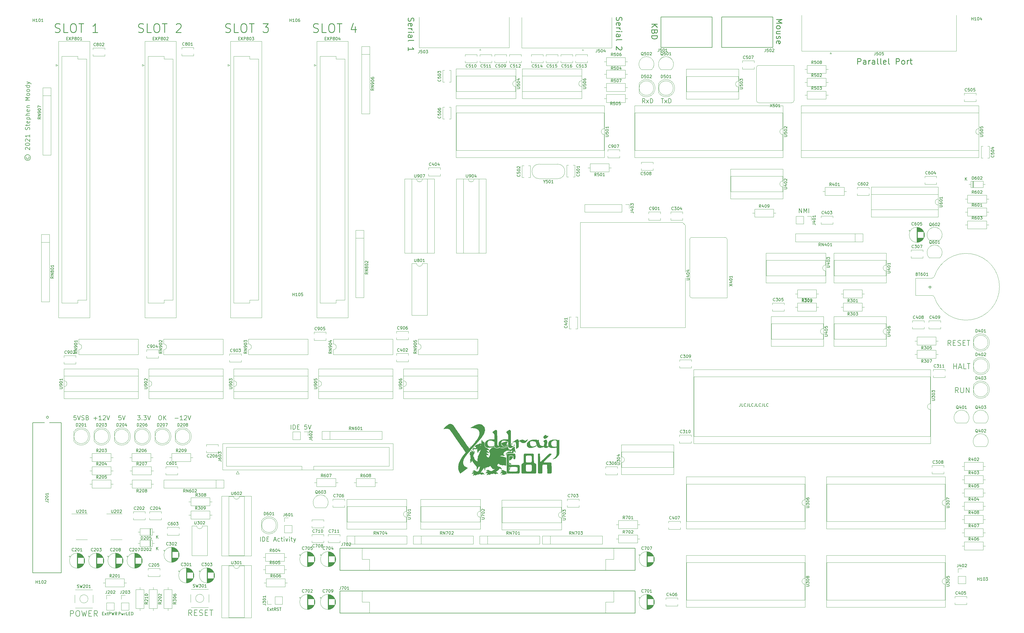
<source format=gto>
G04 #@! TF.GenerationSoftware,KiCad,Pcbnew,(5.1.10)-1*
G04 #@! TF.CreationDate,2021-07-30T10:19:15+01:00*
G04 #@! TF.ProjectId,yddraig68k,79646472-6169-4673-9638-6b2e6b696361,rev?*
G04 #@! TF.SameCoordinates,Original*
G04 #@! TF.FileFunction,Legend,Top*
G04 #@! TF.FilePolarity,Positive*
%FSLAX46Y46*%
G04 Gerber Fmt 4.6, Leading zero omitted, Abs format (unit mm)*
G04 Created by KiCad (PCBNEW (5.1.10)-1) date 2021-07-30 10:19:15*
%MOMM*%
%LPD*%
G01*
G04 APERTURE LIST*
%ADD10C,0.150000*%
%ADD11C,0.200000*%
%ADD12C,0.250000*%
%ADD13C,0.010000*%
%ADD14C,0.120000*%
%ADD15C,0.152400*%
%ADD16O,1.600000X1.600000*%
%ADD17R,1.600000X1.600000*%
%ADD18C,3.048000*%
%ADD19C,1.397000*%
%ADD20R,1.397000X1.397000*%
%ADD21C,1.600000*%
%ADD22C,4.300000*%
%ADD23R,3.000000X3.000000*%
%ADD24C,3.000000*%
%ADD25C,1.422400*%
%ADD26R,1.422400X1.422400*%
%ADD27C,2.850000*%
%ADD28C,1.550000*%
%ADD29C,1.500000*%
%ADD30C,1.700000*%
%ADD31R,1.050000X1.500000*%
%ADD32O,1.050000X1.500000*%
%ADD33R,1.300000X1.300000*%
%ADD34C,1.300000*%
%ADD35O,1.700000X1.700000*%
%ADD36R,1.700000X1.700000*%
%ADD37C,4.000000*%
%ADD38C,3.300000*%
%ADD39C,1.524000*%
%ADD40C,3.505200*%
%ADD41C,1.905000*%
%ADD42C,1.800000*%
%ADD43R,1.800000X1.800000*%
G04 APERTURE END LIST*
D10*
X307292952Y-178522380D02*
X307292952Y-179236666D01*
X307245333Y-179379523D01*
X307150095Y-179474761D01*
X307007238Y-179522380D01*
X306912000Y-179522380D01*
X308245333Y-179522380D02*
X307769142Y-179522380D01*
X307769142Y-178522380D01*
X309150095Y-179427142D02*
X309102476Y-179474761D01*
X308959619Y-179522380D01*
X308864380Y-179522380D01*
X308721523Y-179474761D01*
X308626285Y-179379523D01*
X308578666Y-179284285D01*
X308531047Y-179093809D01*
X308531047Y-178950952D01*
X308578666Y-178760476D01*
X308626285Y-178665238D01*
X308721523Y-178570000D01*
X308864380Y-178522380D01*
X308959619Y-178522380D01*
X309102476Y-178570000D01*
X309150095Y-178617619D01*
X309864380Y-178522380D02*
X309864380Y-179236666D01*
X309816761Y-179379523D01*
X309721523Y-179474761D01*
X309578666Y-179522380D01*
X309483428Y-179522380D01*
X310816761Y-179522380D02*
X310340571Y-179522380D01*
X310340571Y-178522380D01*
X311721523Y-179427142D02*
X311673904Y-179474761D01*
X311531047Y-179522380D01*
X311435809Y-179522380D01*
X311292952Y-179474761D01*
X311197714Y-179379523D01*
X311150095Y-179284285D01*
X311102476Y-179093809D01*
X311102476Y-178950952D01*
X311150095Y-178760476D01*
X311197714Y-178665238D01*
X311292952Y-178570000D01*
X311435809Y-178522380D01*
X311531047Y-178522380D01*
X311673904Y-178570000D01*
X311721523Y-178617619D01*
X312435809Y-178522380D02*
X312435809Y-179236666D01*
X312388190Y-179379523D01*
X312292952Y-179474761D01*
X312150095Y-179522380D01*
X312054857Y-179522380D01*
X313388190Y-179522380D02*
X312912000Y-179522380D01*
X312912000Y-178522380D01*
X314292952Y-179427142D02*
X314245333Y-179474761D01*
X314102476Y-179522380D01*
X314007238Y-179522380D01*
X313864380Y-179474761D01*
X313769142Y-179379523D01*
X313721523Y-179284285D01*
X313673904Y-179093809D01*
X313673904Y-178950952D01*
X313721523Y-178760476D01*
X313769142Y-178665238D01*
X313864380Y-178570000D01*
X314007238Y-178522380D01*
X314102476Y-178522380D01*
X314245333Y-178570000D01*
X314292952Y-178617619D01*
X315007238Y-178522380D02*
X315007238Y-179236666D01*
X314959619Y-179379523D01*
X314864380Y-179474761D01*
X314721523Y-179522380D01*
X314626285Y-179522380D01*
X315959619Y-179522380D02*
X315483428Y-179522380D01*
X315483428Y-178522380D01*
X316864380Y-179427142D02*
X316816761Y-179474761D01*
X316673904Y-179522380D01*
X316578666Y-179522380D01*
X316435809Y-179474761D01*
X316340571Y-179379523D01*
X316292952Y-179284285D01*
X316245333Y-179093809D01*
X316245333Y-178950952D01*
X316292952Y-178760476D01*
X316340571Y-178665238D01*
X316435809Y-178570000D01*
X316578666Y-178522380D01*
X316673904Y-178522380D01*
X316816761Y-178570000D01*
X316864380Y-178617619D01*
D11*
X61511714Y-93494285D02*
X61440285Y-93637142D01*
X61440285Y-93922857D01*
X61511714Y-94065714D01*
X61654571Y-94208571D01*
X61797428Y-94280000D01*
X62083142Y-94280000D01*
X62226000Y-94208571D01*
X62368857Y-94065714D01*
X62440285Y-93922857D01*
X62440285Y-93637142D01*
X62368857Y-93494285D01*
X60940285Y-93780000D02*
X61011714Y-94137142D01*
X61226000Y-94494285D01*
X61583142Y-94708571D01*
X61940285Y-94780000D01*
X62297428Y-94708571D01*
X62654571Y-94494285D01*
X62868857Y-94137142D01*
X62940285Y-93780000D01*
X62868857Y-93422857D01*
X62654571Y-93065714D01*
X62297428Y-92851428D01*
X61940285Y-92780000D01*
X61583142Y-92851428D01*
X61226000Y-93065714D01*
X61011714Y-93422857D01*
X60940285Y-93780000D01*
X61297428Y-91065714D02*
X61226000Y-90994285D01*
X61154571Y-90851428D01*
X61154571Y-90494285D01*
X61226000Y-90351428D01*
X61297428Y-90280000D01*
X61440285Y-90208571D01*
X61583142Y-90208571D01*
X61797428Y-90280000D01*
X62654571Y-91137142D01*
X62654571Y-90208571D01*
X61154571Y-89280000D02*
X61154571Y-89137142D01*
X61226000Y-88994285D01*
X61297428Y-88922857D01*
X61440285Y-88851428D01*
X61726000Y-88780000D01*
X62083142Y-88780000D01*
X62368857Y-88851428D01*
X62511714Y-88922857D01*
X62583142Y-88994285D01*
X62654571Y-89137142D01*
X62654571Y-89280000D01*
X62583142Y-89422857D01*
X62511714Y-89494285D01*
X62368857Y-89565714D01*
X62083142Y-89637142D01*
X61726000Y-89637142D01*
X61440285Y-89565714D01*
X61297428Y-89494285D01*
X61226000Y-89422857D01*
X61154571Y-89280000D01*
X61297428Y-88208571D02*
X61226000Y-88137142D01*
X61154571Y-87994285D01*
X61154571Y-87637142D01*
X61226000Y-87494285D01*
X61297428Y-87422857D01*
X61440285Y-87351428D01*
X61583142Y-87351428D01*
X61797428Y-87422857D01*
X62654571Y-88280000D01*
X62654571Y-87351428D01*
X62654571Y-85922857D02*
X62654571Y-86780000D01*
X62654571Y-86351428D02*
X61154571Y-86351428D01*
X61368857Y-86494285D01*
X61511714Y-86637142D01*
X61583142Y-86780000D01*
X62583142Y-84208571D02*
X62654571Y-83994285D01*
X62654571Y-83637142D01*
X62583142Y-83494285D01*
X62511714Y-83422857D01*
X62368857Y-83351428D01*
X62226000Y-83351428D01*
X62083142Y-83422857D01*
X62011714Y-83494285D01*
X61940285Y-83637142D01*
X61868857Y-83922857D01*
X61797428Y-84065714D01*
X61726000Y-84137142D01*
X61583142Y-84208571D01*
X61440285Y-84208571D01*
X61297428Y-84137142D01*
X61226000Y-84065714D01*
X61154571Y-83922857D01*
X61154571Y-83565714D01*
X61226000Y-83351428D01*
X61654571Y-82922857D02*
X61654571Y-82351428D01*
X61154571Y-82708571D02*
X62440285Y-82708571D01*
X62583142Y-82637142D01*
X62654571Y-82494285D01*
X62654571Y-82351428D01*
X62583142Y-81280000D02*
X62654571Y-81422857D01*
X62654571Y-81708571D01*
X62583142Y-81851428D01*
X62440285Y-81922857D01*
X61868857Y-81922857D01*
X61726000Y-81851428D01*
X61654571Y-81708571D01*
X61654571Y-81422857D01*
X61726000Y-81280000D01*
X61868857Y-81208571D01*
X62011714Y-81208571D01*
X62154571Y-81922857D01*
X61654571Y-80565714D02*
X63154571Y-80565714D01*
X61726000Y-80565714D02*
X61654571Y-80422857D01*
X61654571Y-80137142D01*
X61726000Y-79994285D01*
X61797428Y-79922857D01*
X61940285Y-79851428D01*
X62368857Y-79851428D01*
X62511714Y-79922857D01*
X62583142Y-79994285D01*
X62654571Y-80137142D01*
X62654571Y-80422857D01*
X62583142Y-80565714D01*
X62654571Y-79208571D02*
X61154571Y-79208571D01*
X62654571Y-78565714D02*
X61868857Y-78565714D01*
X61726000Y-78637142D01*
X61654571Y-78780000D01*
X61654571Y-78994285D01*
X61726000Y-79137142D01*
X61797428Y-79208571D01*
X62583142Y-77280000D02*
X62654571Y-77422857D01*
X62654571Y-77708571D01*
X62583142Y-77851428D01*
X62440285Y-77922857D01*
X61868857Y-77922857D01*
X61726000Y-77851428D01*
X61654571Y-77708571D01*
X61654571Y-77422857D01*
X61726000Y-77280000D01*
X61868857Y-77208571D01*
X62011714Y-77208571D01*
X62154571Y-77922857D01*
X61654571Y-76565714D02*
X62654571Y-76565714D01*
X61797428Y-76565714D02*
X61726000Y-76494285D01*
X61654571Y-76351428D01*
X61654571Y-76137142D01*
X61726000Y-75994285D01*
X61868857Y-75922857D01*
X62654571Y-75922857D01*
X62654571Y-74065714D02*
X61154571Y-74065714D01*
X62226000Y-73565714D01*
X61154571Y-73065714D01*
X62654571Y-73065714D01*
X62654571Y-72137142D02*
X62583142Y-72280000D01*
X62511714Y-72351428D01*
X62368857Y-72422857D01*
X61940285Y-72422857D01*
X61797428Y-72351428D01*
X61726000Y-72280000D01*
X61654571Y-72137142D01*
X61654571Y-71922857D01*
X61726000Y-71780000D01*
X61797428Y-71708571D01*
X61940285Y-71637142D01*
X62368857Y-71637142D01*
X62511714Y-71708571D01*
X62583142Y-71780000D01*
X62654571Y-71922857D01*
X62654571Y-72137142D01*
X62654571Y-70780000D02*
X62583142Y-70922857D01*
X62511714Y-70994285D01*
X62368857Y-71065714D01*
X61940285Y-71065714D01*
X61797428Y-70994285D01*
X61726000Y-70922857D01*
X61654571Y-70780000D01*
X61654571Y-70565714D01*
X61726000Y-70422857D01*
X61797428Y-70351428D01*
X61940285Y-70280000D01*
X62368857Y-70280000D01*
X62511714Y-70351428D01*
X62583142Y-70422857D01*
X62654571Y-70565714D01*
X62654571Y-70780000D01*
X62654571Y-68994285D02*
X61154571Y-68994285D01*
X62583142Y-68994285D02*
X62654571Y-69137142D01*
X62654571Y-69422857D01*
X62583142Y-69565714D01*
X62511714Y-69637142D01*
X62368857Y-69708571D01*
X61940285Y-69708571D01*
X61797428Y-69637142D01*
X61726000Y-69565714D01*
X61654571Y-69422857D01*
X61654571Y-69137142D01*
X61726000Y-68994285D01*
X61654571Y-68422857D02*
X62654571Y-68065714D01*
X61654571Y-67708571D02*
X62654571Y-68065714D01*
X63011714Y-68208571D01*
X63083142Y-68280000D01*
X63154571Y-68422857D01*
X327541142Y-112819571D02*
X327541142Y-111319571D01*
X328398285Y-112819571D01*
X328398285Y-111319571D01*
X329112571Y-112819571D02*
X329112571Y-111319571D01*
X329612571Y-112391000D01*
X330112571Y-111319571D01*
X330112571Y-112819571D01*
X330826857Y-112819571D02*
X330826857Y-111319571D01*
D12*
X347631904Y-61610761D02*
X347631904Y-59610761D01*
X348393809Y-59610761D01*
X348584285Y-59706000D01*
X348679523Y-59801238D01*
X348774761Y-59991714D01*
X348774761Y-60277428D01*
X348679523Y-60467904D01*
X348584285Y-60563142D01*
X348393809Y-60658380D01*
X347631904Y-60658380D01*
X350489047Y-61610761D02*
X350489047Y-60563142D01*
X350393809Y-60372666D01*
X350203333Y-60277428D01*
X349822380Y-60277428D01*
X349631904Y-60372666D01*
X350489047Y-61515523D02*
X350298571Y-61610761D01*
X349822380Y-61610761D01*
X349631904Y-61515523D01*
X349536666Y-61325047D01*
X349536666Y-61134571D01*
X349631904Y-60944095D01*
X349822380Y-60848857D01*
X350298571Y-60848857D01*
X350489047Y-60753619D01*
X351441428Y-61610761D02*
X351441428Y-60277428D01*
X351441428Y-60658380D02*
X351536666Y-60467904D01*
X351631904Y-60372666D01*
X351822380Y-60277428D01*
X352012857Y-60277428D01*
X353536666Y-61610761D02*
X353536666Y-60563142D01*
X353441428Y-60372666D01*
X353250952Y-60277428D01*
X352870000Y-60277428D01*
X352679523Y-60372666D01*
X353536666Y-61515523D02*
X353346190Y-61610761D01*
X352870000Y-61610761D01*
X352679523Y-61515523D01*
X352584285Y-61325047D01*
X352584285Y-61134571D01*
X352679523Y-60944095D01*
X352870000Y-60848857D01*
X353346190Y-60848857D01*
X353536666Y-60753619D01*
X354774761Y-61610761D02*
X354584285Y-61515523D01*
X354489047Y-61325047D01*
X354489047Y-59610761D01*
X355822380Y-61610761D02*
X355631904Y-61515523D01*
X355536666Y-61325047D01*
X355536666Y-59610761D01*
X357346190Y-61515523D02*
X357155714Y-61610761D01*
X356774761Y-61610761D01*
X356584285Y-61515523D01*
X356489047Y-61325047D01*
X356489047Y-60563142D01*
X356584285Y-60372666D01*
X356774761Y-60277428D01*
X357155714Y-60277428D01*
X357346190Y-60372666D01*
X357441428Y-60563142D01*
X357441428Y-60753619D01*
X356489047Y-60944095D01*
X358584285Y-61610761D02*
X358393809Y-61515523D01*
X358298571Y-61325047D01*
X358298571Y-59610761D01*
X360870000Y-61610761D02*
X360870000Y-59610761D01*
X361631904Y-59610761D01*
X361822380Y-59706000D01*
X361917619Y-59801238D01*
X362012857Y-59991714D01*
X362012857Y-60277428D01*
X361917619Y-60467904D01*
X361822380Y-60563142D01*
X361631904Y-60658380D01*
X360870000Y-60658380D01*
X363155714Y-61610761D02*
X362965238Y-61515523D01*
X362870000Y-61420285D01*
X362774761Y-61229809D01*
X362774761Y-60658380D01*
X362870000Y-60467904D01*
X362965238Y-60372666D01*
X363155714Y-60277428D01*
X363441428Y-60277428D01*
X363631904Y-60372666D01*
X363727142Y-60467904D01*
X363822380Y-60658380D01*
X363822380Y-61229809D01*
X363727142Y-61420285D01*
X363631904Y-61515523D01*
X363441428Y-61610761D01*
X363155714Y-61610761D01*
X364679523Y-61610761D02*
X364679523Y-60277428D01*
X364679523Y-60658380D02*
X364774761Y-60467904D01*
X364870000Y-60372666D01*
X365060476Y-60277428D01*
X365250952Y-60277428D01*
X365631904Y-60277428D02*
X366393809Y-60277428D01*
X365917619Y-59610761D02*
X365917619Y-61325047D01*
X366012857Y-61515523D01*
X366203333Y-61610761D01*
X366393809Y-61610761D01*
X319643238Y-46149142D02*
X321643238Y-46149142D01*
X320214666Y-46815809D01*
X321643238Y-47482476D01*
X319643238Y-47482476D01*
X319643238Y-48720571D02*
X319738476Y-48530095D01*
X319833714Y-48434857D01*
X320024190Y-48339619D01*
X320595619Y-48339619D01*
X320786095Y-48434857D01*
X320881333Y-48530095D01*
X320976571Y-48720571D01*
X320976571Y-49006285D01*
X320881333Y-49196761D01*
X320786095Y-49292000D01*
X320595619Y-49387238D01*
X320024190Y-49387238D01*
X319833714Y-49292000D01*
X319738476Y-49196761D01*
X319643238Y-49006285D01*
X319643238Y-48720571D01*
X320976571Y-51101523D02*
X319643238Y-51101523D01*
X320976571Y-50244380D02*
X319928952Y-50244380D01*
X319738476Y-50339619D01*
X319643238Y-50530095D01*
X319643238Y-50815809D01*
X319738476Y-51006285D01*
X319833714Y-51101523D01*
X319738476Y-51958666D02*
X319643238Y-52149142D01*
X319643238Y-52530095D01*
X319738476Y-52720571D01*
X319928952Y-52815809D01*
X320024190Y-52815809D01*
X320214666Y-52720571D01*
X320309904Y-52530095D01*
X320309904Y-52244380D01*
X320405142Y-52053904D01*
X320595619Y-51958666D01*
X320690857Y-51958666D01*
X320881333Y-52053904D01*
X320976571Y-52244380D01*
X320976571Y-52530095D01*
X320881333Y-52720571D01*
X319738476Y-54434857D02*
X319643238Y-54244380D01*
X319643238Y-53863428D01*
X319738476Y-53672952D01*
X319928952Y-53577714D01*
X320690857Y-53577714D01*
X320881333Y-53672952D01*
X320976571Y-53863428D01*
X320976571Y-54244380D01*
X320881333Y-54434857D01*
X320690857Y-54530095D01*
X320500380Y-54530095D01*
X320309904Y-53577714D01*
X276717238Y-47768190D02*
X278717238Y-47768190D01*
X276717238Y-48911047D02*
X277860095Y-48053904D01*
X278717238Y-48911047D02*
X277574380Y-47768190D01*
X277764857Y-50434857D02*
X277669619Y-50720571D01*
X277574380Y-50815809D01*
X277383904Y-50911047D01*
X277098190Y-50911047D01*
X276907714Y-50815809D01*
X276812476Y-50720571D01*
X276717238Y-50530095D01*
X276717238Y-49768190D01*
X278717238Y-49768190D01*
X278717238Y-50434857D01*
X278622000Y-50625333D01*
X278526761Y-50720571D01*
X278336285Y-50815809D01*
X278145809Y-50815809D01*
X277955333Y-50720571D01*
X277860095Y-50625333D01*
X277764857Y-50434857D01*
X277764857Y-49768190D01*
X276717238Y-51768190D02*
X278717238Y-51768190D01*
X278717238Y-52244380D01*
X278622000Y-52530095D01*
X278431523Y-52720571D01*
X278241047Y-52815809D01*
X277860095Y-52911047D01*
X277574380Y-52911047D01*
X277193428Y-52815809D01*
X277002952Y-52720571D01*
X276812476Y-52530095D01*
X276717238Y-52244380D01*
X276717238Y-51768190D01*
X264620476Y-45387333D02*
X264525238Y-45673047D01*
X264525238Y-46149238D01*
X264620476Y-46339714D01*
X264715714Y-46434952D01*
X264906190Y-46530190D01*
X265096666Y-46530190D01*
X265287142Y-46434952D01*
X265382380Y-46339714D01*
X265477619Y-46149238D01*
X265572857Y-45768285D01*
X265668095Y-45577809D01*
X265763333Y-45482571D01*
X265953809Y-45387333D01*
X266144285Y-45387333D01*
X266334761Y-45482571D01*
X266430000Y-45577809D01*
X266525238Y-45768285D01*
X266525238Y-46244476D01*
X266430000Y-46530190D01*
X264620476Y-48149238D02*
X264525238Y-47958761D01*
X264525238Y-47577809D01*
X264620476Y-47387333D01*
X264810952Y-47292095D01*
X265572857Y-47292095D01*
X265763333Y-47387333D01*
X265858571Y-47577809D01*
X265858571Y-47958761D01*
X265763333Y-48149238D01*
X265572857Y-48244476D01*
X265382380Y-48244476D01*
X265191904Y-47292095D01*
X264525238Y-49101619D02*
X265858571Y-49101619D01*
X265477619Y-49101619D02*
X265668095Y-49196857D01*
X265763333Y-49292095D01*
X265858571Y-49482571D01*
X265858571Y-49673047D01*
X264525238Y-50339714D02*
X265858571Y-50339714D01*
X266525238Y-50339714D02*
X266430000Y-50244476D01*
X266334761Y-50339714D01*
X266430000Y-50434952D01*
X266525238Y-50339714D01*
X266334761Y-50339714D01*
X264525238Y-52149238D02*
X265572857Y-52149238D01*
X265763333Y-52054000D01*
X265858571Y-51863523D01*
X265858571Y-51482571D01*
X265763333Y-51292095D01*
X264620476Y-52149238D02*
X264525238Y-51958761D01*
X264525238Y-51482571D01*
X264620476Y-51292095D01*
X264810952Y-51196857D01*
X265001428Y-51196857D01*
X265191904Y-51292095D01*
X265287142Y-51482571D01*
X265287142Y-51958761D01*
X265382380Y-52149238D01*
X264525238Y-53387333D02*
X264620476Y-53196857D01*
X264810952Y-53101619D01*
X266525238Y-53101619D01*
X266334761Y-55577809D02*
X266430000Y-55673047D01*
X266525238Y-55863523D01*
X266525238Y-56339714D01*
X266430000Y-56530190D01*
X266334761Y-56625428D01*
X266144285Y-56720666D01*
X265953809Y-56720666D01*
X265668095Y-56625428D01*
X264525238Y-55482571D01*
X264525238Y-56720666D01*
X192992476Y-45641333D02*
X192897238Y-45927047D01*
X192897238Y-46403238D01*
X192992476Y-46593714D01*
X193087714Y-46688952D01*
X193278190Y-46784190D01*
X193468666Y-46784190D01*
X193659142Y-46688952D01*
X193754380Y-46593714D01*
X193849619Y-46403238D01*
X193944857Y-46022285D01*
X194040095Y-45831809D01*
X194135333Y-45736571D01*
X194325809Y-45641333D01*
X194516285Y-45641333D01*
X194706761Y-45736571D01*
X194802000Y-45831809D01*
X194897238Y-46022285D01*
X194897238Y-46498476D01*
X194802000Y-46784190D01*
X192992476Y-48403238D02*
X192897238Y-48212761D01*
X192897238Y-47831809D01*
X192992476Y-47641333D01*
X193182952Y-47546095D01*
X193944857Y-47546095D01*
X194135333Y-47641333D01*
X194230571Y-47831809D01*
X194230571Y-48212761D01*
X194135333Y-48403238D01*
X193944857Y-48498476D01*
X193754380Y-48498476D01*
X193563904Y-47546095D01*
X192897238Y-49355619D02*
X194230571Y-49355619D01*
X193849619Y-49355619D02*
X194040095Y-49450857D01*
X194135333Y-49546095D01*
X194230571Y-49736571D01*
X194230571Y-49927047D01*
X192897238Y-50593714D02*
X194230571Y-50593714D01*
X194897238Y-50593714D02*
X194802000Y-50498476D01*
X194706761Y-50593714D01*
X194802000Y-50688952D01*
X194897238Y-50593714D01*
X194706761Y-50593714D01*
X192897238Y-52403238D02*
X193944857Y-52403238D01*
X194135333Y-52308000D01*
X194230571Y-52117523D01*
X194230571Y-51736571D01*
X194135333Y-51546095D01*
X192992476Y-52403238D02*
X192897238Y-52212761D01*
X192897238Y-51736571D01*
X192992476Y-51546095D01*
X193182952Y-51450857D01*
X193373428Y-51450857D01*
X193563904Y-51546095D01*
X193659142Y-51736571D01*
X193659142Y-52212761D01*
X193754380Y-52403238D01*
X192897238Y-53641333D02*
X192992476Y-53450857D01*
X193182952Y-53355619D01*
X194897238Y-53355619D01*
X192897238Y-56974666D02*
X192897238Y-55831809D01*
X192897238Y-56403238D02*
X194897238Y-56403238D01*
X194611523Y-56212761D01*
X194421047Y-56022285D01*
X194325809Y-55831809D01*
X160282857Y-50490285D02*
X160711428Y-50633142D01*
X161425714Y-50633142D01*
X161711428Y-50490285D01*
X161854285Y-50347428D01*
X161997142Y-50061714D01*
X161997142Y-49776000D01*
X161854285Y-49490285D01*
X161711428Y-49347428D01*
X161425714Y-49204571D01*
X160854285Y-49061714D01*
X160568571Y-48918857D01*
X160425714Y-48776000D01*
X160282857Y-48490285D01*
X160282857Y-48204571D01*
X160425714Y-47918857D01*
X160568571Y-47776000D01*
X160854285Y-47633142D01*
X161568571Y-47633142D01*
X161997142Y-47776000D01*
X164711428Y-50633142D02*
X163282857Y-50633142D01*
X163282857Y-47633142D01*
X166282857Y-47633142D02*
X166854285Y-47633142D01*
X167140000Y-47776000D01*
X167425714Y-48061714D01*
X167568571Y-48633142D01*
X167568571Y-49633142D01*
X167425714Y-50204571D01*
X167140000Y-50490285D01*
X166854285Y-50633142D01*
X166282857Y-50633142D01*
X165997142Y-50490285D01*
X165711428Y-50204571D01*
X165568571Y-49633142D01*
X165568571Y-48633142D01*
X165711428Y-48061714D01*
X165997142Y-47776000D01*
X166282857Y-47633142D01*
X168425714Y-47633142D02*
X170140000Y-47633142D01*
X169282857Y-50633142D02*
X169282857Y-47633142D01*
X174711428Y-48633142D02*
X174711428Y-50633142D01*
X173997142Y-47490285D02*
X173282857Y-49633142D01*
X175140000Y-49633142D01*
X130056857Y-50490285D02*
X130485428Y-50633142D01*
X131199714Y-50633142D01*
X131485428Y-50490285D01*
X131628285Y-50347428D01*
X131771142Y-50061714D01*
X131771142Y-49776000D01*
X131628285Y-49490285D01*
X131485428Y-49347428D01*
X131199714Y-49204571D01*
X130628285Y-49061714D01*
X130342571Y-48918857D01*
X130199714Y-48776000D01*
X130056857Y-48490285D01*
X130056857Y-48204571D01*
X130199714Y-47918857D01*
X130342571Y-47776000D01*
X130628285Y-47633142D01*
X131342571Y-47633142D01*
X131771142Y-47776000D01*
X134485428Y-50633142D02*
X133056857Y-50633142D01*
X133056857Y-47633142D01*
X136056857Y-47633142D02*
X136628285Y-47633142D01*
X136914000Y-47776000D01*
X137199714Y-48061714D01*
X137342571Y-48633142D01*
X137342571Y-49633142D01*
X137199714Y-50204571D01*
X136914000Y-50490285D01*
X136628285Y-50633142D01*
X136056857Y-50633142D01*
X135771142Y-50490285D01*
X135485428Y-50204571D01*
X135342571Y-49633142D01*
X135342571Y-48633142D01*
X135485428Y-48061714D01*
X135771142Y-47776000D01*
X136056857Y-47633142D01*
X138199714Y-47633142D02*
X139914000Y-47633142D01*
X139056857Y-50633142D02*
X139056857Y-47633142D01*
X142914000Y-47633142D02*
X144771142Y-47633142D01*
X143771142Y-48776000D01*
X144199714Y-48776000D01*
X144485428Y-48918857D01*
X144628285Y-49061714D01*
X144771142Y-49347428D01*
X144771142Y-50061714D01*
X144628285Y-50347428D01*
X144485428Y-50490285D01*
X144199714Y-50633142D01*
X143342571Y-50633142D01*
X143056857Y-50490285D01*
X142914000Y-50347428D01*
X100084857Y-50490285D02*
X100513428Y-50633142D01*
X101227714Y-50633142D01*
X101513428Y-50490285D01*
X101656285Y-50347428D01*
X101799142Y-50061714D01*
X101799142Y-49776000D01*
X101656285Y-49490285D01*
X101513428Y-49347428D01*
X101227714Y-49204571D01*
X100656285Y-49061714D01*
X100370571Y-48918857D01*
X100227714Y-48776000D01*
X100084857Y-48490285D01*
X100084857Y-48204571D01*
X100227714Y-47918857D01*
X100370571Y-47776000D01*
X100656285Y-47633142D01*
X101370571Y-47633142D01*
X101799142Y-47776000D01*
X104513428Y-50633142D02*
X103084857Y-50633142D01*
X103084857Y-47633142D01*
X106084857Y-47633142D02*
X106656285Y-47633142D01*
X106942000Y-47776000D01*
X107227714Y-48061714D01*
X107370571Y-48633142D01*
X107370571Y-49633142D01*
X107227714Y-50204571D01*
X106942000Y-50490285D01*
X106656285Y-50633142D01*
X106084857Y-50633142D01*
X105799142Y-50490285D01*
X105513428Y-50204571D01*
X105370571Y-49633142D01*
X105370571Y-48633142D01*
X105513428Y-48061714D01*
X105799142Y-47776000D01*
X106084857Y-47633142D01*
X108227714Y-47633142D02*
X109942000Y-47633142D01*
X109084857Y-50633142D02*
X109084857Y-47633142D01*
X113084857Y-47918857D02*
X113227714Y-47776000D01*
X113513428Y-47633142D01*
X114227714Y-47633142D01*
X114513428Y-47776000D01*
X114656285Y-47918857D01*
X114799142Y-48204571D01*
X114799142Y-48490285D01*
X114656285Y-48918857D01*
X112942000Y-50633142D01*
X114799142Y-50633142D01*
X71382857Y-50490285D02*
X71811428Y-50633142D01*
X72525714Y-50633142D01*
X72811428Y-50490285D01*
X72954285Y-50347428D01*
X73097142Y-50061714D01*
X73097142Y-49776000D01*
X72954285Y-49490285D01*
X72811428Y-49347428D01*
X72525714Y-49204571D01*
X71954285Y-49061714D01*
X71668571Y-48918857D01*
X71525714Y-48776000D01*
X71382857Y-48490285D01*
X71382857Y-48204571D01*
X71525714Y-47918857D01*
X71668571Y-47776000D01*
X71954285Y-47633142D01*
X72668571Y-47633142D01*
X73097142Y-47776000D01*
X75811428Y-50633142D02*
X74382857Y-50633142D01*
X74382857Y-47633142D01*
X77382857Y-47633142D02*
X77954285Y-47633142D01*
X78240000Y-47776000D01*
X78525714Y-48061714D01*
X78668571Y-48633142D01*
X78668571Y-49633142D01*
X78525714Y-50204571D01*
X78240000Y-50490285D01*
X77954285Y-50633142D01*
X77382857Y-50633142D01*
X77097142Y-50490285D01*
X76811428Y-50204571D01*
X76668571Y-49633142D01*
X76668571Y-48633142D01*
X76811428Y-48061714D01*
X77097142Y-47776000D01*
X77382857Y-47633142D01*
X79525714Y-47633142D02*
X81240000Y-47633142D01*
X80382857Y-50633142D02*
X80382857Y-47633142D01*
X86097142Y-50633142D02*
X84382857Y-50633142D01*
X85240000Y-50633142D02*
X85240000Y-47633142D01*
X84954285Y-48061714D01*
X84668571Y-48347428D01*
X84382857Y-48490285D01*
D11*
X142082000Y-225976571D02*
X142082000Y-224476571D01*
X142796285Y-225976571D02*
X142796285Y-224476571D01*
X143153428Y-224476571D01*
X143367714Y-224548000D01*
X143510571Y-224690857D01*
X143582000Y-224833714D01*
X143653428Y-225119428D01*
X143653428Y-225333714D01*
X143582000Y-225619428D01*
X143510571Y-225762285D01*
X143367714Y-225905142D01*
X143153428Y-225976571D01*
X142796285Y-225976571D01*
X144296285Y-225190857D02*
X144796285Y-225190857D01*
X145010571Y-225976571D02*
X144296285Y-225976571D01*
X144296285Y-224476571D01*
X145010571Y-224476571D01*
X146724857Y-225548000D02*
X147439142Y-225548000D01*
X146582000Y-225976571D02*
X147082000Y-224476571D01*
X147582000Y-225976571D01*
X148724857Y-225905142D02*
X148582000Y-225976571D01*
X148296285Y-225976571D01*
X148153428Y-225905142D01*
X148082000Y-225833714D01*
X148010571Y-225690857D01*
X148010571Y-225262285D01*
X148082000Y-225119428D01*
X148153428Y-225048000D01*
X148296285Y-224976571D01*
X148582000Y-224976571D01*
X148724857Y-225048000D01*
X149153428Y-224976571D02*
X149724857Y-224976571D01*
X149367714Y-224476571D02*
X149367714Y-225762285D01*
X149439142Y-225905142D01*
X149582000Y-225976571D01*
X149724857Y-225976571D01*
X150224857Y-225976571D02*
X150224857Y-224976571D01*
X150224857Y-224476571D02*
X150153428Y-224548000D01*
X150224857Y-224619428D01*
X150296285Y-224548000D01*
X150224857Y-224476571D01*
X150224857Y-224619428D01*
X150796285Y-224976571D02*
X151153428Y-225976571D01*
X151510571Y-224976571D01*
X152082000Y-225976571D02*
X152082000Y-224976571D01*
X152082000Y-224476571D02*
X152010571Y-224548000D01*
X152082000Y-224619428D01*
X152153428Y-224548000D01*
X152082000Y-224476571D01*
X152082000Y-224619428D01*
X152582000Y-224976571D02*
X153153428Y-224976571D01*
X152796285Y-224476571D02*
X152796285Y-225762285D01*
X152867714Y-225905142D01*
X153010571Y-225976571D01*
X153153428Y-225976571D01*
X153510571Y-224976571D02*
X153867714Y-225976571D01*
X154224857Y-224976571D02*
X153867714Y-225976571D01*
X153724857Y-226333714D01*
X153653428Y-226405142D01*
X153510571Y-226476571D01*
X152598857Y-187368571D02*
X152598857Y-185868571D01*
X153313142Y-187368571D02*
X153313142Y-185868571D01*
X153670285Y-185868571D01*
X153884571Y-185940000D01*
X154027428Y-186082857D01*
X154098857Y-186225714D01*
X154170285Y-186511428D01*
X154170285Y-186725714D01*
X154098857Y-187011428D01*
X154027428Y-187154285D01*
X153884571Y-187297142D01*
X153670285Y-187368571D01*
X153313142Y-187368571D01*
X154813142Y-186582857D02*
X155313142Y-186582857D01*
X155527428Y-187368571D02*
X154813142Y-187368571D01*
X154813142Y-185868571D01*
X155527428Y-185868571D01*
X158027428Y-185868571D02*
X157313142Y-185868571D01*
X157241714Y-186582857D01*
X157313142Y-186511428D01*
X157456000Y-186440000D01*
X157813142Y-186440000D01*
X157956000Y-186511428D01*
X158027428Y-186582857D01*
X158098857Y-186725714D01*
X158098857Y-187082857D01*
X158027428Y-187225714D01*
X157956000Y-187297142D01*
X157813142Y-187368571D01*
X157456000Y-187368571D01*
X157313142Y-187297142D01*
X157241714Y-187225714D01*
X158527428Y-185868571D02*
X159027428Y-187368571D01*
X159527428Y-185868571D01*
D10*
X144550095Y-249356571D02*
X144883428Y-249356571D01*
X145026285Y-249880380D02*
X144550095Y-249880380D01*
X144550095Y-248880380D01*
X145026285Y-248880380D01*
X145359619Y-249880380D02*
X145883428Y-249213714D01*
X145359619Y-249213714D02*
X145883428Y-249880380D01*
X146121523Y-249213714D02*
X146502476Y-249213714D01*
X146264380Y-248880380D02*
X146264380Y-249737523D01*
X146312000Y-249832761D01*
X146407238Y-249880380D01*
X146502476Y-249880380D01*
X147407238Y-249880380D02*
X147073904Y-249404190D01*
X146835809Y-249880380D02*
X146835809Y-248880380D01*
X147216761Y-248880380D01*
X147312000Y-248928000D01*
X147359619Y-248975619D01*
X147407238Y-249070857D01*
X147407238Y-249213714D01*
X147359619Y-249308952D01*
X147312000Y-249356571D01*
X147216761Y-249404190D01*
X146835809Y-249404190D01*
X147788190Y-249832761D02*
X147931047Y-249880380D01*
X148169142Y-249880380D01*
X148264380Y-249832761D01*
X148312000Y-249785142D01*
X148359619Y-249689904D01*
X148359619Y-249594666D01*
X148312000Y-249499428D01*
X148264380Y-249451809D01*
X148169142Y-249404190D01*
X147978666Y-249356571D01*
X147883428Y-249308952D01*
X147835809Y-249261333D01*
X147788190Y-249166095D01*
X147788190Y-249070857D01*
X147835809Y-248975619D01*
X147883428Y-248928000D01*
X147978666Y-248880380D01*
X148216761Y-248880380D01*
X148359619Y-248928000D01*
X148645333Y-248880380D02*
X149216761Y-248880380D01*
X148931047Y-249880380D02*
X148931047Y-248880380D01*
X93305619Y-251404380D02*
X93305619Y-250404380D01*
X93686571Y-250404380D01*
X93781809Y-250452000D01*
X93829428Y-250499619D01*
X93877047Y-250594857D01*
X93877047Y-250737714D01*
X93829428Y-250832952D01*
X93781809Y-250880571D01*
X93686571Y-250928190D01*
X93305619Y-250928190D01*
X94210380Y-250737714D02*
X94400857Y-251404380D01*
X94591333Y-250928190D01*
X94781809Y-251404380D01*
X94972285Y-250737714D01*
X95353238Y-251404380D02*
X95353238Y-250737714D01*
X95353238Y-250928190D02*
X95400857Y-250832952D01*
X95448476Y-250785333D01*
X95543714Y-250737714D01*
X95638952Y-250737714D01*
X96448476Y-251404380D02*
X95972285Y-251404380D01*
X95972285Y-250404380D01*
X96781809Y-250880571D02*
X97115142Y-250880571D01*
X97258000Y-251404380D02*
X96781809Y-251404380D01*
X96781809Y-250404380D01*
X97258000Y-250404380D01*
X97686571Y-251404380D02*
X97686571Y-250404380D01*
X97924666Y-250404380D01*
X98067523Y-250452000D01*
X98162761Y-250547238D01*
X98210380Y-250642476D01*
X98258000Y-250832952D01*
X98258000Y-250975809D01*
X98210380Y-251166285D01*
X98162761Y-251261523D01*
X98067523Y-251356761D01*
X97924666Y-251404380D01*
X97686571Y-251404380D01*
X87693809Y-250880571D02*
X88027142Y-250880571D01*
X88170000Y-251404380D02*
X87693809Y-251404380D01*
X87693809Y-250404380D01*
X88170000Y-250404380D01*
X88503333Y-251404380D02*
X89027142Y-250737714D01*
X88503333Y-250737714D02*
X89027142Y-251404380D01*
X89265238Y-250737714D02*
X89646190Y-250737714D01*
X89408095Y-250404380D02*
X89408095Y-251261523D01*
X89455714Y-251356761D01*
X89550952Y-251404380D01*
X89646190Y-251404380D01*
X89979523Y-251404380D02*
X89979523Y-250404380D01*
X90360476Y-250404380D01*
X90455714Y-250452000D01*
X90503333Y-250499619D01*
X90550952Y-250594857D01*
X90550952Y-250737714D01*
X90503333Y-250832952D01*
X90455714Y-250880571D01*
X90360476Y-250928190D01*
X89979523Y-250928190D01*
X90884285Y-250404380D02*
X91122380Y-251404380D01*
X91312857Y-250690095D01*
X91503333Y-251404380D01*
X91741428Y-250404380D01*
X92693809Y-251404380D02*
X92360476Y-250928190D01*
X92122380Y-251404380D02*
X92122380Y-250404380D01*
X92503333Y-250404380D01*
X92598571Y-250452000D01*
X92646190Y-250499619D01*
X92693809Y-250594857D01*
X92693809Y-250737714D01*
X92646190Y-250832952D01*
X92598571Y-250880571D01*
X92503333Y-250928190D01*
X92122380Y-250928190D01*
D11*
X118507238Y-251602761D02*
X117840571Y-250650380D01*
X117364380Y-251602761D02*
X117364380Y-249602761D01*
X118126285Y-249602761D01*
X118316761Y-249698000D01*
X118412000Y-249793238D01*
X118507238Y-249983714D01*
X118507238Y-250269428D01*
X118412000Y-250459904D01*
X118316761Y-250555142D01*
X118126285Y-250650380D01*
X117364380Y-250650380D01*
X119364380Y-250555142D02*
X120031047Y-250555142D01*
X120316761Y-251602761D02*
X119364380Y-251602761D01*
X119364380Y-249602761D01*
X120316761Y-249602761D01*
X121078666Y-251507523D02*
X121364380Y-251602761D01*
X121840571Y-251602761D01*
X122031047Y-251507523D01*
X122126285Y-251412285D01*
X122221523Y-251221809D01*
X122221523Y-251031333D01*
X122126285Y-250840857D01*
X122031047Y-250745619D01*
X121840571Y-250650380D01*
X121459619Y-250555142D01*
X121269142Y-250459904D01*
X121173904Y-250364666D01*
X121078666Y-250174190D01*
X121078666Y-249983714D01*
X121173904Y-249793238D01*
X121269142Y-249698000D01*
X121459619Y-249602761D01*
X121935809Y-249602761D01*
X122221523Y-249698000D01*
X123078666Y-250555142D02*
X123745333Y-250555142D01*
X124031047Y-251602761D02*
X123078666Y-251602761D01*
X123078666Y-249602761D01*
X124031047Y-249602761D01*
X124602476Y-249602761D02*
X125745333Y-249602761D01*
X125173904Y-251602761D02*
X125173904Y-249602761D01*
X76660952Y-251856761D02*
X76660952Y-249856761D01*
X77422857Y-249856761D01*
X77613333Y-249952000D01*
X77708571Y-250047238D01*
X77803809Y-250237714D01*
X77803809Y-250523428D01*
X77708571Y-250713904D01*
X77613333Y-250809142D01*
X77422857Y-250904380D01*
X76660952Y-250904380D01*
X79041904Y-249856761D02*
X79422857Y-249856761D01*
X79613333Y-249952000D01*
X79803809Y-250142476D01*
X79899047Y-250523428D01*
X79899047Y-251190095D01*
X79803809Y-251571047D01*
X79613333Y-251761523D01*
X79422857Y-251856761D01*
X79041904Y-251856761D01*
X78851428Y-251761523D01*
X78660952Y-251571047D01*
X78565714Y-251190095D01*
X78565714Y-250523428D01*
X78660952Y-250142476D01*
X78851428Y-249952000D01*
X79041904Y-249856761D01*
X80565714Y-249856761D02*
X81041904Y-251856761D01*
X81422857Y-250428190D01*
X81803809Y-251856761D01*
X82280000Y-249856761D01*
X83041904Y-250809142D02*
X83708571Y-250809142D01*
X83994285Y-251856761D02*
X83041904Y-251856761D01*
X83041904Y-249856761D01*
X83994285Y-249856761D01*
X85994285Y-251856761D02*
X85327619Y-250904380D01*
X84851428Y-251856761D02*
X84851428Y-249856761D01*
X85613333Y-249856761D01*
X85803809Y-249952000D01*
X85899047Y-250047238D01*
X85994285Y-250237714D01*
X85994285Y-250523428D01*
X85899047Y-250713904D01*
X85803809Y-250809142D01*
X85613333Y-250904380D01*
X84851428Y-250904380D01*
X382338428Y-174804285D02*
X381738428Y-173947142D01*
X381309857Y-174804285D02*
X381309857Y-173004285D01*
X381995571Y-173004285D01*
X382167000Y-173090000D01*
X382252714Y-173175714D01*
X382338428Y-173347142D01*
X382338428Y-173604285D01*
X382252714Y-173775714D01*
X382167000Y-173861428D01*
X381995571Y-173947142D01*
X381309857Y-173947142D01*
X383109857Y-173004285D02*
X383109857Y-174461428D01*
X383195571Y-174632857D01*
X383281285Y-174718571D01*
X383452714Y-174804285D01*
X383795571Y-174804285D01*
X383967000Y-174718571D01*
X384052714Y-174632857D01*
X384138428Y-174461428D01*
X384138428Y-173004285D01*
X384995571Y-174804285D02*
X384995571Y-173004285D01*
X386024142Y-174804285D01*
X386024142Y-173004285D01*
X380713000Y-166549285D02*
X380713000Y-164749285D01*
X380713000Y-165606428D02*
X381741571Y-165606428D01*
X381741571Y-166549285D02*
X381741571Y-164749285D01*
X382513000Y-166035000D02*
X383370142Y-166035000D01*
X382341571Y-166549285D02*
X382941571Y-164749285D01*
X383541571Y-166549285D01*
X384998714Y-166549285D02*
X384141571Y-166549285D01*
X384141571Y-164749285D01*
X385341571Y-164749285D02*
X386370142Y-164749285D01*
X385855857Y-166549285D02*
X385855857Y-164749285D01*
X379782714Y-158548285D02*
X379182714Y-157691142D01*
X378754142Y-158548285D02*
X378754142Y-156748285D01*
X379439857Y-156748285D01*
X379611285Y-156834000D01*
X379697000Y-156919714D01*
X379782714Y-157091142D01*
X379782714Y-157348285D01*
X379697000Y-157519714D01*
X379611285Y-157605428D01*
X379439857Y-157691142D01*
X378754142Y-157691142D01*
X380554142Y-157605428D02*
X381154142Y-157605428D01*
X381411285Y-158548285D02*
X380554142Y-158548285D01*
X380554142Y-156748285D01*
X381411285Y-156748285D01*
X382097000Y-158462571D02*
X382354142Y-158548285D01*
X382782714Y-158548285D01*
X382954142Y-158462571D01*
X383039857Y-158376857D01*
X383125571Y-158205428D01*
X383125571Y-158034000D01*
X383039857Y-157862571D01*
X382954142Y-157776857D01*
X382782714Y-157691142D01*
X382439857Y-157605428D01*
X382268428Y-157519714D01*
X382182714Y-157434000D01*
X382097000Y-157262571D01*
X382097000Y-157091142D01*
X382182714Y-156919714D01*
X382268428Y-156834000D01*
X382439857Y-156748285D01*
X382868428Y-156748285D01*
X383125571Y-156834000D01*
X383897000Y-157605428D02*
X384497000Y-157605428D01*
X384754142Y-158548285D02*
X383897000Y-158548285D01*
X383897000Y-156748285D01*
X384754142Y-156748285D01*
X385268428Y-156748285D02*
X386297000Y-156748285D01*
X385782714Y-158548285D02*
X385782714Y-156748285D01*
X274443142Y-74973571D02*
X273943142Y-74259285D01*
X273586000Y-74973571D02*
X273586000Y-73473571D01*
X274157428Y-73473571D01*
X274300285Y-73545000D01*
X274371714Y-73616428D01*
X274443142Y-73759285D01*
X274443142Y-73973571D01*
X274371714Y-74116428D01*
X274300285Y-74187857D01*
X274157428Y-74259285D01*
X273586000Y-74259285D01*
X274943142Y-74973571D02*
X275728857Y-73973571D01*
X274943142Y-73973571D02*
X275728857Y-74973571D01*
X276300285Y-74973571D02*
X276300285Y-73473571D01*
X276657428Y-73473571D01*
X276871714Y-73545000D01*
X277014571Y-73687857D01*
X277086000Y-73830714D01*
X277157428Y-74116428D01*
X277157428Y-74330714D01*
X277086000Y-74616428D01*
X277014571Y-74759285D01*
X276871714Y-74902142D01*
X276657428Y-74973571D01*
X276300285Y-74973571D01*
X280027285Y-73473571D02*
X280884428Y-73473571D01*
X280455857Y-74973571D02*
X280455857Y-73473571D01*
X281241571Y-74973571D02*
X282027285Y-73973571D01*
X281241571Y-73973571D02*
X282027285Y-74973571D01*
X282598714Y-74973571D02*
X282598714Y-73473571D01*
X282955857Y-73473571D01*
X283170142Y-73545000D01*
X283313000Y-73687857D01*
X283384428Y-73830714D01*
X283455857Y-74116428D01*
X283455857Y-74330714D01*
X283384428Y-74616428D01*
X283313000Y-74759285D01*
X283170142Y-74902142D01*
X282955857Y-74973571D01*
X282598714Y-74973571D01*
X112673142Y-183622142D02*
X113816000Y-183622142D01*
X115316000Y-184193571D02*
X114458857Y-184193571D01*
X114887428Y-184193571D02*
X114887428Y-182693571D01*
X114744571Y-182907857D01*
X114601714Y-183050714D01*
X114458857Y-183122142D01*
X115887428Y-182836428D02*
X115958857Y-182765000D01*
X116101714Y-182693571D01*
X116458857Y-182693571D01*
X116601714Y-182765000D01*
X116673142Y-182836428D01*
X116744571Y-182979285D01*
X116744571Y-183122142D01*
X116673142Y-183336428D01*
X115816000Y-184193571D01*
X116744571Y-184193571D01*
X117173142Y-182693571D02*
X117673142Y-184193571D01*
X118173142Y-182693571D01*
X107438142Y-182693571D02*
X107723857Y-182693571D01*
X107866714Y-182765000D01*
X108009571Y-182907857D01*
X108081000Y-183193571D01*
X108081000Y-183693571D01*
X108009571Y-183979285D01*
X107866714Y-184122142D01*
X107723857Y-184193571D01*
X107438142Y-184193571D01*
X107295285Y-184122142D01*
X107152428Y-183979285D01*
X107081000Y-183693571D01*
X107081000Y-183193571D01*
X107152428Y-182907857D01*
X107295285Y-182765000D01*
X107438142Y-182693571D01*
X108723857Y-184193571D02*
X108723857Y-182693571D01*
X109581000Y-184193571D02*
X108938142Y-183336428D01*
X109581000Y-182693571D02*
X108723857Y-183550714D01*
X99766714Y-182693571D02*
X100695285Y-182693571D01*
X100195285Y-183265000D01*
X100409571Y-183265000D01*
X100552428Y-183336428D01*
X100623857Y-183407857D01*
X100695285Y-183550714D01*
X100695285Y-183907857D01*
X100623857Y-184050714D01*
X100552428Y-184122142D01*
X100409571Y-184193571D01*
X99981000Y-184193571D01*
X99838142Y-184122142D01*
X99766714Y-184050714D01*
X101338142Y-184050714D02*
X101409571Y-184122142D01*
X101338142Y-184193571D01*
X101266714Y-184122142D01*
X101338142Y-184050714D01*
X101338142Y-184193571D01*
X101909571Y-182693571D02*
X102838142Y-182693571D01*
X102338142Y-183265000D01*
X102552428Y-183265000D01*
X102695285Y-183336428D01*
X102766714Y-183407857D01*
X102838142Y-183550714D01*
X102838142Y-183907857D01*
X102766714Y-184050714D01*
X102695285Y-184122142D01*
X102552428Y-184193571D01*
X102123857Y-184193571D01*
X101981000Y-184122142D01*
X101909571Y-184050714D01*
X103266714Y-182693571D02*
X103766714Y-184193571D01*
X104266714Y-182693571D01*
X94075285Y-182693571D02*
X93361000Y-182693571D01*
X93289571Y-183407857D01*
X93361000Y-183336428D01*
X93503857Y-183265000D01*
X93861000Y-183265000D01*
X94003857Y-183336428D01*
X94075285Y-183407857D01*
X94146714Y-183550714D01*
X94146714Y-183907857D01*
X94075285Y-184050714D01*
X94003857Y-184122142D01*
X93861000Y-184193571D01*
X93503857Y-184193571D01*
X93361000Y-184122142D01*
X93289571Y-184050714D01*
X94575285Y-182693571D02*
X95075285Y-184193571D01*
X95575285Y-182693571D01*
X84733142Y-183622142D02*
X85876000Y-183622142D01*
X85304571Y-184193571D02*
X85304571Y-183050714D01*
X87376000Y-184193571D02*
X86518857Y-184193571D01*
X86947428Y-184193571D02*
X86947428Y-182693571D01*
X86804571Y-182907857D01*
X86661714Y-183050714D01*
X86518857Y-183122142D01*
X87947428Y-182836428D02*
X88018857Y-182765000D01*
X88161714Y-182693571D01*
X88518857Y-182693571D01*
X88661714Y-182765000D01*
X88733142Y-182836428D01*
X88804571Y-182979285D01*
X88804571Y-183122142D01*
X88733142Y-183336428D01*
X87876000Y-184193571D01*
X88804571Y-184193571D01*
X89233142Y-182693571D02*
X89733142Y-184193571D01*
X90233142Y-182693571D01*
X78641000Y-182693571D02*
X77926714Y-182693571D01*
X77855285Y-183407857D01*
X77926714Y-183336428D01*
X78069571Y-183265000D01*
X78426714Y-183265000D01*
X78569571Y-183336428D01*
X78641000Y-183407857D01*
X78712428Y-183550714D01*
X78712428Y-183907857D01*
X78641000Y-184050714D01*
X78569571Y-184122142D01*
X78426714Y-184193571D01*
X78069571Y-184193571D01*
X77926714Y-184122142D01*
X77855285Y-184050714D01*
X79141000Y-182693571D02*
X79641000Y-184193571D01*
X80141000Y-182693571D01*
X80569571Y-184122142D02*
X80783857Y-184193571D01*
X81141000Y-184193571D01*
X81283857Y-184122142D01*
X81355285Y-184050714D01*
X81426714Y-183907857D01*
X81426714Y-183765000D01*
X81355285Y-183622142D01*
X81283857Y-183550714D01*
X81141000Y-183479285D01*
X80855285Y-183407857D01*
X80712428Y-183336428D01*
X80641000Y-183265000D01*
X80569571Y-183122142D01*
X80569571Y-182979285D01*
X80641000Y-182836428D01*
X80712428Y-182765000D01*
X80855285Y-182693571D01*
X81212428Y-182693571D01*
X81426714Y-182765000D01*
X82569571Y-183407857D02*
X82783857Y-183479285D01*
X82855285Y-183550714D01*
X82926714Y-183693571D01*
X82926714Y-183907857D01*
X82855285Y-184050714D01*
X82783857Y-184122142D01*
X82641000Y-184193571D01*
X82069571Y-184193571D01*
X82069571Y-182693571D01*
X82569571Y-182693571D01*
X82712428Y-182765000D01*
X82783857Y-182836428D01*
X82855285Y-182979285D01*
X82855285Y-183122142D01*
X82783857Y-183265000D01*
X82712428Y-183336428D01*
X82569571Y-183407857D01*
X82069571Y-183407857D01*
D13*
G36*
X226630162Y-191620872D02*
G01*
X226685909Y-191640102D01*
X226760097Y-191667917D01*
X226844101Y-191700851D01*
X226929295Y-191735439D01*
X227007054Y-191768216D01*
X227068752Y-191795716D01*
X227105766Y-191814474D01*
X227111626Y-191818651D01*
X227103514Y-191835976D01*
X227075631Y-191876107D01*
X227033165Y-191931779D01*
X227011327Y-191959164D01*
X226924846Y-192077167D01*
X226844981Y-192206622D01*
X226775457Y-192339614D01*
X226719999Y-192468231D01*
X226682332Y-192584558D01*
X226666180Y-192680682D01*
X226665842Y-192693192D01*
X226667100Y-192719045D01*
X226674881Y-192735644D01*
X226694937Y-192743116D01*
X226733021Y-192741591D01*
X226794887Y-192731198D01*
X226886288Y-192712066D01*
X226944116Y-192699427D01*
X227154154Y-192653339D01*
X227154154Y-192880884D01*
X227051333Y-192919355D01*
X226935923Y-192959911D01*
X226801547Y-193003015D01*
X226661764Y-193044642D01*
X226530134Y-193080768D01*
X226420215Y-193107369D01*
X226411693Y-193109191D01*
X226278224Y-193131141D01*
X226132807Y-193144692D01*
X225987432Y-193149502D01*
X225854089Y-193145229D01*
X225744767Y-193131530D01*
X225731083Y-193128618D01*
X225648995Y-193104886D01*
X225567952Y-193073486D01*
X225522977Y-193050969D01*
X225408690Y-192963429D01*
X225306588Y-192845564D01*
X225220812Y-192705287D01*
X225155501Y-192550513D01*
X225114796Y-192389155D01*
X225102616Y-192247393D01*
X225102616Y-192127304D01*
X225478731Y-191996193D01*
X225625909Y-191944727D01*
X225791397Y-191886595D01*
X225960128Y-191827106D01*
X226117038Y-191771568D01*
X226207560Y-191739387D01*
X226320247Y-191699973D01*
X226422453Y-191665620D01*
X226507669Y-191638405D01*
X226569386Y-191620405D01*
X226601094Y-191613697D01*
X226601481Y-191613692D01*
X226630162Y-191620872D01*
G37*
X226630162Y-191620872D02*
X226685909Y-191640102D01*
X226760097Y-191667917D01*
X226844101Y-191700851D01*
X226929295Y-191735439D01*
X227007054Y-191768216D01*
X227068752Y-191795716D01*
X227105766Y-191814474D01*
X227111626Y-191818651D01*
X227103514Y-191835976D01*
X227075631Y-191876107D01*
X227033165Y-191931779D01*
X227011327Y-191959164D01*
X226924846Y-192077167D01*
X226844981Y-192206622D01*
X226775457Y-192339614D01*
X226719999Y-192468231D01*
X226682332Y-192584558D01*
X226666180Y-192680682D01*
X226665842Y-192693192D01*
X226667100Y-192719045D01*
X226674881Y-192735644D01*
X226694937Y-192743116D01*
X226733021Y-192741591D01*
X226794887Y-192731198D01*
X226886288Y-192712066D01*
X226944116Y-192699427D01*
X227154154Y-192653339D01*
X227154154Y-192880884D01*
X227051333Y-192919355D01*
X226935923Y-192959911D01*
X226801547Y-193003015D01*
X226661764Y-193044642D01*
X226530134Y-193080768D01*
X226420215Y-193107369D01*
X226411693Y-193109191D01*
X226278224Y-193131141D01*
X226132807Y-193144692D01*
X225987432Y-193149502D01*
X225854089Y-193145229D01*
X225744767Y-193131530D01*
X225731083Y-193128618D01*
X225648995Y-193104886D01*
X225567952Y-193073486D01*
X225522977Y-193050969D01*
X225408690Y-192963429D01*
X225306588Y-192845564D01*
X225220812Y-192705287D01*
X225155501Y-192550513D01*
X225114796Y-192389155D01*
X225102616Y-192247393D01*
X225102616Y-192127304D01*
X225478731Y-191996193D01*
X225625909Y-191944727D01*
X225791397Y-191886595D01*
X225960128Y-191827106D01*
X226117038Y-191771568D01*
X226207560Y-191739387D01*
X226320247Y-191699973D01*
X226422453Y-191665620D01*
X226507669Y-191638405D01*
X226569386Y-191620405D01*
X226601094Y-191613697D01*
X226601481Y-191613692D01*
X226630162Y-191620872D01*
G36*
X227948305Y-200577294D02*
G01*
X227953199Y-200613506D01*
X227947683Y-200677394D01*
X227932968Y-200773349D01*
X227924026Y-200826077D01*
X227907159Y-200920298D01*
X227886559Y-201029194D01*
X227863778Y-201145215D01*
X227840370Y-201260810D01*
X227817887Y-201368429D01*
X227797884Y-201460521D01*
X227781912Y-201529535D01*
X227771524Y-201567923D01*
X227771310Y-201568538D01*
X227759857Y-201569397D01*
X227747467Y-201549000D01*
X227742273Y-201518035D01*
X227737723Y-201454641D01*
X227734080Y-201365461D01*
X227731604Y-201257141D01*
X227730556Y-201136326D01*
X227730539Y-201118274D01*
X227731131Y-200971400D01*
X227733778Y-200858240D01*
X227739786Y-200773437D01*
X227750457Y-200711635D01*
X227767098Y-200667479D01*
X227791014Y-200635613D01*
X227823509Y-200610680D01*
X227859034Y-200590842D01*
X227902435Y-200570350D01*
X227931788Y-200564372D01*
X227948305Y-200577294D01*
G37*
X227948305Y-200577294D02*
X227953199Y-200613506D01*
X227947683Y-200677394D01*
X227932968Y-200773349D01*
X227924026Y-200826077D01*
X227907159Y-200920298D01*
X227886559Y-201029194D01*
X227863778Y-201145215D01*
X227840370Y-201260810D01*
X227817887Y-201368429D01*
X227797884Y-201460521D01*
X227781912Y-201529535D01*
X227771524Y-201567923D01*
X227771310Y-201568538D01*
X227759857Y-201569397D01*
X227747467Y-201549000D01*
X227742273Y-201518035D01*
X227737723Y-201454641D01*
X227734080Y-201365461D01*
X227731604Y-201257141D01*
X227730556Y-201136326D01*
X227730539Y-201118274D01*
X227731131Y-200971400D01*
X227733778Y-200858240D01*
X227739786Y-200773437D01*
X227750457Y-200711635D01*
X227767098Y-200667479D01*
X227791014Y-200635613D01*
X227823509Y-200610680D01*
X227859034Y-200590842D01*
X227902435Y-200570350D01*
X227931788Y-200564372D01*
X227948305Y-200577294D01*
G36*
X217662451Y-192763795D02*
G01*
X217709039Y-192805339D01*
X217734930Y-192857950D01*
X217736616Y-192873923D01*
X217720301Y-192925711D01*
X217680381Y-192971956D01*
X217630389Y-192998729D01*
X217613202Y-193000923D01*
X217563441Y-192989749D01*
X217526040Y-192970507D01*
X217490856Y-192925905D01*
X217484096Y-192870444D01*
X217501722Y-192815024D01*
X217539697Y-192770542D01*
X217593986Y-192747897D01*
X217608854Y-192746923D01*
X217662451Y-192763795D01*
G37*
X217662451Y-192763795D02*
X217709039Y-192805339D01*
X217734930Y-192857950D01*
X217736616Y-192873923D01*
X217720301Y-192925711D01*
X217680381Y-192971956D01*
X217630389Y-192998729D01*
X217613202Y-193000923D01*
X217563441Y-192989749D01*
X217526040Y-192970507D01*
X217490856Y-192925905D01*
X217484096Y-192870444D01*
X217501722Y-192815024D01*
X217539697Y-192770542D01*
X217593986Y-192747897D01*
X217608854Y-192746923D01*
X217662451Y-192763795D01*
G36*
X240368076Y-189356640D02*
G01*
X240386243Y-189379149D01*
X240392844Y-189400961D01*
X240429947Y-189528757D01*
X240478162Y-189622050D01*
X240539993Y-189684453D01*
X240612525Y-189718108D01*
X240655104Y-189725923D01*
X240707738Y-189726111D01*
X240779048Y-189718015D01*
X240877651Y-189700977D01*
X240904334Y-189695872D01*
X240992435Y-189680039D01*
X241065993Y-189669128D01*
X241116872Y-189664193D01*
X241136625Y-189665804D01*
X241133708Y-189687535D01*
X241113936Y-189732263D01*
X241082906Y-189788045D01*
X241007118Y-189892327D01*
X240901202Y-190007092D01*
X240770985Y-190127510D01*
X240622291Y-190248748D01*
X240460945Y-190365977D01*
X240292772Y-190474367D01*
X240171723Y-190543685D01*
X240062936Y-190597636D01*
X239976804Y-190627630D01*
X239906017Y-190634789D01*
X239843265Y-190620236D01*
X239804111Y-190600149D01*
X239734889Y-190544491D01*
X239663012Y-190464191D01*
X239594328Y-190368618D01*
X239534681Y-190267140D01*
X239489920Y-190169125D01*
X239465889Y-190083942D01*
X239463385Y-190054159D01*
X239481028Y-189957341D01*
X239534529Y-189854715D01*
X239624748Y-189744823D01*
X239674626Y-189695368D01*
X239795340Y-189590035D01*
X239916678Y-189499776D01*
X240031862Y-189428926D01*
X240134112Y-189381821D01*
X240189168Y-189366226D01*
X240276848Y-189351425D01*
X240334048Y-189347814D01*
X240368076Y-189356640D01*
G37*
X240368076Y-189356640D02*
X240386243Y-189379149D01*
X240392844Y-189400961D01*
X240429947Y-189528757D01*
X240478162Y-189622050D01*
X240539993Y-189684453D01*
X240612525Y-189718108D01*
X240655104Y-189725923D01*
X240707738Y-189726111D01*
X240779048Y-189718015D01*
X240877651Y-189700977D01*
X240904334Y-189695872D01*
X240992435Y-189680039D01*
X241065993Y-189669128D01*
X241116872Y-189664193D01*
X241136625Y-189665804D01*
X241133708Y-189687535D01*
X241113936Y-189732263D01*
X241082906Y-189788045D01*
X241007118Y-189892327D01*
X240901202Y-190007092D01*
X240770985Y-190127510D01*
X240622291Y-190248748D01*
X240460945Y-190365977D01*
X240292772Y-190474367D01*
X240171723Y-190543685D01*
X240062936Y-190597636D01*
X239976804Y-190627630D01*
X239906017Y-190634789D01*
X239843265Y-190620236D01*
X239804111Y-190600149D01*
X239734889Y-190544491D01*
X239663012Y-190464191D01*
X239594328Y-190368618D01*
X239534681Y-190267140D01*
X239489920Y-190169125D01*
X239465889Y-190083942D01*
X239463385Y-190054159D01*
X239481028Y-189957341D01*
X239534529Y-189854715D01*
X239624748Y-189744823D01*
X239674626Y-189695368D01*
X239795340Y-189590035D01*
X239916678Y-189499776D01*
X240031862Y-189428926D01*
X240134112Y-189381821D01*
X240189168Y-189366226D01*
X240276848Y-189351425D01*
X240334048Y-189347814D01*
X240368076Y-189356640D01*
G36*
X228716867Y-192274927D02*
G01*
X228714499Y-192315934D01*
X228711255Y-192340812D01*
X228692015Y-192434841D01*
X228660847Y-192501672D01*
X228611757Y-192552732D01*
X228592833Y-192566550D01*
X228543820Y-192598112D01*
X228515729Y-192608136D01*
X228498434Y-192598816D01*
X228491278Y-192588575D01*
X228482721Y-192558674D01*
X228474040Y-192502943D01*
X228468286Y-192446705D01*
X228458630Y-192326412D01*
X228553738Y-192300035D01*
X228617156Y-192282380D01*
X228669670Y-192267646D01*
X228686117Y-192262976D01*
X228708350Y-192260198D01*
X228716867Y-192274927D01*
G37*
X228716867Y-192274927D02*
X228714499Y-192315934D01*
X228711255Y-192340812D01*
X228692015Y-192434841D01*
X228660847Y-192501672D01*
X228611757Y-192552732D01*
X228592833Y-192566550D01*
X228543820Y-192598112D01*
X228515729Y-192608136D01*
X228498434Y-192598816D01*
X228491278Y-192588575D01*
X228482721Y-192558674D01*
X228474040Y-192502943D01*
X228468286Y-192446705D01*
X228458630Y-192326412D01*
X228553738Y-192300035D01*
X228617156Y-192282380D01*
X228669670Y-192267646D01*
X228686117Y-192262976D01*
X228708350Y-192260198D01*
X228716867Y-192274927D01*
G36*
X223806564Y-192636205D02*
G01*
X223808903Y-192659392D01*
X223806564Y-192662256D01*
X223794949Y-192659574D01*
X223793539Y-192649230D01*
X223800687Y-192633148D01*
X223806564Y-192636205D01*
G37*
X223806564Y-192636205D02*
X223808903Y-192659392D01*
X223806564Y-192662256D01*
X223794949Y-192659574D01*
X223793539Y-192649230D01*
X223800687Y-192633148D01*
X223806564Y-192636205D01*
G36*
X229470218Y-192719427D02*
G01*
X229477855Y-192787092D01*
X229479231Y-192854384D01*
X229477643Y-192929124D01*
X229473406Y-192985907D01*
X229467307Y-193015908D01*
X229464577Y-193018442D01*
X229437850Y-193012667D01*
X229389076Y-193000725D01*
X229371769Y-192996314D01*
X229321691Y-192982639D01*
X229291015Y-192972770D01*
X229287477Y-192971028D01*
X229292728Y-192952504D01*
X229312124Y-192907906D01*
X229341844Y-192845860D01*
X229351223Y-192827079D01*
X229396524Y-192743907D01*
X229430695Y-192698079D01*
X229454879Y-192689838D01*
X229470218Y-192719427D01*
G37*
X229470218Y-192719427D02*
X229477855Y-192787092D01*
X229479231Y-192854384D01*
X229477643Y-192929124D01*
X229473406Y-192985907D01*
X229467307Y-193015908D01*
X229464577Y-193018442D01*
X229437850Y-193012667D01*
X229389076Y-193000725D01*
X229371769Y-192996314D01*
X229321691Y-192982639D01*
X229291015Y-192972770D01*
X229287477Y-192971028D01*
X229292728Y-192952504D01*
X229312124Y-192907906D01*
X229341844Y-192845860D01*
X229351223Y-192827079D01*
X229396524Y-192743907D01*
X229430695Y-192698079D01*
X229454879Y-192689838D01*
X229470218Y-192719427D01*
G36*
X214247424Y-193193665D02*
G01*
X214279653Y-193209979D01*
X214324913Y-193244851D01*
X214333236Y-193278005D01*
X214305889Y-193315930D01*
X214301192Y-193320279D01*
X214269331Y-193345856D01*
X214250004Y-193345231D01*
X214234355Y-193313909D01*
X214223810Y-193281006D01*
X214210175Y-193220555D01*
X214217554Y-193192067D01*
X214247424Y-193193665D01*
G37*
X214247424Y-193193665D02*
X214279653Y-193209979D01*
X214324913Y-193244851D01*
X214333236Y-193278005D01*
X214305889Y-193315930D01*
X214301192Y-193320279D01*
X214269331Y-193345856D01*
X214250004Y-193345231D01*
X214234355Y-193313909D01*
X214223810Y-193281006D01*
X214210175Y-193220555D01*
X214217554Y-193192067D01*
X214247424Y-193193665D01*
G36*
X227885012Y-187619301D02*
G01*
X227984378Y-187657873D01*
X228068546Y-187732334D01*
X228137852Y-187842807D01*
X228186773Y-187969769D01*
X228191481Y-187988974D01*
X228195736Y-188015860D01*
X228199576Y-188052551D01*
X228203040Y-188101172D01*
X228206164Y-188163849D01*
X228208987Y-188242706D01*
X228211548Y-188339868D01*
X228213884Y-188457462D01*
X228216034Y-188597611D01*
X228218035Y-188762442D01*
X228219926Y-188954078D01*
X228221744Y-189174645D01*
X228223528Y-189426269D01*
X228225316Y-189711074D01*
X228227146Y-190031185D01*
X228228616Y-190304615D01*
X228230433Y-190652615D01*
X228232084Y-190963802D01*
X228233662Y-191240437D01*
X228235262Y-191484784D01*
X228236978Y-191699104D01*
X228238905Y-191885660D01*
X228241137Y-192046714D01*
X228243768Y-192184528D01*
X228246894Y-192301366D01*
X228250608Y-192399489D01*
X228255004Y-192481159D01*
X228260178Y-192548640D01*
X228266224Y-192604193D01*
X228273235Y-192650081D01*
X228281306Y-192688567D01*
X228290533Y-192721912D01*
X228301008Y-192752379D01*
X228312827Y-192782230D01*
X228326084Y-192813728D01*
X228334107Y-192832776D01*
X228399012Y-192940873D01*
X228496662Y-193039292D01*
X228621037Y-193123284D01*
X228766116Y-193188099D01*
X228797825Y-193198574D01*
X228933116Y-193229376D01*
X229057668Y-193231530D01*
X229155454Y-193214158D01*
X229218680Y-193202285D01*
X229273485Y-193198583D01*
X229285469Y-193199504D01*
X229301204Y-193205507D01*
X229298583Y-193219188D01*
X229274049Y-193244287D01*
X229224044Y-193284546D01*
X229156093Y-193335522D01*
X228922466Y-193494106D01*
X228697990Y-193617910D01*
X228483666Y-193706584D01*
X228280493Y-193759777D01*
X228089471Y-193777139D01*
X227936755Y-193763344D01*
X227810034Y-193730598D01*
X227705157Y-193680099D01*
X227616121Y-193606726D01*
X227536922Y-193505359D01*
X227461558Y-193370876D01*
X227450859Y-193348879D01*
X227416210Y-193281781D01*
X227385668Y-193231940D01*
X227364169Y-193207071D01*
X227359308Y-193205806D01*
X227334134Y-193215882D01*
X227281231Y-193237541D01*
X227208947Y-193267352D01*
X227144385Y-193294098D01*
X227002598Y-193348635D01*
X226833547Y-193406726D01*
X226648427Y-193465013D01*
X226458434Y-193520139D01*
X226274765Y-193568743D01*
X226108614Y-193607469D01*
X226079539Y-193613517D01*
X225770192Y-193665732D01*
X225479369Y-193693313D01*
X225209240Y-193696421D01*
X224961976Y-193675215D01*
X224739750Y-193629858D01*
X224544733Y-193560508D01*
X224413606Y-193490309D01*
X224322427Y-193432486D01*
X224146577Y-193536399D01*
X223959738Y-193633141D01*
X223769594Y-193706049D01*
X223582547Y-193753653D01*
X223404997Y-193774481D01*
X223243346Y-193767063D01*
X223187846Y-193756633D01*
X223070659Y-193719592D01*
X222973129Y-193665123D01*
X222889337Y-193587810D01*
X222813360Y-193482237D01*
X222742090Y-193348879D01*
X222707441Y-193281781D01*
X222676898Y-193231940D01*
X222655400Y-193207071D01*
X222650539Y-193205806D01*
X222625365Y-193215882D01*
X222572462Y-193237541D01*
X222500178Y-193267352D01*
X222435616Y-193294098D01*
X222195434Y-193385074D01*
X221931432Y-193469771D01*
X221655149Y-193545277D01*
X221378127Y-193608677D01*
X221111906Y-193657059D01*
X220882308Y-193686196D01*
X220625870Y-193699501D01*
X220385190Y-193690280D01*
X220163302Y-193659398D01*
X219963242Y-193607724D01*
X219788042Y-193536124D01*
X219640739Y-193445465D01*
X219524366Y-193336615D01*
X219486591Y-193287355D01*
X219425876Y-193188071D01*
X219382281Y-193087565D01*
X219353545Y-192976824D01*
X219337409Y-192846831D01*
X219331612Y-192688574D01*
X219331508Y-192668769D01*
X219343525Y-192391431D01*
X219375994Y-192180307D01*
X220184829Y-192180307D01*
X220190078Y-192409108D01*
X220227604Y-192616978D01*
X220298126Y-192806038D01*
X220402369Y-192978409D01*
X220493994Y-193088361D01*
X220595820Y-193184007D01*
X220704196Y-193257307D01*
X220824982Y-193310119D01*
X220964033Y-193344298D01*
X221127208Y-193361700D01*
X221320362Y-193364182D01*
X221361000Y-193363118D01*
X221531915Y-193354035D01*
X221679254Y-193337382D01*
X221818087Y-193311374D01*
X221839693Y-193306419D01*
X221976499Y-193271507D01*
X222126278Y-193228553D01*
X222277049Y-193181350D01*
X222416834Y-193133691D01*
X222533653Y-193089369D01*
X222559974Y-193078350D01*
X222660308Y-193035187D01*
X222660308Y-191679253D01*
X222411193Y-191569405D01*
X222195233Y-191475647D01*
X222008748Y-191398376D01*
X221846511Y-191336114D01*
X221703297Y-191287381D01*
X221573877Y-191250698D01*
X221453025Y-191224588D01*
X221335514Y-191207572D01*
X221216117Y-191198169D01*
X221089608Y-191194902D01*
X221087462Y-191194892D01*
X220947864Y-191195771D01*
X220839706Y-191201403D01*
X220755426Y-191214070D01*
X220687464Y-191236057D01*
X220628260Y-191269645D01*
X220570255Y-191317117D01*
X220520019Y-191366230D01*
X220394246Y-191513577D01*
X220300348Y-191668971D01*
X220235615Y-191838992D01*
X220197337Y-192030223D01*
X220184829Y-192180307D01*
X219375994Y-192180307D01*
X219381842Y-192142282D01*
X219447448Y-191919733D01*
X219541337Y-191722198D01*
X219664499Y-191548089D01*
X219817926Y-191395818D01*
X220002611Y-191263799D01*
X220219545Y-191150443D01*
X220302027Y-191115387D01*
X220449251Y-191058661D01*
X220589527Y-191010898D01*
X220728263Y-190971243D01*
X220870870Y-190938840D01*
X221022756Y-190912833D01*
X221189329Y-190892366D01*
X221376000Y-190876584D01*
X221588178Y-190864629D01*
X221831271Y-190855648D01*
X221966693Y-190851989D01*
X222126065Y-190848055D01*
X222272618Y-190844363D01*
X222401879Y-190841031D01*
X222509375Y-190838177D01*
X222590633Y-190835921D01*
X222641181Y-190834380D01*
X222656692Y-190833714D01*
X222657879Y-190814528D01*
X222658601Y-190760537D01*
X222658866Y-190676009D01*
X222658682Y-190565215D01*
X222658058Y-190432422D01*
X222657001Y-190281901D01*
X222655519Y-190117919D01*
X222655283Y-190094577D01*
X222653215Y-189898700D01*
X222651046Y-189737273D01*
X222648225Y-189605672D01*
X222644202Y-189499273D01*
X222638426Y-189413450D01*
X222630347Y-189343581D01*
X222619414Y-189285041D01*
X222605076Y-189233205D01*
X222586784Y-189183449D01*
X222563986Y-189131149D01*
X222536132Y-189071681D01*
X222532627Y-189064272D01*
X222498133Y-189004404D01*
X222443881Y-188930532D01*
X222367035Y-188839165D01*
X222264760Y-188726816D01*
X222218443Y-188677691D01*
X222137465Y-188591231D01*
X222066684Y-188513313D01*
X222010252Y-188448702D01*
X221972321Y-188402163D01*
X221957045Y-188378463D01*
X221956923Y-188377572D01*
X221971912Y-188354290D01*
X222013614Y-188311945D01*
X222077131Y-188254446D01*
X222157564Y-188185703D01*
X222250017Y-188109626D01*
X222349591Y-188030124D01*
X222451388Y-187951108D01*
X222550511Y-187876487D01*
X222642061Y-187810171D01*
X222721140Y-187756070D01*
X222782852Y-187718093D01*
X222783569Y-187717695D01*
X222930561Y-187649335D01*
X223061339Y-187616496D01*
X223176243Y-187619301D01*
X223275609Y-187657873D01*
X223359776Y-187732334D01*
X223429082Y-187842807D01*
X223478004Y-187969769D01*
X223482712Y-187988974D01*
X223486967Y-188015860D01*
X223490807Y-188052551D01*
X223494270Y-188101172D01*
X223497395Y-188163849D01*
X223500218Y-188242706D01*
X223502779Y-188339868D01*
X223505115Y-188457462D01*
X223507264Y-188597611D01*
X223509266Y-188762442D01*
X223511156Y-188954078D01*
X223512975Y-189174645D01*
X223514759Y-189426269D01*
X223516547Y-189711074D01*
X223518377Y-190031185D01*
X223519847Y-190304615D01*
X223521670Y-190654701D01*
X223523323Y-190967956D01*
X223524911Y-191246623D01*
X223526538Y-191492947D01*
X223528309Y-191709172D01*
X223530330Y-191897544D01*
X223532704Y-192060305D01*
X223535537Y-192199701D01*
X223538933Y-192317975D01*
X223542997Y-192417373D01*
X223547834Y-192500137D01*
X223553549Y-192568514D01*
X223560246Y-192624746D01*
X223568031Y-192671079D01*
X223577008Y-192709756D01*
X223587281Y-192743023D01*
X223598956Y-192773123D01*
X223612137Y-192802300D01*
X223626930Y-192832800D01*
X223639040Y-192857676D01*
X223703879Y-192954427D01*
X223798991Y-193045945D01*
X223915599Y-193125596D01*
X224044926Y-193186748D01*
X224097909Y-193204442D01*
X224117790Y-193208856D01*
X224126460Y-193202570D01*
X224123450Y-193178574D01*
X224108289Y-193129858D01*
X224089205Y-193074442D01*
X224068416Y-193009976D01*
X224054354Y-192951093D01*
X224045748Y-192887354D01*
X224041322Y-192808316D01*
X224039804Y-192703540D01*
X224039727Y-192668769D01*
X224052217Y-192391221D01*
X224084838Y-192180307D01*
X224893598Y-192180307D01*
X224898848Y-192409108D01*
X224936373Y-192616978D01*
X225006895Y-192806038D01*
X225111138Y-192978409D01*
X225202764Y-193088361D01*
X225304589Y-193184007D01*
X225412966Y-193257307D01*
X225533751Y-193310119D01*
X225672803Y-193344298D01*
X225835977Y-193361700D01*
X226029131Y-193364182D01*
X226069769Y-193363118D01*
X226240684Y-193354035D01*
X226388023Y-193337382D01*
X226526857Y-193311374D01*
X226548462Y-193306419D01*
X226685269Y-193271507D01*
X226835047Y-193228553D01*
X226985818Y-193181350D01*
X227125603Y-193133691D01*
X227242422Y-193089369D01*
X227268743Y-193078350D01*
X227369077Y-193035187D01*
X227369077Y-191679253D01*
X227119962Y-191569405D01*
X226904002Y-191475647D01*
X226717517Y-191398376D01*
X226555281Y-191336114D01*
X226412066Y-191287381D01*
X226282646Y-191250698D01*
X226161794Y-191224588D01*
X226044283Y-191207572D01*
X225924886Y-191198169D01*
X225798377Y-191194902D01*
X225796231Y-191194892D01*
X225656634Y-191195771D01*
X225548475Y-191201403D01*
X225464195Y-191214070D01*
X225396233Y-191236057D01*
X225337030Y-191269645D01*
X225279024Y-191317117D01*
X225228789Y-191366230D01*
X225103016Y-191513577D01*
X225009117Y-191668971D01*
X224944384Y-191838992D01*
X224906106Y-192030223D01*
X224893598Y-192180307D01*
X224084838Y-192180307D01*
X224090755Y-192142051D01*
X224156362Y-191919622D01*
X224250062Y-191722301D01*
X224372875Y-191548450D01*
X224525825Y-191396437D01*
X224709933Y-191264624D01*
X224926222Y-191151376D01*
X225010796Y-191115387D01*
X225158020Y-191058661D01*
X225298296Y-191010898D01*
X225437033Y-190971243D01*
X225579639Y-190938840D01*
X225731525Y-190912833D01*
X225898099Y-190892366D01*
X226084770Y-190876584D01*
X226296947Y-190864629D01*
X226540040Y-190855648D01*
X226675462Y-190851989D01*
X226834834Y-190848055D01*
X226981387Y-190844363D01*
X227110648Y-190841031D01*
X227218144Y-190838177D01*
X227299402Y-190835921D01*
X227349950Y-190834380D01*
X227365461Y-190833714D01*
X227366648Y-190814528D01*
X227367370Y-190760537D01*
X227367635Y-190676009D01*
X227367452Y-190565215D01*
X227366827Y-190432422D01*
X227365770Y-190281901D01*
X227364288Y-190117919D01*
X227364052Y-190094577D01*
X227361985Y-189898700D01*
X227359815Y-189737273D01*
X227356995Y-189605672D01*
X227352971Y-189499273D01*
X227347196Y-189413450D01*
X227339116Y-189343581D01*
X227328183Y-189285041D01*
X227313845Y-189233205D01*
X227295553Y-189183449D01*
X227272755Y-189131149D01*
X227244901Y-189071681D01*
X227241396Y-189064272D01*
X227206902Y-189004404D01*
X227152650Y-188930532D01*
X227075804Y-188839165D01*
X226973529Y-188726816D01*
X226927213Y-188677691D01*
X226846234Y-188591231D01*
X226775453Y-188513313D01*
X226719021Y-188448702D01*
X226681091Y-188402163D01*
X226665815Y-188378463D01*
X226665693Y-188377572D01*
X226680682Y-188354290D01*
X226722383Y-188311945D01*
X226785900Y-188254446D01*
X226866334Y-188185703D01*
X226958786Y-188109626D01*
X227058360Y-188030124D01*
X227160157Y-187951108D01*
X227259280Y-187876487D01*
X227350830Y-187810171D01*
X227429910Y-187756070D01*
X227491621Y-187718093D01*
X227492338Y-187717695D01*
X227639330Y-187649335D01*
X227770109Y-187616496D01*
X227885012Y-187619301D01*
G37*
X227885012Y-187619301D02*
X227984378Y-187657873D01*
X228068546Y-187732334D01*
X228137852Y-187842807D01*
X228186773Y-187969769D01*
X228191481Y-187988974D01*
X228195736Y-188015860D01*
X228199576Y-188052551D01*
X228203040Y-188101172D01*
X228206164Y-188163849D01*
X228208987Y-188242706D01*
X228211548Y-188339868D01*
X228213884Y-188457462D01*
X228216034Y-188597611D01*
X228218035Y-188762442D01*
X228219926Y-188954078D01*
X228221744Y-189174645D01*
X228223528Y-189426269D01*
X228225316Y-189711074D01*
X228227146Y-190031185D01*
X228228616Y-190304615D01*
X228230433Y-190652615D01*
X228232084Y-190963802D01*
X228233662Y-191240437D01*
X228235262Y-191484784D01*
X228236978Y-191699104D01*
X228238905Y-191885660D01*
X228241137Y-192046714D01*
X228243768Y-192184528D01*
X228246894Y-192301366D01*
X228250608Y-192399489D01*
X228255004Y-192481159D01*
X228260178Y-192548640D01*
X228266224Y-192604193D01*
X228273235Y-192650081D01*
X228281306Y-192688567D01*
X228290533Y-192721912D01*
X228301008Y-192752379D01*
X228312827Y-192782230D01*
X228326084Y-192813728D01*
X228334107Y-192832776D01*
X228399012Y-192940873D01*
X228496662Y-193039292D01*
X228621037Y-193123284D01*
X228766116Y-193188099D01*
X228797825Y-193198574D01*
X228933116Y-193229376D01*
X229057668Y-193231530D01*
X229155454Y-193214158D01*
X229218680Y-193202285D01*
X229273485Y-193198583D01*
X229285469Y-193199504D01*
X229301204Y-193205507D01*
X229298583Y-193219188D01*
X229274049Y-193244287D01*
X229224044Y-193284546D01*
X229156093Y-193335522D01*
X228922466Y-193494106D01*
X228697990Y-193617910D01*
X228483666Y-193706584D01*
X228280493Y-193759777D01*
X228089471Y-193777139D01*
X227936755Y-193763344D01*
X227810034Y-193730598D01*
X227705157Y-193680099D01*
X227616121Y-193606726D01*
X227536922Y-193505359D01*
X227461558Y-193370876D01*
X227450859Y-193348879D01*
X227416210Y-193281781D01*
X227385668Y-193231940D01*
X227364169Y-193207071D01*
X227359308Y-193205806D01*
X227334134Y-193215882D01*
X227281231Y-193237541D01*
X227208947Y-193267352D01*
X227144385Y-193294098D01*
X227002598Y-193348635D01*
X226833547Y-193406726D01*
X226648427Y-193465013D01*
X226458434Y-193520139D01*
X226274765Y-193568743D01*
X226108614Y-193607469D01*
X226079539Y-193613517D01*
X225770192Y-193665732D01*
X225479369Y-193693313D01*
X225209240Y-193696421D01*
X224961976Y-193675215D01*
X224739750Y-193629858D01*
X224544733Y-193560508D01*
X224413606Y-193490309D01*
X224322427Y-193432486D01*
X224146577Y-193536399D01*
X223959738Y-193633141D01*
X223769594Y-193706049D01*
X223582547Y-193753653D01*
X223404997Y-193774481D01*
X223243346Y-193767063D01*
X223187846Y-193756633D01*
X223070659Y-193719592D01*
X222973129Y-193665123D01*
X222889337Y-193587810D01*
X222813360Y-193482237D01*
X222742090Y-193348879D01*
X222707441Y-193281781D01*
X222676898Y-193231940D01*
X222655400Y-193207071D01*
X222650539Y-193205806D01*
X222625365Y-193215882D01*
X222572462Y-193237541D01*
X222500178Y-193267352D01*
X222435616Y-193294098D01*
X222195434Y-193385074D01*
X221931432Y-193469771D01*
X221655149Y-193545277D01*
X221378127Y-193608677D01*
X221111906Y-193657059D01*
X220882308Y-193686196D01*
X220625870Y-193699501D01*
X220385190Y-193690280D01*
X220163302Y-193659398D01*
X219963242Y-193607724D01*
X219788042Y-193536124D01*
X219640739Y-193445465D01*
X219524366Y-193336615D01*
X219486591Y-193287355D01*
X219425876Y-193188071D01*
X219382281Y-193087565D01*
X219353545Y-192976824D01*
X219337409Y-192846831D01*
X219331612Y-192688574D01*
X219331508Y-192668769D01*
X219343525Y-192391431D01*
X219375994Y-192180307D01*
X220184829Y-192180307D01*
X220190078Y-192409108D01*
X220227604Y-192616978D01*
X220298126Y-192806038D01*
X220402369Y-192978409D01*
X220493994Y-193088361D01*
X220595820Y-193184007D01*
X220704196Y-193257307D01*
X220824982Y-193310119D01*
X220964033Y-193344298D01*
X221127208Y-193361700D01*
X221320362Y-193364182D01*
X221361000Y-193363118D01*
X221531915Y-193354035D01*
X221679254Y-193337382D01*
X221818087Y-193311374D01*
X221839693Y-193306419D01*
X221976499Y-193271507D01*
X222126278Y-193228553D01*
X222277049Y-193181350D01*
X222416834Y-193133691D01*
X222533653Y-193089369D01*
X222559974Y-193078350D01*
X222660308Y-193035187D01*
X222660308Y-191679253D01*
X222411193Y-191569405D01*
X222195233Y-191475647D01*
X222008748Y-191398376D01*
X221846511Y-191336114D01*
X221703297Y-191287381D01*
X221573877Y-191250698D01*
X221453025Y-191224588D01*
X221335514Y-191207572D01*
X221216117Y-191198169D01*
X221089608Y-191194902D01*
X221087462Y-191194892D01*
X220947864Y-191195771D01*
X220839706Y-191201403D01*
X220755426Y-191214070D01*
X220687464Y-191236057D01*
X220628260Y-191269645D01*
X220570255Y-191317117D01*
X220520019Y-191366230D01*
X220394246Y-191513577D01*
X220300348Y-191668971D01*
X220235615Y-191838992D01*
X220197337Y-192030223D01*
X220184829Y-192180307D01*
X219375994Y-192180307D01*
X219381842Y-192142282D01*
X219447448Y-191919733D01*
X219541337Y-191722198D01*
X219664499Y-191548089D01*
X219817926Y-191395818D01*
X220002611Y-191263799D01*
X220219545Y-191150443D01*
X220302027Y-191115387D01*
X220449251Y-191058661D01*
X220589527Y-191010898D01*
X220728263Y-190971243D01*
X220870870Y-190938840D01*
X221022756Y-190912833D01*
X221189329Y-190892366D01*
X221376000Y-190876584D01*
X221588178Y-190864629D01*
X221831271Y-190855648D01*
X221966693Y-190851989D01*
X222126065Y-190848055D01*
X222272618Y-190844363D01*
X222401879Y-190841031D01*
X222509375Y-190838177D01*
X222590633Y-190835921D01*
X222641181Y-190834380D01*
X222656692Y-190833714D01*
X222657879Y-190814528D01*
X222658601Y-190760537D01*
X222658866Y-190676009D01*
X222658682Y-190565215D01*
X222658058Y-190432422D01*
X222657001Y-190281901D01*
X222655519Y-190117919D01*
X222655283Y-190094577D01*
X222653215Y-189898700D01*
X222651046Y-189737273D01*
X222648225Y-189605672D01*
X222644202Y-189499273D01*
X222638426Y-189413450D01*
X222630347Y-189343581D01*
X222619414Y-189285041D01*
X222605076Y-189233205D01*
X222586784Y-189183449D01*
X222563986Y-189131149D01*
X222536132Y-189071681D01*
X222532627Y-189064272D01*
X222498133Y-189004404D01*
X222443881Y-188930532D01*
X222367035Y-188839165D01*
X222264760Y-188726816D01*
X222218443Y-188677691D01*
X222137465Y-188591231D01*
X222066684Y-188513313D01*
X222010252Y-188448702D01*
X221972321Y-188402163D01*
X221957045Y-188378463D01*
X221956923Y-188377572D01*
X221971912Y-188354290D01*
X222013614Y-188311945D01*
X222077131Y-188254446D01*
X222157564Y-188185703D01*
X222250017Y-188109626D01*
X222349591Y-188030124D01*
X222451388Y-187951108D01*
X222550511Y-187876487D01*
X222642061Y-187810171D01*
X222721140Y-187756070D01*
X222782852Y-187718093D01*
X222783569Y-187717695D01*
X222930561Y-187649335D01*
X223061339Y-187616496D01*
X223176243Y-187619301D01*
X223275609Y-187657873D01*
X223359776Y-187732334D01*
X223429082Y-187842807D01*
X223478004Y-187969769D01*
X223482712Y-187988974D01*
X223486967Y-188015860D01*
X223490807Y-188052551D01*
X223494270Y-188101172D01*
X223497395Y-188163849D01*
X223500218Y-188242706D01*
X223502779Y-188339868D01*
X223505115Y-188457462D01*
X223507264Y-188597611D01*
X223509266Y-188762442D01*
X223511156Y-188954078D01*
X223512975Y-189174645D01*
X223514759Y-189426269D01*
X223516547Y-189711074D01*
X223518377Y-190031185D01*
X223519847Y-190304615D01*
X223521670Y-190654701D01*
X223523323Y-190967956D01*
X223524911Y-191246623D01*
X223526538Y-191492947D01*
X223528309Y-191709172D01*
X223530330Y-191897544D01*
X223532704Y-192060305D01*
X223535537Y-192199701D01*
X223538933Y-192317975D01*
X223542997Y-192417373D01*
X223547834Y-192500137D01*
X223553549Y-192568514D01*
X223560246Y-192624746D01*
X223568031Y-192671079D01*
X223577008Y-192709756D01*
X223587281Y-192743023D01*
X223598956Y-192773123D01*
X223612137Y-192802300D01*
X223626930Y-192832800D01*
X223639040Y-192857676D01*
X223703879Y-192954427D01*
X223798991Y-193045945D01*
X223915599Y-193125596D01*
X224044926Y-193186748D01*
X224097909Y-193204442D01*
X224117790Y-193208856D01*
X224126460Y-193202570D01*
X224123450Y-193178574D01*
X224108289Y-193129858D01*
X224089205Y-193074442D01*
X224068416Y-193009976D01*
X224054354Y-192951093D01*
X224045748Y-192887354D01*
X224041322Y-192808316D01*
X224039804Y-192703540D01*
X224039727Y-192668769D01*
X224052217Y-192391221D01*
X224084838Y-192180307D01*
X224893598Y-192180307D01*
X224898848Y-192409108D01*
X224936373Y-192616978D01*
X225006895Y-192806038D01*
X225111138Y-192978409D01*
X225202764Y-193088361D01*
X225304589Y-193184007D01*
X225412966Y-193257307D01*
X225533751Y-193310119D01*
X225672803Y-193344298D01*
X225835977Y-193361700D01*
X226029131Y-193364182D01*
X226069769Y-193363118D01*
X226240684Y-193354035D01*
X226388023Y-193337382D01*
X226526857Y-193311374D01*
X226548462Y-193306419D01*
X226685269Y-193271507D01*
X226835047Y-193228553D01*
X226985818Y-193181350D01*
X227125603Y-193133691D01*
X227242422Y-193089369D01*
X227268743Y-193078350D01*
X227369077Y-193035187D01*
X227369077Y-191679253D01*
X227119962Y-191569405D01*
X226904002Y-191475647D01*
X226717517Y-191398376D01*
X226555281Y-191336114D01*
X226412066Y-191287381D01*
X226282646Y-191250698D01*
X226161794Y-191224588D01*
X226044283Y-191207572D01*
X225924886Y-191198169D01*
X225798377Y-191194902D01*
X225796231Y-191194892D01*
X225656634Y-191195771D01*
X225548475Y-191201403D01*
X225464195Y-191214070D01*
X225396233Y-191236057D01*
X225337030Y-191269645D01*
X225279024Y-191317117D01*
X225228789Y-191366230D01*
X225103016Y-191513577D01*
X225009117Y-191668971D01*
X224944384Y-191838992D01*
X224906106Y-192030223D01*
X224893598Y-192180307D01*
X224084838Y-192180307D01*
X224090755Y-192142051D01*
X224156362Y-191919622D01*
X224250062Y-191722301D01*
X224372875Y-191548450D01*
X224525825Y-191396437D01*
X224709933Y-191264624D01*
X224926222Y-191151376D01*
X225010796Y-191115387D01*
X225158020Y-191058661D01*
X225298296Y-191010898D01*
X225437033Y-190971243D01*
X225579639Y-190938840D01*
X225731525Y-190912833D01*
X225898099Y-190892366D01*
X226084770Y-190876584D01*
X226296947Y-190864629D01*
X226540040Y-190855648D01*
X226675462Y-190851989D01*
X226834834Y-190848055D01*
X226981387Y-190844363D01*
X227110648Y-190841031D01*
X227218144Y-190838177D01*
X227299402Y-190835921D01*
X227349950Y-190834380D01*
X227365461Y-190833714D01*
X227366648Y-190814528D01*
X227367370Y-190760537D01*
X227367635Y-190676009D01*
X227367452Y-190565215D01*
X227366827Y-190432422D01*
X227365770Y-190281901D01*
X227364288Y-190117919D01*
X227364052Y-190094577D01*
X227361985Y-189898700D01*
X227359815Y-189737273D01*
X227356995Y-189605672D01*
X227352971Y-189499273D01*
X227347196Y-189413450D01*
X227339116Y-189343581D01*
X227328183Y-189285041D01*
X227313845Y-189233205D01*
X227295553Y-189183449D01*
X227272755Y-189131149D01*
X227244901Y-189071681D01*
X227241396Y-189064272D01*
X227206902Y-189004404D01*
X227152650Y-188930532D01*
X227075804Y-188839165D01*
X226973529Y-188726816D01*
X226927213Y-188677691D01*
X226846234Y-188591231D01*
X226775453Y-188513313D01*
X226719021Y-188448702D01*
X226681091Y-188402163D01*
X226665815Y-188378463D01*
X226665693Y-188377572D01*
X226680682Y-188354290D01*
X226722383Y-188311945D01*
X226785900Y-188254446D01*
X226866334Y-188185703D01*
X226958786Y-188109626D01*
X227058360Y-188030124D01*
X227160157Y-187951108D01*
X227259280Y-187876487D01*
X227350830Y-187810171D01*
X227429910Y-187756070D01*
X227491621Y-187718093D01*
X227492338Y-187717695D01*
X227639330Y-187649335D01*
X227770109Y-187616496D01*
X227885012Y-187619301D01*
G36*
X230615389Y-190844339D02*
G01*
X230710671Y-190876790D01*
X230747971Y-190902476D01*
X230788042Y-190948882D01*
X230821958Y-191017791D01*
X230851444Y-191114105D01*
X230878222Y-191242729D01*
X230888043Y-191301077D01*
X230899778Y-191371740D01*
X230909496Y-191425398D01*
X230915387Y-191452167D01*
X230915918Y-191453389D01*
X230933566Y-191447352D01*
X230975134Y-191425875D01*
X231024304Y-191397864D01*
X231274635Y-191260653D01*
X231517016Y-191148330D01*
X231747028Y-191062634D01*
X231960253Y-191005302D01*
X232071091Y-190986178D01*
X232170257Y-190976359D01*
X232260431Y-190976368D01*
X232349480Y-190987989D01*
X232445273Y-191013007D01*
X232555679Y-191053205D01*
X232688567Y-191110367D01*
X232756780Y-191141628D01*
X232883670Y-191199759D01*
X232982023Y-191242417D01*
X233058269Y-191271568D01*
X233118844Y-191289176D01*
X233170178Y-191297207D01*
X233218706Y-191297624D01*
X233256347Y-191294216D01*
X233357312Y-191270411D01*
X233478694Y-191222422D01*
X233613546Y-191153964D01*
X233754922Y-191068751D01*
X233895877Y-190970498D01*
X233970938Y-190912058D01*
X234056722Y-190842485D01*
X234012045Y-190930127D01*
X233947453Y-191047875D01*
X233868078Y-191178543D01*
X233778945Y-191315033D01*
X233685079Y-191450245D01*
X233591505Y-191577081D01*
X233503247Y-191688444D01*
X233425331Y-191777234D01*
X233382221Y-191819835D01*
X233238305Y-191925488D01*
X233069489Y-192008168D01*
X232884282Y-192065162D01*
X232691195Y-192093761D01*
X232523138Y-192093414D01*
X232307148Y-192058078D01*
X232088278Y-191986084D01*
X231870391Y-191879267D01*
X231657349Y-191739460D01*
X231491407Y-191603667D01*
X231426815Y-191547913D01*
X231369392Y-191502229D01*
X231327625Y-191473192D01*
X231314884Y-191466848D01*
X231269264Y-191468032D01*
X231204631Y-191488808D01*
X231132400Y-191524249D01*
X231063985Y-191569427D01*
X231048715Y-191581750D01*
X231000512Y-191633651D01*
X230956241Y-191698886D01*
X230946138Y-191718009D01*
X230936403Y-191739410D01*
X230928360Y-191762174D01*
X230921847Y-191790050D01*
X230916700Y-191826789D01*
X230912758Y-191876137D01*
X230909857Y-191941846D01*
X230907836Y-192027663D01*
X230906531Y-192137338D01*
X230905781Y-192274620D01*
X230905423Y-192443259D01*
X230905293Y-192647002D01*
X230905289Y-192660284D01*
X230905040Y-193518692D01*
X230491719Y-193811769D01*
X230379735Y-193890996D01*
X230278069Y-193962586D01*
X230191116Y-194023469D01*
X230123272Y-194070577D01*
X230078933Y-194100844D01*
X230062777Y-194111140D01*
X230059715Y-194093417D01*
X230056648Y-194040171D01*
X230053648Y-193954955D01*
X230050789Y-193841322D01*
X230048143Y-193702826D01*
X230045782Y-193543020D01*
X230043780Y-193365458D01*
X230042208Y-193173694D01*
X230041617Y-193075602D01*
X230040368Y-192847265D01*
X230039158Y-192654679D01*
X230037845Y-192494517D01*
X230036288Y-192363451D01*
X230034345Y-192258156D01*
X230031875Y-192175306D01*
X230028737Y-192111573D01*
X230024790Y-192063632D01*
X230019891Y-192028156D01*
X230013899Y-192001818D01*
X230006674Y-191981292D01*
X229998074Y-191963252D01*
X229994017Y-191955615D01*
X229925855Y-191856306D01*
X229841113Y-191785651D01*
X229734268Y-191740547D01*
X229599797Y-191717888D01*
X229567154Y-191715670D01*
X229404312Y-191720854D01*
X229224496Y-191751110D01*
X229038737Y-191804258D01*
X228949749Y-191837648D01*
X228891048Y-191860529D01*
X228851821Y-191873917D01*
X228840135Y-191875073D01*
X228840437Y-191874742D01*
X228865988Y-191854294D01*
X228919701Y-191814989D01*
X228997297Y-191759756D01*
X229094498Y-191691525D01*
X229207025Y-191613225D01*
X229330599Y-191527784D01*
X229460943Y-191438132D01*
X229593776Y-191347198D01*
X229724822Y-191257911D01*
X229849800Y-191173200D01*
X229964433Y-191095995D01*
X230064442Y-191029224D01*
X230145549Y-190975816D01*
X230203474Y-190938701D01*
X230233715Y-190920915D01*
X230372319Y-190866566D01*
X230501075Y-190840986D01*
X230615389Y-190844339D01*
G37*
X230615389Y-190844339D02*
X230710671Y-190876790D01*
X230747971Y-190902476D01*
X230788042Y-190948882D01*
X230821958Y-191017791D01*
X230851444Y-191114105D01*
X230878222Y-191242729D01*
X230888043Y-191301077D01*
X230899778Y-191371740D01*
X230909496Y-191425398D01*
X230915387Y-191452167D01*
X230915918Y-191453389D01*
X230933566Y-191447352D01*
X230975134Y-191425875D01*
X231024304Y-191397864D01*
X231274635Y-191260653D01*
X231517016Y-191148330D01*
X231747028Y-191062634D01*
X231960253Y-191005302D01*
X232071091Y-190986178D01*
X232170257Y-190976359D01*
X232260431Y-190976368D01*
X232349480Y-190987989D01*
X232445273Y-191013007D01*
X232555679Y-191053205D01*
X232688567Y-191110367D01*
X232756780Y-191141628D01*
X232883670Y-191199759D01*
X232982023Y-191242417D01*
X233058269Y-191271568D01*
X233118844Y-191289176D01*
X233170178Y-191297207D01*
X233218706Y-191297624D01*
X233256347Y-191294216D01*
X233357312Y-191270411D01*
X233478694Y-191222422D01*
X233613546Y-191153964D01*
X233754922Y-191068751D01*
X233895877Y-190970498D01*
X233970938Y-190912058D01*
X234056722Y-190842485D01*
X234012045Y-190930127D01*
X233947453Y-191047875D01*
X233868078Y-191178543D01*
X233778945Y-191315033D01*
X233685079Y-191450245D01*
X233591505Y-191577081D01*
X233503247Y-191688444D01*
X233425331Y-191777234D01*
X233382221Y-191819835D01*
X233238305Y-191925488D01*
X233069489Y-192008168D01*
X232884282Y-192065162D01*
X232691195Y-192093761D01*
X232523138Y-192093414D01*
X232307148Y-192058078D01*
X232088278Y-191986084D01*
X231870391Y-191879267D01*
X231657349Y-191739460D01*
X231491407Y-191603667D01*
X231426815Y-191547913D01*
X231369392Y-191502229D01*
X231327625Y-191473192D01*
X231314884Y-191466848D01*
X231269264Y-191468032D01*
X231204631Y-191488808D01*
X231132400Y-191524249D01*
X231063985Y-191569427D01*
X231048715Y-191581750D01*
X231000512Y-191633651D01*
X230956241Y-191698886D01*
X230946138Y-191718009D01*
X230936403Y-191739410D01*
X230928360Y-191762174D01*
X230921847Y-191790050D01*
X230916700Y-191826789D01*
X230912758Y-191876137D01*
X230909857Y-191941846D01*
X230907836Y-192027663D01*
X230906531Y-192137338D01*
X230905781Y-192274620D01*
X230905423Y-192443259D01*
X230905293Y-192647002D01*
X230905289Y-192660284D01*
X230905040Y-193518692D01*
X230491719Y-193811769D01*
X230379735Y-193890996D01*
X230278069Y-193962586D01*
X230191116Y-194023469D01*
X230123272Y-194070577D01*
X230078933Y-194100844D01*
X230062777Y-194111140D01*
X230059715Y-194093417D01*
X230056648Y-194040171D01*
X230053648Y-193954955D01*
X230050789Y-193841322D01*
X230048143Y-193702826D01*
X230045782Y-193543020D01*
X230043780Y-193365458D01*
X230042208Y-193173694D01*
X230041617Y-193075602D01*
X230040368Y-192847265D01*
X230039158Y-192654679D01*
X230037845Y-192494517D01*
X230036288Y-192363451D01*
X230034345Y-192258156D01*
X230031875Y-192175306D01*
X230028737Y-192111573D01*
X230024790Y-192063632D01*
X230019891Y-192028156D01*
X230013899Y-192001818D01*
X230006674Y-191981292D01*
X229998074Y-191963252D01*
X229994017Y-191955615D01*
X229925855Y-191856306D01*
X229841113Y-191785651D01*
X229734268Y-191740547D01*
X229599797Y-191717888D01*
X229567154Y-191715670D01*
X229404312Y-191720854D01*
X229224496Y-191751110D01*
X229038737Y-191804258D01*
X228949749Y-191837648D01*
X228891048Y-191860529D01*
X228851821Y-191873917D01*
X228840135Y-191875073D01*
X228840437Y-191874742D01*
X228865988Y-191854294D01*
X228919701Y-191814989D01*
X228997297Y-191759756D01*
X229094498Y-191691525D01*
X229207025Y-191613225D01*
X229330599Y-191527784D01*
X229460943Y-191438132D01*
X229593776Y-191347198D01*
X229724822Y-191257911D01*
X229849800Y-191173200D01*
X229964433Y-191095995D01*
X230064442Y-191029224D01*
X230145549Y-190975816D01*
X230203474Y-190938701D01*
X230233715Y-190920915D01*
X230372319Y-190866566D01*
X230501075Y-190840986D01*
X230615389Y-190844339D01*
G36*
X229506697Y-193409694D02*
G01*
X229513016Y-193453928D01*
X229520614Y-193522731D01*
X229527909Y-193601701D01*
X229528316Y-193606615D01*
X229537069Y-193697891D01*
X229548006Y-193791427D01*
X229557795Y-193860615D01*
X229570379Y-193941609D01*
X229582324Y-194023839D01*
X229586683Y-194056000D01*
X229600255Y-194145947D01*
X229621158Y-194266371D01*
X229647909Y-194409680D01*
X229679029Y-194568281D01*
X229713036Y-194734581D01*
X229748449Y-194900987D01*
X229774632Y-195019480D01*
X229799162Y-195131811D01*
X229819568Y-195231640D01*
X229834636Y-195312469D01*
X229843149Y-195367804D01*
X229844111Y-195390711D01*
X229827778Y-195390278D01*
X229792909Y-195363953D01*
X229744443Y-195317083D01*
X229687317Y-195255016D01*
X229626468Y-195183101D01*
X229566834Y-195106686D01*
X229516538Y-195035888D01*
X229459707Y-194945660D01*
X229400704Y-194843218D01*
X229351661Y-194749694D01*
X229348781Y-194743751D01*
X229277325Y-194595186D01*
X229202819Y-194965477D01*
X229177773Y-195088293D01*
X229153418Y-195204722D01*
X229131489Y-195306686D01*
X229113725Y-195386104D01*
X229102245Y-195433461D01*
X229076178Y-195531153D01*
X228149358Y-195542699D01*
X227918460Y-195545790D01*
X227722956Y-195549015D01*
X227559165Y-195552640D01*
X227423405Y-195556928D01*
X227311994Y-195562144D01*
X227221249Y-195568552D01*
X227147489Y-195576417D01*
X227087031Y-195586003D01*
X227036195Y-195597574D01*
X226991297Y-195611395D01*
X226948656Y-195627730D01*
X226945183Y-195629174D01*
X226847603Y-195686624D01*
X226771868Y-195769788D01*
X226716249Y-195881576D01*
X226679020Y-196024902D01*
X226668382Y-196095762D01*
X226658307Y-196168604D01*
X226648557Y-196225125D01*
X226640929Y-196255199D01*
X226639696Y-196257278D01*
X226632320Y-196245159D01*
X226623114Y-196203710D01*
X226615577Y-196153145D01*
X226614006Y-195989410D01*
X226648716Y-195830248D01*
X226716938Y-195678886D01*
X226815899Y-195538547D01*
X226942827Y-195412457D01*
X227094953Y-195303842D01*
X227269503Y-195215925D01*
X227463706Y-195151933D01*
X227479221Y-195148131D01*
X227567342Y-195129098D01*
X227646107Y-195117899D01*
X227729503Y-195113459D01*
X227831517Y-195114703D01*
X227886846Y-195116815D01*
X228045231Y-195128732D01*
X228177687Y-195151712D01*
X228296625Y-195189263D01*
X228414457Y-195244894D01*
X228486351Y-195286324D01*
X228546264Y-195321964D01*
X228591231Y-195347401D01*
X228612751Y-195357853D01*
X228613441Y-195357824D01*
X228619754Y-195338670D01*
X228634187Y-195288570D01*
X228654997Y-195213990D01*
X228680442Y-195121398D01*
X228708780Y-195017261D01*
X228738269Y-194908047D01*
X228767166Y-194800223D01*
X228793728Y-194700255D01*
X228816215Y-194614612D01*
X228832883Y-194549760D01*
X228841990Y-194512167D01*
X228843087Y-194505384D01*
X228825806Y-194515415D01*
X228785243Y-194541630D01*
X228733848Y-194575891D01*
X228548744Y-194687801D01*
X228362526Y-194775901D01*
X228181663Y-194837786D01*
X228012627Y-194871049D01*
X227926118Y-194876276D01*
X227828621Y-194876615D01*
X228022500Y-194695884D01*
X228162886Y-194558238D01*
X228308300Y-194403626D01*
X228448930Y-194243118D01*
X228574966Y-194087785D01*
X228646980Y-193991250D01*
X228704189Y-193916484D01*
X228756485Y-193864139D01*
X228817476Y-193822231D01*
X228872247Y-193792881D01*
X228961122Y-193744450D01*
X229063841Y-193682705D01*
X229170968Y-193613908D01*
X229273064Y-193544321D01*
X229360691Y-193480206D01*
X229424410Y-193427825D01*
X229429331Y-193423259D01*
X229497135Y-193359311D01*
X229506697Y-193409694D01*
G37*
X229506697Y-193409694D02*
X229513016Y-193453928D01*
X229520614Y-193522731D01*
X229527909Y-193601701D01*
X229528316Y-193606615D01*
X229537069Y-193697891D01*
X229548006Y-193791427D01*
X229557795Y-193860615D01*
X229570379Y-193941609D01*
X229582324Y-194023839D01*
X229586683Y-194056000D01*
X229600255Y-194145947D01*
X229621158Y-194266371D01*
X229647909Y-194409680D01*
X229679029Y-194568281D01*
X229713036Y-194734581D01*
X229748449Y-194900987D01*
X229774632Y-195019480D01*
X229799162Y-195131811D01*
X229819568Y-195231640D01*
X229834636Y-195312469D01*
X229843149Y-195367804D01*
X229844111Y-195390711D01*
X229827778Y-195390278D01*
X229792909Y-195363953D01*
X229744443Y-195317083D01*
X229687317Y-195255016D01*
X229626468Y-195183101D01*
X229566834Y-195106686D01*
X229516538Y-195035888D01*
X229459707Y-194945660D01*
X229400704Y-194843218D01*
X229351661Y-194749694D01*
X229348781Y-194743751D01*
X229277325Y-194595186D01*
X229202819Y-194965477D01*
X229177773Y-195088293D01*
X229153418Y-195204722D01*
X229131489Y-195306686D01*
X229113725Y-195386104D01*
X229102245Y-195433461D01*
X229076178Y-195531153D01*
X228149358Y-195542699D01*
X227918460Y-195545790D01*
X227722956Y-195549015D01*
X227559165Y-195552640D01*
X227423405Y-195556928D01*
X227311994Y-195562144D01*
X227221249Y-195568552D01*
X227147489Y-195576417D01*
X227087031Y-195586003D01*
X227036195Y-195597574D01*
X226991297Y-195611395D01*
X226948656Y-195627730D01*
X226945183Y-195629174D01*
X226847603Y-195686624D01*
X226771868Y-195769788D01*
X226716249Y-195881576D01*
X226679020Y-196024902D01*
X226668382Y-196095762D01*
X226658307Y-196168604D01*
X226648557Y-196225125D01*
X226640929Y-196255199D01*
X226639696Y-196257278D01*
X226632320Y-196245159D01*
X226623114Y-196203710D01*
X226615577Y-196153145D01*
X226614006Y-195989410D01*
X226648716Y-195830248D01*
X226716938Y-195678886D01*
X226815899Y-195538547D01*
X226942827Y-195412457D01*
X227094953Y-195303842D01*
X227269503Y-195215925D01*
X227463706Y-195151933D01*
X227479221Y-195148131D01*
X227567342Y-195129098D01*
X227646107Y-195117899D01*
X227729503Y-195113459D01*
X227831517Y-195114703D01*
X227886846Y-195116815D01*
X228045231Y-195128732D01*
X228177687Y-195151712D01*
X228296625Y-195189263D01*
X228414457Y-195244894D01*
X228486351Y-195286324D01*
X228546264Y-195321964D01*
X228591231Y-195347401D01*
X228612751Y-195357853D01*
X228613441Y-195357824D01*
X228619754Y-195338670D01*
X228634187Y-195288570D01*
X228654997Y-195213990D01*
X228680442Y-195121398D01*
X228708780Y-195017261D01*
X228738269Y-194908047D01*
X228767166Y-194800223D01*
X228793728Y-194700255D01*
X228816215Y-194614612D01*
X228832883Y-194549760D01*
X228841990Y-194512167D01*
X228843087Y-194505384D01*
X228825806Y-194515415D01*
X228785243Y-194541630D01*
X228733848Y-194575891D01*
X228548744Y-194687801D01*
X228362526Y-194775901D01*
X228181663Y-194837786D01*
X228012627Y-194871049D01*
X227926118Y-194876276D01*
X227828621Y-194876615D01*
X228022500Y-194695884D01*
X228162886Y-194558238D01*
X228308300Y-194403626D01*
X228448930Y-194243118D01*
X228574966Y-194087785D01*
X228646980Y-193991250D01*
X228704189Y-193916484D01*
X228756485Y-193864139D01*
X228817476Y-193822231D01*
X228872247Y-193792881D01*
X228961122Y-193744450D01*
X229063841Y-193682705D01*
X229170968Y-193613908D01*
X229273064Y-193544321D01*
X229360691Y-193480206D01*
X229424410Y-193427825D01*
X229429331Y-193423259D01*
X229497135Y-193359311D01*
X229506697Y-193409694D01*
G36*
X243453155Y-190926902D02*
G01*
X243627055Y-190940425D01*
X243752077Y-190956876D01*
X243905486Y-190986870D01*
X244063604Y-191026352D01*
X244214930Y-191071922D01*
X244347965Y-191120180D01*
X244432979Y-191158175D01*
X244527727Y-191206009D01*
X244599056Y-191155897D01*
X244664233Y-191110079D01*
X244732193Y-191062264D01*
X244742302Y-191055147D01*
X244808272Y-191019138D01*
X244856491Y-191017633D01*
X244888557Y-191051188D01*
X244904890Y-191111560D01*
X244906391Y-191141605D01*
X244907717Y-191208161D01*
X244908862Y-191308663D01*
X244909821Y-191440544D01*
X244910588Y-191601240D01*
X244911158Y-191788185D01*
X244911526Y-191998814D01*
X244911685Y-192230560D01*
X244911631Y-192480859D01*
X244911358Y-192747145D01*
X244910861Y-193026852D01*
X244910134Y-193317414D01*
X244909794Y-193430769D01*
X244908680Y-193776033D01*
X244907594Y-194084461D01*
X244906498Y-194358293D01*
X244905351Y-194599768D01*
X244904114Y-194811129D01*
X244902749Y-194994614D01*
X244901214Y-195152465D01*
X244899472Y-195286922D01*
X244897482Y-195400224D01*
X244895205Y-195494614D01*
X244892601Y-195572330D01*
X244889632Y-195635613D01*
X244886258Y-195686703D01*
X244882439Y-195727842D01*
X244878136Y-195761269D01*
X244873309Y-195789224D01*
X244867920Y-195813949D01*
X244867839Y-195814285D01*
X244783374Y-196084726D01*
X244662709Y-196340862D01*
X244506254Y-196582061D01*
X244314416Y-196807689D01*
X244096306Y-197009917D01*
X243839693Y-197208883D01*
X243590983Y-197373287D01*
X243351237Y-197502589D01*
X243121518Y-197596246D01*
X242902886Y-197653719D01*
X242805950Y-197667897D01*
X242732243Y-197674589D01*
X242693846Y-197674750D01*
X242687514Y-197668220D01*
X242695281Y-197662441D01*
X242882405Y-197542737D01*
X243080539Y-197400316D01*
X243278000Y-197244277D01*
X243463106Y-197083716D01*
X243575549Y-196977000D01*
X243718342Y-196812043D01*
X243834326Y-196625624D01*
X243924603Y-196415136D01*
X243990274Y-196177974D01*
X244032440Y-195911533D01*
X244034600Y-195891132D01*
X244038641Y-195831849D01*
X244042401Y-195737979D01*
X244045807Y-195614011D01*
X244048784Y-195464435D01*
X244051258Y-195293741D01*
X244053153Y-195106417D01*
X244054397Y-194906954D01*
X244054913Y-194699840D01*
X244054923Y-194666585D01*
X244054923Y-193640080D01*
X243923039Y-193652395D01*
X243856344Y-193659893D01*
X243761776Y-193672221D01*
X243650025Y-193687903D01*
X243531784Y-193705468D01*
X243482352Y-193713116D01*
X243344912Y-193733039D01*
X243190412Y-193752826D01*
X243036527Y-193770354D01*
X242900936Y-193783504D01*
X242884197Y-193784893D01*
X242609862Y-193795792D01*
X242350769Y-193783665D01*
X242110206Y-193749324D01*
X241891459Y-193693581D01*
X241697815Y-193617249D01*
X241532563Y-193521139D01*
X241413971Y-193421590D01*
X241305397Y-193312147D01*
X241133441Y-193440347D01*
X240946962Y-193567168D01*
X240770734Y-193660547D01*
X240599007Y-193722690D01*
X240426030Y-193755806D01*
X240293145Y-193762923D01*
X240122878Y-193747927D01*
X239971091Y-193704222D01*
X239841525Y-193633737D01*
X239737923Y-193538396D01*
X239676158Y-193445343D01*
X239638356Y-193371995D01*
X239565524Y-193403943D01*
X239277356Y-193520350D01*
X238999030Y-193612962D01*
X238734318Y-193680915D01*
X238486990Y-193723342D01*
X238260816Y-193739377D01*
X238124217Y-193735022D01*
X237946929Y-193712777D01*
X237801027Y-193675682D01*
X237680912Y-193621501D01*
X237580985Y-193547995D01*
X237532805Y-193498752D01*
X237482025Y-193431366D01*
X237423896Y-193339225D01*
X237364870Y-193234132D01*
X237311399Y-193127891D01*
X237269933Y-193032305D01*
X237255389Y-192991153D01*
X237238700Y-192939904D01*
X237226638Y-192906324D01*
X237224505Y-192901570D01*
X237208820Y-192909128D01*
X237172109Y-192938934D01*
X237120877Y-192985506D01*
X237092053Y-193013168D01*
X236918249Y-193160749D01*
X236712786Y-193297965D01*
X236482240Y-193422519D01*
X236233187Y-193532116D01*
X235972201Y-193624461D01*
X235705858Y-193697257D01*
X235440735Y-193748210D01*
X235183406Y-193775022D01*
X234940448Y-193775400D01*
X234913727Y-193773645D01*
X234685554Y-193745424D01*
X234488040Y-193695853D01*
X234318454Y-193623884D01*
X234174066Y-193528469D01*
X234100077Y-193461248D01*
X233987109Y-193320410D01*
X233896056Y-193153778D01*
X233828901Y-192969167D01*
X233787622Y-192774393D01*
X233774201Y-192577270D01*
X233790619Y-192385613D01*
X233807423Y-192306528D01*
X233874139Y-192121822D01*
X233938375Y-192010793D01*
X234805178Y-192010793D01*
X234805810Y-192111923D01*
X234814422Y-192333291D01*
X234837763Y-192522928D01*
X234877476Y-192685922D01*
X234935202Y-192827361D01*
X235012583Y-192952333D01*
X235111260Y-193065927D01*
X235114732Y-193069376D01*
X235247432Y-193181322D01*
X235390465Y-193261564D01*
X235514406Y-193306059D01*
X235592565Y-193319953D01*
X235698856Y-193326651D01*
X235823083Y-193326577D01*
X235955053Y-193320152D01*
X236084569Y-193307800D01*
X236201437Y-193289944D01*
X236268846Y-193274775D01*
X236348355Y-193249425D01*
X236445266Y-193212151D01*
X236553962Y-193165795D01*
X236668821Y-193113199D01*
X236784224Y-193057204D01*
X236894550Y-193000653D01*
X236994180Y-192946386D01*
X237077494Y-192897246D01*
X237138872Y-192856074D01*
X237172694Y-192825712D01*
X237177522Y-192815307D01*
X237171478Y-192792637D01*
X237154066Y-192737728D01*
X237126841Y-192655221D01*
X237091357Y-192549758D01*
X237049168Y-192425977D01*
X237001829Y-192288520D01*
X236979686Y-192224666D01*
X236781235Y-191653563D01*
X236681078Y-191616090D01*
X236614389Y-191594876D01*
X236517996Y-191569126D01*
X236400728Y-191540796D01*
X236271415Y-191511843D01*
X236138885Y-191484222D01*
X236011969Y-191459891D01*
X235899497Y-191440806D01*
X235870511Y-191436484D01*
X235762427Y-191426005D01*
X235635564Y-191421370D01*
X235509874Y-191423264D01*
X235499280Y-191423779D01*
X235304733Y-191444843D01*
X235142648Y-191486454D01*
X235011960Y-191549079D01*
X234911608Y-191633188D01*
X234858273Y-191706062D01*
X234837779Y-191742099D01*
X234823211Y-191774228D01*
X234813618Y-191809805D01*
X234808049Y-191856187D01*
X234805552Y-191920731D01*
X234805178Y-192010793D01*
X233938375Y-192010793D01*
X233976828Y-191944329D01*
X234112523Y-191778000D01*
X234278258Y-191626784D01*
X234367746Y-191560633D01*
X234613194Y-191410906D01*
X234887562Y-191278280D01*
X235183840Y-191164486D01*
X235495022Y-191071255D01*
X235814100Y-191000319D01*
X236134065Y-190953410D01*
X236447909Y-190932257D01*
X236748625Y-190938593D01*
X236849317Y-190947607D01*
X236965262Y-190961551D01*
X237053093Y-190976455D01*
X237123704Y-190995591D01*
X237187990Y-191022234D01*
X237256845Y-191059659D01*
X237291647Y-191080538D01*
X237356974Y-191117772D01*
X237406307Y-191136491D01*
X237455357Y-191141023D01*
X237499769Y-191137886D01*
X237571998Y-191124456D01*
X237657746Y-191100098D01*
X237719189Y-191077696D01*
X237783266Y-191052255D01*
X237833181Y-191034205D01*
X237857696Y-191027538D01*
X237863669Y-191045058D01*
X237862779Y-191090811D01*
X237855936Y-191149653D01*
X237848216Y-191263596D01*
X237853981Y-191403884D01*
X237872234Y-191560567D01*
X237901979Y-191723697D01*
X237921988Y-191809077D01*
X237952773Y-191914385D01*
X237996477Y-192042646D01*
X238048850Y-192183102D01*
X238105644Y-192324998D01*
X238162607Y-192457577D01*
X238215491Y-192570083D01*
X238244399Y-192625096D01*
X238356780Y-192794105D01*
X238488465Y-192932154D01*
X238641323Y-193040213D01*
X238817222Y-193119247D01*
X239018032Y-193170226D01*
X239245621Y-193194117D01*
X239347514Y-193196307D01*
X239596623Y-193196307D01*
X239620443Y-193054653D01*
X239633869Y-192987717D01*
X239655803Y-192892991D01*
X239683845Y-192780208D01*
X239715598Y-192659103D01*
X239738539Y-192575341D01*
X239782089Y-192415282D01*
X239814071Y-192286391D01*
X239835250Y-192182754D01*
X239846393Y-192098460D01*
X239848269Y-192027597D01*
X239841643Y-191964252D01*
X239827282Y-191902515D01*
X239826271Y-191899008D01*
X239770760Y-191774934D01*
X239681975Y-191670835D01*
X239559470Y-191586198D01*
X239551151Y-191581786D01*
X239495992Y-191550363D01*
X239459116Y-191524320D01*
X239448904Y-191510746D01*
X239465213Y-191493480D01*
X239506223Y-191457070D01*
X239565991Y-191406620D01*
X239638577Y-191347236D01*
X239649123Y-191338741D01*
X239767411Y-191250641D01*
X239894644Y-191167939D01*
X240022946Y-191094854D01*
X240144439Y-191035608D01*
X240251247Y-190994419D01*
X240324829Y-190976728D01*
X240377224Y-190971346D01*
X240411850Y-190977518D01*
X240442680Y-191001685D01*
X240483243Y-191049735D01*
X240601422Y-191226457D01*
X240685271Y-191421153D01*
X240735108Y-191634659D01*
X240747082Y-191744622D01*
X240750579Y-191854985D01*
X240744197Y-191967389D01*
X240726705Y-192089010D01*
X240696874Y-192227026D01*
X240653473Y-192388613D01*
X240614123Y-192520364D01*
X240570253Y-192668949D01*
X240540390Y-192786784D01*
X240524028Y-192879400D01*
X240520661Y-192952329D01*
X240529783Y-193011103D01*
X240550888Y-193061252D01*
X240562888Y-193080607D01*
X240640241Y-193166687D01*
X240736314Y-193221466D01*
X240853213Y-193245559D01*
X240993046Y-193239582D01*
X241064603Y-193227122D01*
X241136224Y-193210711D01*
X241192452Y-193195085D01*
X241222621Y-193183260D01*
X241224288Y-193181952D01*
X241226724Y-193157035D01*
X241219194Y-193105622D01*
X241203321Y-193038539D01*
X241202135Y-193034238D01*
X241161470Y-192826281D01*
X241148780Y-192604216D01*
X241161223Y-192402133D01*
X242102196Y-192402133D01*
X242102203Y-192403558D01*
X242116715Y-192613575D01*
X242158469Y-192796553D01*
X242228649Y-192954567D01*
X242328434Y-193089695D01*
X242459006Y-193204012D01*
X242608063Y-193292953D01*
X242775268Y-193364731D01*
X242944157Y-193415768D01*
X243014762Y-193430128D01*
X243120534Y-193441807D01*
X243250030Y-193446998D01*
X243388471Y-193445883D01*
X243521076Y-193438643D01*
X243633066Y-193425461D01*
X243650725Y-193422312D01*
X243765611Y-193393489D01*
X243870631Y-193354469D01*
X243956823Y-193309363D01*
X244015221Y-193262285D01*
X244024255Y-193250935D01*
X244031978Y-193235830D01*
X244038313Y-193212257D01*
X244043391Y-193176594D01*
X244047345Y-193125218D01*
X244050308Y-193054505D01*
X244052413Y-192960831D01*
X244053790Y-192840574D01*
X244054573Y-192690110D01*
X244054894Y-192505815D01*
X244054923Y-192411383D01*
X244054325Y-192178054D01*
X244052553Y-191976914D01*
X244049638Y-191809284D01*
X244045613Y-191676484D01*
X244040510Y-191579836D01*
X244034362Y-191520660D01*
X244032976Y-191513278D01*
X244014039Y-191448264D01*
X243983535Y-191392989D01*
X243932933Y-191333336D01*
X243910235Y-191310147D01*
X243837384Y-191244694D01*
X243763984Y-191197187D01*
X243681969Y-191165110D01*
X243583271Y-191145947D01*
X243459824Y-191137183D01*
X243351539Y-191135897D01*
X243243686Y-191137174D01*
X243162849Y-191141263D01*
X243096977Y-191149938D01*
X243034025Y-191164971D01*
X242961941Y-191188136D01*
X242936751Y-191196930D01*
X242778751Y-191262305D01*
X242627450Y-191343047D01*
X242488931Y-191434609D01*
X242369276Y-191532443D01*
X242274565Y-191631999D01*
X242210881Y-191728730D01*
X242203154Y-191745559D01*
X242170792Y-191843055D01*
X242142822Y-191968497D01*
X242120937Y-192110849D01*
X242106831Y-192259073D01*
X242102196Y-192402133D01*
X241161223Y-192402133D01*
X241162799Y-192376542D01*
X241202259Y-192151756D01*
X241265892Y-191938356D01*
X241352430Y-191744840D01*
X241408432Y-191651309D01*
X241544217Y-191482249D01*
X241713285Y-191333289D01*
X241915288Y-191204630D01*
X242149879Y-191096471D01*
X242416710Y-191009016D01*
X242593869Y-190966194D01*
X242730004Y-190944357D01*
X242894308Y-190929426D01*
X243076473Y-190921485D01*
X243266191Y-190920616D01*
X243453155Y-190926902D01*
G37*
X243453155Y-190926902D02*
X243627055Y-190940425D01*
X243752077Y-190956876D01*
X243905486Y-190986870D01*
X244063604Y-191026352D01*
X244214930Y-191071922D01*
X244347965Y-191120180D01*
X244432979Y-191158175D01*
X244527727Y-191206009D01*
X244599056Y-191155897D01*
X244664233Y-191110079D01*
X244732193Y-191062264D01*
X244742302Y-191055147D01*
X244808272Y-191019138D01*
X244856491Y-191017633D01*
X244888557Y-191051188D01*
X244904890Y-191111560D01*
X244906391Y-191141605D01*
X244907717Y-191208161D01*
X244908862Y-191308663D01*
X244909821Y-191440544D01*
X244910588Y-191601240D01*
X244911158Y-191788185D01*
X244911526Y-191998814D01*
X244911685Y-192230560D01*
X244911631Y-192480859D01*
X244911358Y-192747145D01*
X244910861Y-193026852D01*
X244910134Y-193317414D01*
X244909794Y-193430769D01*
X244908680Y-193776033D01*
X244907594Y-194084461D01*
X244906498Y-194358293D01*
X244905351Y-194599768D01*
X244904114Y-194811129D01*
X244902749Y-194994614D01*
X244901214Y-195152465D01*
X244899472Y-195286922D01*
X244897482Y-195400224D01*
X244895205Y-195494614D01*
X244892601Y-195572330D01*
X244889632Y-195635613D01*
X244886258Y-195686703D01*
X244882439Y-195727842D01*
X244878136Y-195761269D01*
X244873309Y-195789224D01*
X244867920Y-195813949D01*
X244867839Y-195814285D01*
X244783374Y-196084726D01*
X244662709Y-196340862D01*
X244506254Y-196582061D01*
X244314416Y-196807689D01*
X244096306Y-197009917D01*
X243839693Y-197208883D01*
X243590983Y-197373287D01*
X243351237Y-197502589D01*
X243121518Y-197596246D01*
X242902886Y-197653719D01*
X242805950Y-197667897D01*
X242732243Y-197674589D01*
X242693846Y-197674750D01*
X242687514Y-197668220D01*
X242695281Y-197662441D01*
X242882405Y-197542737D01*
X243080539Y-197400316D01*
X243278000Y-197244277D01*
X243463106Y-197083716D01*
X243575549Y-196977000D01*
X243718342Y-196812043D01*
X243834326Y-196625624D01*
X243924603Y-196415136D01*
X243990274Y-196177974D01*
X244032440Y-195911533D01*
X244034600Y-195891132D01*
X244038641Y-195831849D01*
X244042401Y-195737979D01*
X244045807Y-195614011D01*
X244048784Y-195464435D01*
X244051258Y-195293741D01*
X244053153Y-195106417D01*
X244054397Y-194906954D01*
X244054913Y-194699840D01*
X244054923Y-194666585D01*
X244054923Y-193640080D01*
X243923039Y-193652395D01*
X243856344Y-193659893D01*
X243761776Y-193672221D01*
X243650025Y-193687903D01*
X243531784Y-193705468D01*
X243482352Y-193713116D01*
X243344912Y-193733039D01*
X243190412Y-193752826D01*
X243036527Y-193770354D01*
X242900936Y-193783504D01*
X242884197Y-193784893D01*
X242609862Y-193795792D01*
X242350769Y-193783665D01*
X242110206Y-193749324D01*
X241891459Y-193693581D01*
X241697815Y-193617249D01*
X241532563Y-193521139D01*
X241413971Y-193421590D01*
X241305397Y-193312147D01*
X241133441Y-193440347D01*
X240946962Y-193567168D01*
X240770734Y-193660547D01*
X240599007Y-193722690D01*
X240426030Y-193755806D01*
X240293145Y-193762923D01*
X240122878Y-193747927D01*
X239971091Y-193704222D01*
X239841525Y-193633737D01*
X239737923Y-193538396D01*
X239676158Y-193445343D01*
X239638356Y-193371995D01*
X239565524Y-193403943D01*
X239277356Y-193520350D01*
X238999030Y-193612962D01*
X238734318Y-193680915D01*
X238486990Y-193723342D01*
X238260816Y-193739377D01*
X238124217Y-193735022D01*
X237946929Y-193712777D01*
X237801027Y-193675682D01*
X237680912Y-193621501D01*
X237580985Y-193547995D01*
X237532805Y-193498752D01*
X237482025Y-193431366D01*
X237423896Y-193339225D01*
X237364870Y-193234132D01*
X237311399Y-193127891D01*
X237269933Y-193032305D01*
X237255389Y-192991153D01*
X237238700Y-192939904D01*
X237226638Y-192906324D01*
X237224505Y-192901570D01*
X237208820Y-192909128D01*
X237172109Y-192938934D01*
X237120877Y-192985506D01*
X237092053Y-193013168D01*
X236918249Y-193160749D01*
X236712786Y-193297965D01*
X236482240Y-193422519D01*
X236233187Y-193532116D01*
X235972201Y-193624461D01*
X235705858Y-193697257D01*
X235440735Y-193748210D01*
X235183406Y-193775022D01*
X234940448Y-193775400D01*
X234913727Y-193773645D01*
X234685554Y-193745424D01*
X234488040Y-193695853D01*
X234318454Y-193623884D01*
X234174066Y-193528469D01*
X234100077Y-193461248D01*
X233987109Y-193320410D01*
X233896056Y-193153778D01*
X233828901Y-192969167D01*
X233787622Y-192774393D01*
X233774201Y-192577270D01*
X233790619Y-192385613D01*
X233807423Y-192306528D01*
X233874139Y-192121822D01*
X233938375Y-192010793D01*
X234805178Y-192010793D01*
X234805810Y-192111923D01*
X234814422Y-192333291D01*
X234837763Y-192522928D01*
X234877476Y-192685922D01*
X234935202Y-192827361D01*
X235012583Y-192952333D01*
X235111260Y-193065927D01*
X235114732Y-193069376D01*
X235247432Y-193181322D01*
X235390465Y-193261564D01*
X235514406Y-193306059D01*
X235592565Y-193319953D01*
X235698856Y-193326651D01*
X235823083Y-193326577D01*
X235955053Y-193320152D01*
X236084569Y-193307800D01*
X236201437Y-193289944D01*
X236268846Y-193274775D01*
X236348355Y-193249425D01*
X236445266Y-193212151D01*
X236553962Y-193165795D01*
X236668821Y-193113199D01*
X236784224Y-193057204D01*
X236894550Y-193000653D01*
X236994180Y-192946386D01*
X237077494Y-192897246D01*
X237138872Y-192856074D01*
X237172694Y-192825712D01*
X237177522Y-192815307D01*
X237171478Y-192792637D01*
X237154066Y-192737728D01*
X237126841Y-192655221D01*
X237091357Y-192549758D01*
X237049168Y-192425977D01*
X237001829Y-192288520D01*
X236979686Y-192224666D01*
X236781235Y-191653563D01*
X236681078Y-191616090D01*
X236614389Y-191594876D01*
X236517996Y-191569126D01*
X236400728Y-191540796D01*
X236271415Y-191511843D01*
X236138885Y-191484222D01*
X236011969Y-191459891D01*
X235899497Y-191440806D01*
X235870511Y-191436484D01*
X235762427Y-191426005D01*
X235635564Y-191421370D01*
X235509874Y-191423264D01*
X235499280Y-191423779D01*
X235304733Y-191444843D01*
X235142648Y-191486454D01*
X235011960Y-191549079D01*
X234911608Y-191633188D01*
X234858273Y-191706062D01*
X234837779Y-191742099D01*
X234823211Y-191774228D01*
X234813618Y-191809805D01*
X234808049Y-191856187D01*
X234805552Y-191920731D01*
X234805178Y-192010793D01*
X233938375Y-192010793D01*
X233976828Y-191944329D01*
X234112523Y-191778000D01*
X234278258Y-191626784D01*
X234367746Y-191560633D01*
X234613194Y-191410906D01*
X234887562Y-191278280D01*
X235183840Y-191164486D01*
X235495022Y-191071255D01*
X235814100Y-191000319D01*
X236134065Y-190953410D01*
X236447909Y-190932257D01*
X236748625Y-190938593D01*
X236849317Y-190947607D01*
X236965262Y-190961551D01*
X237053093Y-190976455D01*
X237123704Y-190995591D01*
X237187990Y-191022234D01*
X237256845Y-191059659D01*
X237291647Y-191080538D01*
X237356974Y-191117772D01*
X237406307Y-191136491D01*
X237455357Y-191141023D01*
X237499769Y-191137886D01*
X237571998Y-191124456D01*
X237657746Y-191100098D01*
X237719189Y-191077696D01*
X237783266Y-191052255D01*
X237833181Y-191034205D01*
X237857696Y-191027538D01*
X237863669Y-191045058D01*
X237862779Y-191090811D01*
X237855936Y-191149653D01*
X237848216Y-191263596D01*
X237853981Y-191403884D01*
X237872234Y-191560567D01*
X237901979Y-191723697D01*
X237921988Y-191809077D01*
X237952773Y-191914385D01*
X237996477Y-192042646D01*
X238048850Y-192183102D01*
X238105644Y-192324998D01*
X238162607Y-192457577D01*
X238215491Y-192570083D01*
X238244399Y-192625096D01*
X238356780Y-192794105D01*
X238488465Y-192932154D01*
X238641323Y-193040213D01*
X238817222Y-193119247D01*
X239018032Y-193170226D01*
X239245621Y-193194117D01*
X239347514Y-193196307D01*
X239596623Y-193196307D01*
X239620443Y-193054653D01*
X239633869Y-192987717D01*
X239655803Y-192892991D01*
X239683845Y-192780208D01*
X239715598Y-192659103D01*
X239738539Y-192575341D01*
X239782089Y-192415282D01*
X239814071Y-192286391D01*
X239835250Y-192182754D01*
X239846393Y-192098460D01*
X239848269Y-192027597D01*
X239841643Y-191964252D01*
X239827282Y-191902515D01*
X239826271Y-191899008D01*
X239770760Y-191774934D01*
X239681975Y-191670835D01*
X239559470Y-191586198D01*
X239551151Y-191581786D01*
X239495992Y-191550363D01*
X239459116Y-191524320D01*
X239448904Y-191510746D01*
X239465213Y-191493480D01*
X239506223Y-191457070D01*
X239565991Y-191406620D01*
X239638577Y-191347236D01*
X239649123Y-191338741D01*
X239767411Y-191250641D01*
X239894644Y-191167939D01*
X240022946Y-191094854D01*
X240144439Y-191035608D01*
X240251247Y-190994419D01*
X240324829Y-190976728D01*
X240377224Y-190971346D01*
X240411850Y-190977518D01*
X240442680Y-191001685D01*
X240483243Y-191049735D01*
X240601422Y-191226457D01*
X240685271Y-191421153D01*
X240735108Y-191634659D01*
X240747082Y-191744622D01*
X240750579Y-191854985D01*
X240744197Y-191967389D01*
X240726705Y-192089010D01*
X240696874Y-192227026D01*
X240653473Y-192388613D01*
X240614123Y-192520364D01*
X240570253Y-192668949D01*
X240540390Y-192786784D01*
X240524028Y-192879400D01*
X240520661Y-192952329D01*
X240529783Y-193011103D01*
X240550888Y-193061252D01*
X240562888Y-193080607D01*
X240640241Y-193166687D01*
X240736314Y-193221466D01*
X240853213Y-193245559D01*
X240993046Y-193239582D01*
X241064603Y-193227122D01*
X241136224Y-193210711D01*
X241192452Y-193195085D01*
X241222621Y-193183260D01*
X241224288Y-193181952D01*
X241226724Y-193157035D01*
X241219194Y-193105622D01*
X241203321Y-193038539D01*
X241202135Y-193034238D01*
X241161470Y-192826281D01*
X241148780Y-192604216D01*
X241161223Y-192402133D01*
X242102196Y-192402133D01*
X242102203Y-192403558D01*
X242116715Y-192613575D01*
X242158469Y-192796553D01*
X242228649Y-192954567D01*
X242328434Y-193089695D01*
X242459006Y-193204012D01*
X242608063Y-193292953D01*
X242775268Y-193364731D01*
X242944157Y-193415768D01*
X243014762Y-193430128D01*
X243120534Y-193441807D01*
X243250030Y-193446998D01*
X243388471Y-193445883D01*
X243521076Y-193438643D01*
X243633066Y-193425461D01*
X243650725Y-193422312D01*
X243765611Y-193393489D01*
X243870631Y-193354469D01*
X243956823Y-193309363D01*
X244015221Y-193262285D01*
X244024255Y-193250935D01*
X244031978Y-193235830D01*
X244038313Y-193212257D01*
X244043391Y-193176594D01*
X244047345Y-193125218D01*
X244050308Y-193054505D01*
X244052413Y-192960831D01*
X244053790Y-192840574D01*
X244054573Y-192690110D01*
X244054894Y-192505815D01*
X244054923Y-192411383D01*
X244054325Y-192178054D01*
X244052553Y-191976914D01*
X244049638Y-191809284D01*
X244045613Y-191676484D01*
X244040510Y-191579836D01*
X244034362Y-191520660D01*
X244032976Y-191513278D01*
X244014039Y-191448264D01*
X243983535Y-191392989D01*
X243932933Y-191333336D01*
X243910235Y-191310147D01*
X243837384Y-191244694D01*
X243763984Y-191197187D01*
X243681969Y-191165110D01*
X243583271Y-191145947D01*
X243459824Y-191137183D01*
X243351539Y-191135897D01*
X243243686Y-191137174D01*
X243162849Y-191141263D01*
X243096977Y-191149938D01*
X243034025Y-191164971D01*
X242961941Y-191188136D01*
X242936751Y-191196930D01*
X242778751Y-191262305D01*
X242627450Y-191343047D01*
X242488931Y-191434609D01*
X242369276Y-191532443D01*
X242274565Y-191631999D01*
X242210881Y-191728730D01*
X242203154Y-191745559D01*
X242170792Y-191843055D01*
X242142822Y-191968497D01*
X242120937Y-192110849D01*
X242106831Y-192259073D01*
X242102196Y-192402133D01*
X241161223Y-192402133D01*
X241162799Y-192376542D01*
X241202259Y-192151756D01*
X241265892Y-191938356D01*
X241352430Y-191744840D01*
X241408432Y-191651309D01*
X241544217Y-191482249D01*
X241713285Y-191333289D01*
X241915288Y-191204630D01*
X242149879Y-191096471D01*
X242416710Y-191009016D01*
X242593869Y-190966194D01*
X242730004Y-190944357D01*
X242894308Y-190929426D01*
X243076473Y-190921485D01*
X243266191Y-190920616D01*
X243453155Y-190926902D01*
G36*
X228485001Y-196626161D02*
G01*
X228618308Y-196629971D01*
X228720677Y-196638609D01*
X228796168Y-196653947D01*
X228848843Y-196677859D01*
X228882764Y-196712215D01*
X228901992Y-196758890D01*
X228910588Y-196819754D01*
X228912614Y-196896680D01*
X228912616Y-196900029D01*
X228908486Y-196986849D01*
X228892569Y-197057851D01*
X228859574Y-197134985D01*
X228852654Y-197148778D01*
X228763295Y-197296505D01*
X228645470Y-197448802D01*
X228507380Y-197596722D01*
X228357223Y-197731319D01*
X228235102Y-197822590D01*
X228176268Y-197859791D01*
X228100672Y-197903726D01*
X228016234Y-197950255D01*
X227930875Y-197995240D01*
X227852515Y-198034543D01*
X227789076Y-198064025D01*
X227748478Y-198079546D01*
X227740698Y-198080923D01*
X227733937Y-198061523D01*
X227728540Y-198003832D01*
X227724536Y-197908613D01*
X227721954Y-197776629D01*
X227720822Y-197608644D01*
X227720769Y-197557827D01*
X227720769Y-197034732D01*
X227785203Y-197000032D01*
X227836491Y-196966907D01*
X227898635Y-196919316D01*
X227936626Y-196886792D01*
X227982111Y-196844289D01*
X228000038Y-196822374D01*
X227992908Y-196816663D01*
X227974769Y-196819857D01*
X227925243Y-196829500D01*
X227858756Y-196839959D01*
X227833116Y-196843452D01*
X227773914Y-196848302D01*
X227745747Y-196838758D01*
X227744298Y-196808199D01*
X227765251Y-196750000D01*
X227767961Y-196743483D01*
X227784849Y-196707312D01*
X227804829Y-196679376D01*
X227832825Y-196658615D01*
X227873759Y-196643969D01*
X227932552Y-196634378D01*
X228014126Y-196628782D01*
X228123405Y-196626122D01*
X228265309Y-196625336D01*
X228316693Y-196625307D01*
X228485001Y-196626161D01*
G37*
X228485001Y-196626161D02*
X228618308Y-196629971D01*
X228720677Y-196638609D01*
X228796168Y-196653947D01*
X228848843Y-196677859D01*
X228882764Y-196712215D01*
X228901992Y-196758890D01*
X228910588Y-196819754D01*
X228912614Y-196896680D01*
X228912616Y-196900029D01*
X228908486Y-196986849D01*
X228892569Y-197057851D01*
X228859574Y-197134985D01*
X228852654Y-197148778D01*
X228763295Y-197296505D01*
X228645470Y-197448802D01*
X228507380Y-197596722D01*
X228357223Y-197731319D01*
X228235102Y-197822590D01*
X228176268Y-197859791D01*
X228100672Y-197903726D01*
X228016234Y-197950255D01*
X227930875Y-197995240D01*
X227852515Y-198034543D01*
X227789076Y-198064025D01*
X227748478Y-198079546D01*
X227740698Y-198080923D01*
X227733937Y-198061523D01*
X227728540Y-198003832D01*
X227724536Y-197908613D01*
X227721954Y-197776629D01*
X227720822Y-197608644D01*
X227720769Y-197557827D01*
X227720769Y-197034732D01*
X227785203Y-197000032D01*
X227836491Y-196966907D01*
X227898635Y-196919316D01*
X227936626Y-196886792D01*
X227982111Y-196844289D01*
X228000038Y-196822374D01*
X227992908Y-196816663D01*
X227974769Y-196819857D01*
X227925243Y-196829500D01*
X227858756Y-196839959D01*
X227833116Y-196843452D01*
X227773914Y-196848302D01*
X227745747Y-196838758D01*
X227744298Y-196808199D01*
X227765251Y-196750000D01*
X227767961Y-196743483D01*
X227784849Y-196707312D01*
X227804829Y-196679376D01*
X227832825Y-196658615D01*
X227873759Y-196643969D01*
X227932552Y-196634378D01*
X228014126Y-196628782D01*
X228123405Y-196626122D01*
X228265309Y-196625336D01*
X228316693Y-196625307D01*
X228485001Y-196626161D01*
G36*
X227775605Y-198970383D02*
G01*
X227838445Y-198999546D01*
X227925114Y-199045355D01*
X228031122Y-199105523D01*
X228061412Y-199123303D01*
X228127810Y-199166364D01*
X228200757Y-199219763D01*
X228273317Y-199277617D01*
X228338554Y-199334036D01*
X228389533Y-199383135D01*
X228419318Y-199419027D01*
X228424154Y-199431181D01*
X228406042Y-199437845D01*
X228357313Y-199442558D01*
X228286376Y-199445352D01*
X228201640Y-199446261D01*
X228111515Y-199445315D01*
X228024409Y-199442547D01*
X227948733Y-199437989D01*
X227892895Y-199431673D01*
X227879801Y-199429102D01*
X227810365Y-199402369D01*
X227766554Y-199356179D01*
X227739512Y-199281157D01*
X227739336Y-199280403D01*
X227728886Y-199217214D01*
X227723026Y-199144467D01*
X227721699Y-199072334D01*
X227724851Y-199010983D01*
X227732426Y-198970585D01*
X227741086Y-198960153D01*
X227775605Y-198970383D01*
G37*
X227775605Y-198970383D02*
X227838445Y-198999546D01*
X227925114Y-199045355D01*
X228031122Y-199105523D01*
X228061412Y-199123303D01*
X228127810Y-199166364D01*
X228200757Y-199219763D01*
X228273317Y-199277617D01*
X228338554Y-199334036D01*
X228389533Y-199383135D01*
X228419318Y-199419027D01*
X228424154Y-199431181D01*
X228406042Y-199437845D01*
X228357313Y-199442558D01*
X228286376Y-199445352D01*
X228201640Y-199446261D01*
X228111515Y-199445315D01*
X228024409Y-199442547D01*
X227948733Y-199437989D01*
X227892895Y-199431673D01*
X227879801Y-199429102D01*
X227810365Y-199402369D01*
X227766554Y-199356179D01*
X227739512Y-199281157D01*
X227739336Y-199280403D01*
X227728886Y-199217214D01*
X227723026Y-199144467D01*
X227721699Y-199072334D01*
X227724851Y-199010983D01*
X227732426Y-198970585D01*
X227741086Y-198960153D01*
X227775605Y-198970383D01*
G36*
X207569722Y-185570173D02*
G01*
X207723986Y-185590634D01*
X207801308Y-185610313D01*
X207996179Y-185691696D01*
X208180291Y-185809662D01*
X208351531Y-185962687D01*
X208458199Y-186084307D01*
X208475507Y-186108221D01*
X208513932Y-186162935D01*
X208572490Y-186247022D01*
X208650199Y-186359055D01*
X208746075Y-186497607D01*
X208859136Y-186661250D01*
X208988399Y-186848558D01*
X209132880Y-187058103D01*
X209291596Y-187288457D01*
X209463565Y-187538195D01*
X209647804Y-187805888D01*
X209843329Y-188090109D01*
X210049157Y-188389432D01*
X210264306Y-188702428D01*
X210487792Y-189027671D01*
X210718632Y-189363734D01*
X210955844Y-189709190D01*
X211198444Y-190062611D01*
X211210325Y-190079923D01*
X211452443Y-190432681D01*
X211688819Y-190777024D01*
X211918494Y-191111558D01*
X212140512Y-191434891D01*
X212353915Y-191745629D01*
X212557744Y-192042378D01*
X212751043Y-192323745D01*
X212932852Y-192588337D01*
X213102215Y-192834760D01*
X213258173Y-193061621D01*
X213399769Y-193267526D01*
X213526045Y-193451082D01*
X213636044Y-193610897D01*
X213728807Y-193745575D01*
X213803376Y-193853725D01*
X213858795Y-193933951D01*
X213894104Y-193984862D01*
X213908347Y-194005064D01*
X213908557Y-194005322D01*
X213921964Y-194009071D01*
X213945372Y-193999405D01*
X213980788Y-193974437D01*
X214030217Y-193932282D01*
X214095664Y-193871052D01*
X214179134Y-193788861D01*
X214282633Y-193683824D01*
X214408165Y-193554052D01*
X214557737Y-193397660D01*
X214585541Y-193368457D01*
X214826871Y-193113136D01*
X215043630Y-192879943D01*
X215239777Y-192664298D01*
X215419268Y-192461622D01*
X215586060Y-192267337D01*
X215744109Y-192076864D01*
X215897374Y-191885623D01*
X216049810Y-191689036D01*
X216141766Y-191567617D01*
X216375956Y-191249651D01*
X216582914Y-190954851D01*
X216764348Y-190680125D01*
X216921966Y-190422380D01*
X217057474Y-190178525D01*
X217172581Y-189945466D01*
X217268994Y-189720111D01*
X217348421Y-189499367D01*
X217412569Y-189280143D01*
X217419270Y-189253993D01*
X217438770Y-189173340D01*
X217452815Y-189103554D01*
X217462273Y-189035365D01*
X217468011Y-188959500D01*
X217470897Y-188866690D01*
X217471799Y-188747663D01*
X217471801Y-188692692D01*
X217471301Y-188564599D01*
X217469573Y-188467574D01*
X217465782Y-188393607D01*
X217459096Y-188334691D01*
X217448679Y-188282818D01*
X217433699Y-188229981D01*
X217418896Y-188184692D01*
X217325950Y-187968512D01*
X217198924Y-187768442D01*
X217040578Y-187587555D01*
X216853669Y-187428925D01*
X216640958Y-187295624D01*
X216603385Y-187276183D01*
X216376420Y-187176616D01*
X216122590Y-187092991D01*
X215840007Y-187024929D01*
X215526779Y-186972053D01*
X215181018Y-186933985D01*
X214800832Y-186910347D01*
X214766769Y-186908988D01*
X214405308Y-186895153D01*
X214665128Y-186731767D01*
X214872921Y-186603873D01*
X215087952Y-186476642D01*
X215304909Y-186352912D01*
X215518479Y-186235520D01*
X215723351Y-186127305D01*
X215914212Y-186031103D01*
X216085748Y-185949752D01*
X216232649Y-185886091D01*
X216290769Y-185863423D01*
X216569923Y-185772088D01*
X216850541Y-185704362D01*
X217127147Y-185660749D01*
X217394266Y-185641754D01*
X217646420Y-185647880D01*
X217878135Y-185679631D01*
X217990616Y-185706973D01*
X218189131Y-185782535D01*
X218384462Y-185892915D01*
X218572028Y-186033882D01*
X218747246Y-186201202D01*
X218905537Y-186390642D01*
X219042318Y-186597969D01*
X219124137Y-186754295D01*
X219218593Y-186996490D01*
X219278966Y-187247950D01*
X219305092Y-187509427D01*
X219296809Y-187781670D01*
X219253953Y-188065429D01*
X219176361Y-188361456D01*
X219063870Y-188670500D01*
X218916315Y-188993313D01*
X218733534Y-189330645D01*
X218515364Y-189683245D01*
X218472739Y-189747769D01*
X218420017Y-189826644D01*
X218369608Y-189901405D01*
X218320328Y-189973455D01*
X218270994Y-190044201D01*
X218220421Y-190115048D01*
X218167427Y-190187400D01*
X218110827Y-190262665D01*
X218049437Y-190342246D01*
X217982074Y-190427550D01*
X217907555Y-190519981D01*
X217824694Y-190620945D01*
X217732309Y-190731848D01*
X217629216Y-190854094D01*
X217514232Y-190989089D01*
X217386171Y-191138239D01*
X217243851Y-191302949D01*
X217086088Y-191484623D01*
X216911698Y-191684668D01*
X216719497Y-191904489D01*
X216508302Y-192145491D01*
X216276929Y-192409080D01*
X216024194Y-192696661D01*
X215748913Y-193009639D01*
X215449903Y-193349419D01*
X215197712Y-193635923D01*
X214937826Y-193931135D01*
X214702338Y-194198630D01*
X214489845Y-194440039D01*
X214298941Y-194656993D01*
X214128225Y-194851123D01*
X213976292Y-195024061D01*
X213841738Y-195177436D01*
X213723161Y-195312880D01*
X213619156Y-195432024D01*
X213528320Y-195536500D01*
X213449250Y-195627937D01*
X213380541Y-195707967D01*
X213320791Y-195778222D01*
X213268595Y-195840331D01*
X213222551Y-195895927D01*
X213181253Y-195946639D01*
X213143300Y-195994100D01*
X213107287Y-196039939D01*
X213071810Y-196085789D01*
X213035467Y-196133279D01*
X212996853Y-196184042D01*
X212954566Y-196239707D01*
X212936205Y-196263846D01*
X212670741Y-196627335D01*
X212440133Y-196974596D01*
X212244014Y-197306332D01*
X212082022Y-197623246D01*
X211953792Y-197926039D01*
X211858960Y-198215414D01*
X211805880Y-198443093D01*
X211787618Y-198583087D01*
X211779970Y-198742673D01*
X211782513Y-198909364D01*
X211794826Y-199070675D01*
X211816487Y-199214119D01*
X211834451Y-199288693D01*
X211914711Y-199508050D01*
X212024255Y-199711408D01*
X212164525Y-199900174D01*
X212336966Y-200075756D01*
X212543021Y-200239560D01*
X212784133Y-200392996D01*
X213061747Y-200537468D01*
X213163398Y-200584214D01*
X213250469Y-200623791D01*
X213322924Y-200658080D01*
X213374171Y-200683858D01*
X213397617Y-200697903D01*
X213398390Y-200699077D01*
X213383080Y-200712111D01*
X213339227Y-200746246D01*
X213269703Y-200799345D01*
X213177379Y-200869267D01*
X213065128Y-200953875D01*
X212935820Y-201051029D01*
X212792328Y-201158590D01*
X212637523Y-201274419D01*
X212474277Y-201396378D01*
X212305461Y-201522327D01*
X212133949Y-201650128D01*
X211962610Y-201777643D01*
X211794317Y-201902731D01*
X211631942Y-202023254D01*
X211478356Y-202137074D01*
X211336431Y-202242051D01*
X211209039Y-202336047D01*
X211099052Y-202416922D01*
X211009340Y-202482538D01*
X210942776Y-202530756D01*
X210902232Y-202559437D01*
X210890718Y-202566808D01*
X210865611Y-202556691D01*
X210824417Y-202516759D01*
X210770989Y-202450802D01*
X210765889Y-202443959D01*
X210588935Y-202178420D01*
X210443640Y-201900748D01*
X210327360Y-201604944D01*
X210237448Y-201285012D01*
X210220154Y-201207077D01*
X210208657Y-201145850D01*
X210199915Y-201080675D01*
X210193611Y-201005353D01*
X210189428Y-200913681D01*
X210187050Y-200799460D01*
X210186161Y-200656486D01*
X210186237Y-200542769D01*
X210186921Y-200384789D01*
X210188440Y-200258561D01*
X210191304Y-200156761D01*
X210196024Y-200072065D01*
X210203109Y-199997149D01*
X210213071Y-199924689D01*
X210226421Y-199847362D01*
X210239471Y-199779174D01*
X210298741Y-199506895D01*
X210368052Y-199248511D01*
X210450571Y-198994963D01*
X210549466Y-198737193D01*
X210667902Y-198466139D01*
X210781897Y-198227461D01*
X210969315Y-197864097D01*
X211173928Y-197497818D01*
X211389719Y-197138593D01*
X211610672Y-196796386D01*
X211830770Y-196481167D01*
X211860388Y-196440820D01*
X211938501Y-196336879D01*
X212029391Y-196218866D01*
X212128403Y-196092563D01*
X212230877Y-195963751D01*
X212332155Y-195838212D01*
X212427580Y-195721725D01*
X212512494Y-195620074D01*
X212582238Y-195539038D01*
X212624716Y-195492162D01*
X212735526Y-195375016D01*
X212680760Y-195296777D01*
X212664771Y-195273826D01*
X212627460Y-195220204D01*
X212569813Y-195137327D01*
X212492812Y-195026609D01*
X212397442Y-194889465D01*
X212284686Y-194727311D01*
X212155528Y-194541561D01*
X212010953Y-194333631D01*
X211851943Y-194104935D01*
X211679483Y-193856889D01*
X211494557Y-193590908D01*
X211298148Y-193308406D01*
X211091240Y-193010799D01*
X210874818Y-192699501D01*
X210649864Y-192375929D01*
X210417364Y-192041496D01*
X210178300Y-191697618D01*
X209933656Y-191345710D01*
X209916210Y-191320615D01*
X209622896Y-190898743D01*
X209351013Y-190507810D01*
X209099728Y-190146641D01*
X208868209Y-189814061D01*
X208655624Y-189508894D01*
X208461142Y-189229965D01*
X208283930Y-188976098D01*
X208123156Y-188746117D01*
X207977987Y-188538847D01*
X207847592Y-188353112D01*
X207731139Y-188187738D01*
X207627796Y-188041548D01*
X207536730Y-187913367D01*
X207457109Y-187802019D01*
X207388101Y-187706329D01*
X207328875Y-187625122D01*
X207278598Y-187557221D01*
X207236437Y-187501452D01*
X207201562Y-187456639D01*
X207173139Y-187421605D01*
X207150337Y-187395177D01*
X207132323Y-187376178D01*
X207118266Y-187363433D01*
X207111501Y-187358377D01*
X206968205Y-187280815D01*
X206793267Y-187219161D01*
X206590856Y-187173685D01*
X206365144Y-187144657D01*
X206120299Y-187132348D01*
X205860490Y-187137028D01*
X205589889Y-187158968D01*
X205312664Y-187198438D01*
X205144077Y-187230817D01*
X205121180Y-187234034D01*
X205112701Y-187228418D01*
X205121243Y-187209598D01*
X205149408Y-187173198D01*
X205199801Y-187114846D01*
X205240278Y-187069175D01*
X205342819Y-186956535D01*
X205461233Y-186830795D01*
X205589172Y-186698341D01*
X205720287Y-186565563D01*
X205848227Y-186438847D01*
X205966643Y-186324582D01*
X206069187Y-186229155D01*
X206121000Y-186183124D01*
X206332570Y-186009845D01*
X206531054Y-185868554D01*
X206721161Y-185756450D01*
X206907599Y-185670731D01*
X207079196Y-185612970D01*
X207233799Y-185581391D01*
X207401817Y-185567109D01*
X207569722Y-185570173D01*
G37*
X207569722Y-185570173D02*
X207723986Y-185590634D01*
X207801308Y-185610313D01*
X207996179Y-185691696D01*
X208180291Y-185809662D01*
X208351531Y-185962687D01*
X208458199Y-186084307D01*
X208475507Y-186108221D01*
X208513932Y-186162935D01*
X208572490Y-186247022D01*
X208650199Y-186359055D01*
X208746075Y-186497607D01*
X208859136Y-186661250D01*
X208988399Y-186848558D01*
X209132880Y-187058103D01*
X209291596Y-187288457D01*
X209463565Y-187538195D01*
X209647804Y-187805888D01*
X209843329Y-188090109D01*
X210049157Y-188389432D01*
X210264306Y-188702428D01*
X210487792Y-189027671D01*
X210718632Y-189363734D01*
X210955844Y-189709190D01*
X211198444Y-190062611D01*
X211210325Y-190079923D01*
X211452443Y-190432681D01*
X211688819Y-190777024D01*
X211918494Y-191111558D01*
X212140512Y-191434891D01*
X212353915Y-191745629D01*
X212557744Y-192042378D01*
X212751043Y-192323745D01*
X212932852Y-192588337D01*
X213102215Y-192834760D01*
X213258173Y-193061621D01*
X213399769Y-193267526D01*
X213526045Y-193451082D01*
X213636044Y-193610897D01*
X213728807Y-193745575D01*
X213803376Y-193853725D01*
X213858795Y-193933951D01*
X213894104Y-193984862D01*
X213908347Y-194005064D01*
X213908557Y-194005322D01*
X213921964Y-194009071D01*
X213945372Y-193999405D01*
X213980788Y-193974437D01*
X214030217Y-193932282D01*
X214095664Y-193871052D01*
X214179134Y-193788861D01*
X214282633Y-193683824D01*
X214408165Y-193554052D01*
X214557737Y-193397660D01*
X214585541Y-193368457D01*
X214826871Y-193113136D01*
X215043630Y-192879943D01*
X215239777Y-192664298D01*
X215419268Y-192461622D01*
X215586060Y-192267337D01*
X215744109Y-192076864D01*
X215897374Y-191885623D01*
X216049810Y-191689036D01*
X216141766Y-191567617D01*
X216375956Y-191249651D01*
X216582914Y-190954851D01*
X216764348Y-190680125D01*
X216921966Y-190422380D01*
X217057474Y-190178525D01*
X217172581Y-189945466D01*
X217268994Y-189720111D01*
X217348421Y-189499367D01*
X217412569Y-189280143D01*
X217419270Y-189253993D01*
X217438770Y-189173340D01*
X217452815Y-189103554D01*
X217462273Y-189035365D01*
X217468011Y-188959500D01*
X217470897Y-188866690D01*
X217471799Y-188747663D01*
X217471801Y-188692692D01*
X217471301Y-188564599D01*
X217469573Y-188467574D01*
X217465782Y-188393607D01*
X217459096Y-188334691D01*
X217448679Y-188282818D01*
X217433699Y-188229981D01*
X217418896Y-188184692D01*
X217325950Y-187968512D01*
X217198924Y-187768442D01*
X217040578Y-187587555D01*
X216853669Y-187428925D01*
X216640958Y-187295624D01*
X216603385Y-187276183D01*
X216376420Y-187176616D01*
X216122590Y-187092991D01*
X215840007Y-187024929D01*
X215526779Y-186972053D01*
X215181018Y-186933985D01*
X214800832Y-186910347D01*
X214766769Y-186908988D01*
X214405308Y-186895153D01*
X214665128Y-186731767D01*
X214872921Y-186603873D01*
X215087952Y-186476642D01*
X215304909Y-186352912D01*
X215518479Y-186235520D01*
X215723351Y-186127305D01*
X215914212Y-186031103D01*
X216085748Y-185949752D01*
X216232649Y-185886091D01*
X216290769Y-185863423D01*
X216569923Y-185772088D01*
X216850541Y-185704362D01*
X217127147Y-185660749D01*
X217394266Y-185641754D01*
X217646420Y-185647880D01*
X217878135Y-185679631D01*
X217990616Y-185706973D01*
X218189131Y-185782535D01*
X218384462Y-185892915D01*
X218572028Y-186033882D01*
X218747246Y-186201202D01*
X218905537Y-186390642D01*
X219042318Y-186597969D01*
X219124137Y-186754295D01*
X219218593Y-186996490D01*
X219278966Y-187247950D01*
X219305092Y-187509427D01*
X219296809Y-187781670D01*
X219253953Y-188065429D01*
X219176361Y-188361456D01*
X219063870Y-188670500D01*
X218916315Y-188993313D01*
X218733534Y-189330645D01*
X218515364Y-189683245D01*
X218472739Y-189747769D01*
X218420017Y-189826644D01*
X218369608Y-189901405D01*
X218320328Y-189973455D01*
X218270994Y-190044201D01*
X218220421Y-190115048D01*
X218167427Y-190187400D01*
X218110827Y-190262665D01*
X218049437Y-190342246D01*
X217982074Y-190427550D01*
X217907555Y-190519981D01*
X217824694Y-190620945D01*
X217732309Y-190731848D01*
X217629216Y-190854094D01*
X217514232Y-190989089D01*
X217386171Y-191138239D01*
X217243851Y-191302949D01*
X217086088Y-191484623D01*
X216911698Y-191684668D01*
X216719497Y-191904489D01*
X216508302Y-192145491D01*
X216276929Y-192409080D01*
X216024194Y-192696661D01*
X215748913Y-193009639D01*
X215449903Y-193349419D01*
X215197712Y-193635923D01*
X214937826Y-193931135D01*
X214702338Y-194198630D01*
X214489845Y-194440039D01*
X214298941Y-194656993D01*
X214128225Y-194851123D01*
X213976292Y-195024061D01*
X213841738Y-195177436D01*
X213723161Y-195312880D01*
X213619156Y-195432024D01*
X213528320Y-195536500D01*
X213449250Y-195627937D01*
X213380541Y-195707967D01*
X213320791Y-195778222D01*
X213268595Y-195840331D01*
X213222551Y-195895927D01*
X213181253Y-195946639D01*
X213143300Y-195994100D01*
X213107287Y-196039939D01*
X213071810Y-196085789D01*
X213035467Y-196133279D01*
X212996853Y-196184042D01*
X212954566Y-196239707D01*
X212936205Y-196263846D01*
X212670741Y-196627335D01*
X212440133Y-196974596D01*
X212244014Y-197306332D01*
X212082022Y-197623246D01*
X211953792Y-197926039D01*
X211858960Y-198215414D01*
X211805880Y-198443093D01*
X211787618Y-198583087D01*
X211779970Y-198742673D01*
X211782513Y-198909364D01*
X211794826Y-199070675D01*
X211816487Y-199214119D01*
X211834451Y-199288693D01*
X211914711Y-199508050D01*
X212024255Y-199711408D01*
X212164525Y-199900174D01*
X212336966Y-200075756D01*
X212543021Y-200239560D01*
X212784133Y-200392996D01*
X213061747Y-200537468D01*
X213163398Y-200584214D01*
X213250469Y-200623791D01*
X213322924Y-200658080D01*
X213374171Y-200683858D01*
X213397617Y-200697903D01*
X213398390Y-200699077D01*
X213383080Y-200712111D01*
X213339227Y-200746246D01*
X213269703Y-200799345D01*
X213177379Y-200869267D01*
X213065128Y-200953875D01*
X212935820Y-201051029D01*
X212792328Y-201158590D01*
X212637523Y-201274419D01*
X212474277Y-201396378D01*
X212305461Y-201522327D01*
X212133949Y-201650128D01*
X211962610Y-201777643D01*
X211794317Y-201902731D01*
X211631942Y-202023254D01*
X211478356Y-202137074D01*
X211336431Y-202242051D01*
X211209039Y-202336047D01*
X211099052Y-202416922D01*
X211009340Y-202482538D01*
X210942776Y-202530756D01*
X210902232Y-202559437D01*
X210890718Y-202566808D01*
X210865611Y-202556691D01*
X210824417Y-202516759D01*
X210770989Y-202450802D01*
X210765889Y-202443959D01*
X210588935Y-202178420D01*
X210443640Y-201900748D01*
X210327360Y-201604944D01*
X210237448Y-201285012D01*
X210220154Y-201207077D01*
X210208657Y-201145850D01*
X210199915Y-201080675D01*
X210193611Y-201005353D01*
X210189428Y-200913681D01*
X210187050Y-200799460D01*
X210186161Y-200656486D01*
X210186237Y-200542769D01*
X210186921Y-200384789D01*
X210188440Y-200258561D01*
X210191304Y-200156761D01*
X210196024Y-200072065D01*
X210203109Y-199997149D01*
X210213071Y-199924689D01*
X210226421Y-199847362D01*
X210239471Y-199779174D01*
X210298741Y-199506895D01*
X210368052Y-199248511D01*
X210450571Y-198994963D01*
X210549466Y-198737193D01*
X210667902Y-198466139D01*
X210781897Y-198227461D01*
X210969315Y-197864097D01*
X211173928Y-197497818D01*
X211389719Y-197138593D01*
X211610672Y-196796386D01*
X211830770Y-196481167D01*
X211860388Y-196440820D01*
X211938501Y-196336879D01*
X212029391Y-196218866D01*
X212128403Y-196092563D01*
X212230877Y-195963751D01*
X212332155Y-195838212D01*
X212427580Y-195721725D01*
X212512494Y-195620074D01*
X212582238Y-195539038D01*
X212624716Y-195492162D01*
X212735526Y-195375016D01*
X212680760Y-195296777D01*
X212664771Y-195273826D01*
X212627460Y-195220204D01*
X212569813Y-195137327D01*
X212492812Y-195026609D01*
X212397442Y-194889465D01*
X212284686Y-194727311D01*
X212155528Y-194541561D01*
X212010953Y-194333631D01*
X211851943Y-194104935D01*
X211679483Y-193856889D01*
X211494557Y-193590908D01*
X211298148Y-193308406D01*
X211091240Y-193010799D01*
X210874818Y-192699501D01*
X210649864Y-192375929D01*
X210417364Y-192041496D01*
X210178300Y-191697618D01*
X209933656Y-191345710D01*
X209916210Y-191320615D01*
X209622896Y-190898743D01*
X209351013Y-190507810D01*
X209099728Y-190146641D01*
X208868209Y-189814061D01*
X208655624Y-189508894D01*
X208461142Y-189229965D01*
X208283930Y-188976098D01*
X208123156Y-188746117D01*
X207977987Y-188538847D01*
X207847592Y-188353112D01*
X207731139Y-188187738D01*
X207627796Y-188041548D01*
X207536730Y-187913367D01*
X207457109Y-187802019D01*
X207388101Y-187706329D01*
X207328875Y-187625122D01*
X207278598Y-187557221D01*
X207236437Y-187501452D01*
X207201562Y-187456639D01*
X207173139Y-187421605D01*
X207150337Y-187395177D01*
X207132323Y-187376178D01*
X207118266Y-187363433D01*
X207111501Y-187358377D01*
X206968205Y-187280815D01*
X206793267Y-187219161D01*
X206590856Y-187173685D01*
X206365144Y-187144657D01*
X206120299Y-187132348D01*
X205860490Y-187137028D01*
X205589889Y-187158968D01*
X205312664Y-187198438D01*
X205144077Y-187230817D01*
X205121180Y-187234034D01*
X205112701Y-187228418D01*
X205121243Y-187209598D01*
X205149408Y-187173198D01*
X205199801Y-187114846D01*
X205240278Y-187069175D01*
X205342819Y-186956535D01*
X205461233Y-186830795D01*
X205589172Y-186698341D01*
X205720287Y-186565563D01*
X205848227Y-186438847D01*
X205966643Y-186324582D01*
X206069187Y-186229155D01*
X206121000Y-186183124D01*
X206332570Y-186009845D01*
X206531054Y-185868554D01*
X206721161Y-185756450D01*
X206907599Y-185670731D01*
X207079196Y-185612970D01*
X207233799Y-185581391D01*
X207401817Y-185567109D01*
X207569722Y-185570173D01*
G36*
X238032502Y-195770799D02*
G01*
X238113902Y-195788181D01*
X238170709Y-195820510D01*
X238209583Y-195870531D01*
X238218460Y-195888752D01*
X238223764Y-195913064D01*
X238228552Y-195961995D01*
X238232872Y-196037328D01*
X238236770Y-196140850D01*
X238240292Y-196274347D01*
X238243484Y-196439603D01*
X238246393Y-196638405D01*
X238249065Y-196872538D01*
X238251546Y-197143787D01*
X238251780Y-197172384D01*
X238253881Y-197423514D01*
X238255869Y-197638545D01*
X238257846Y-197820455D01*
X238259917Y-197972221D01*
X238262186Y-198096820D01*
X238264756Y-198197230D01*
X238267730Y-198276428D01*
X238271214Y-198337391D01*
X238275309Y-198383098D01*
X238280121Y-198416525D01*
X238285752Y-198440650D01*
X238292307Y-198458450D01*
X238296902Y-198467654D01*
X238350559Y-198533202D01*
X238419658Y-198563519D01*
X238502557Y-198558518D01*
X238597615Y-198518114D01*
X238647220Y-198486020D01*
X238674530Y-198463150D01*
X238727813Y-198415310D01*
X238804849Y-198344585D01*
X238903417Y-198253062D01*
X239021297Y-198142826D01*
X239156266Y-198015965D01*
X239306105Y-197874564D01*
X239468593Y-197720710D01*
X239641509Y-197556489D01*
X239822633Y-197383987D01*
X239964162Y-197248866D01*
X240150877Y-197070527D01*
X240331596Y-196898120D01*
X240504034Y-196733815D01*
X240665906Y-196579780D01*
X240814925Y-196438184D01*
X240948806Y-196311195D01*
X241065265Y-196200980D01*
X241162015Y-196109709D01*
X241236771Y-196039550D01*
X241287248Y-195992671D01*
X241307393Y-195974447D01*
X241429673Y-195884644D01*
X241560682Y-195824834D01*
X241711633Y-195790262D01*
X241754250Y-195784958D01*
X241899616Y-195777703D01*
X242018374Y-195788934D01*
X242108657Y-195817366D01*
X242168596Y-195861715D01*
X242196324Y-195920695D01*
X242189971Y-195993024D01*
X242157512Y-196062220D01*
X242137166Y-196085779D01*
X242090591Y-196134007D01*
X242019990Y-196204765D01*
X241927564Y-196295914D01*
X241815517Y-196405315D01*
X241686051Y-196530828D01*
X241541368Y-196670316D01*
X241383672Y-196821639D01*
X241215164Y-196982659D01*
X241038048Y-197151236D01*
X240951012Y-197233838D01*
X240769144Y-197406417D01*
X240593686Y-197573173D01*
X240426968Y-197731877D01*
X240271320Y-197880297D01*
X240129072Y-198016206D01*
X240002554Y-198137373D01*
X239894096Y-198241567D01*
X239806028Y-198326561D01*
X239740680Y-198390123D01*
X239700382Y-198430024D01*
X239691300Y-198439389D01*
X239604145Y-198542464D01*
X239550988Y-198629485D01*
X239532139Y-198699839D01*
X239539455Y-198738690D01*
X239548998Y-198757679D01*
X239560983Y-198773908D01*
X239578402Y-198787634D01*
X239604249Y-198799113D01*
X239641516Y-198808602D01*
X239693195Y-198816356D01*
X239762280Y-198822633D01*
X239851763Y-198827689D01*
X239964636Y-198831780D01*
X240103893Y-198835162D01*
X240272526Y-198838092D01*
X240473527Y-198840827D01*
X240709889Y-198843622D01*
X240772462Y-198844334D01*
X241024855Y-198847292D01*
X241241225Y-198850220D01*
X241424626Y-198853422D01*
X241578111Y-198857202D01*
X241704732Y-198861866D01*
X241807543Y-198867718D01*
X241889597Y-198875062D01*
X241953946Y-198884204D01*
X242003644Y-198895448D01*
X242041744Y-198909098D01*
X242071298Y-198925460D01*
X242095360Y-198944837D01*
X242116983Y-198967535D01*
X242127239Y-198979517D01*
X242145076Y-199000766D01*
X242160675Y-199021095D01*
X242174186Y-199043131D01*
X242185761Y-199069502D01*
X242195547Y-199102837D01*
X242203696Y-199145764D01*
X242210357Y-199200910D01*
X242215680Y-199270904D01*
X242219815Y-199358374D01*
X242222911Y-199465949D01*
X242225119Y-199596255D01*
X242226589Y-199751922D01*
X242227470Y-199935577D01*
X242227911Y-200149848D01*
X242228064Y-200397364D01*
X242228078Y-200680753D01*
X242228077Y-200747923D01*
X242228077Y-202311000D01*
X242184877Y-202404569D01*
X242148834Y-202468746D01*
X242104401Y-202510725D01*
X242048108Y-202540921D01*
X242015299Y-202554859D01*
X241982036Y-202565408D01*
X241942457Y-202573042D01*
X241890697Y-202578235D01*
X241820895Y-202581461D01*
X241727188Y-202583195D01*
X241603712Y-202583911D01*
X241514923Y-202584047D01*
X241352065Y-202583484D01*
X241223222Y-202580939D01*
X241123349Y-202575551D01*
X241047401Y-202566463D01*
X240990333Y-202552816D01*
X240947099Y-202533749D01*
X240912654Y-202508405D01*
X240882304Y-202476343D01*
X240860576Y-202447016D01*
X240842579Y-202412879D01*
X240827960Y-202370161D01*
X240816367Y-202315091D01*
X240807449Y-202243899D01*
X240800854Y-202152814D01*
X240796228Y-202038065D01*
X240793221Y-201895882D01*
X240791480Y-201722493D01*
X240790653Y-201514128D01*
X240790612Y-201494307D01*
X240789830Y-201302657D01*
X240788264Y-201100051D01*
X240786033Y-200895508D01*
X240783257Y-200698045D01*
X240780058Y-200516683D01*
X240776555Y-200360440D01*
X240774551Y-200288769D01*
X240769532Y-200135469D01*
X240764671Y-200015794D01*
X240759446Y-199924299D01*
X240753336Y-199855539D01*
X240745821Y-199804067D01*
X240736380Y-199764438D01*
X240724491Y-199731207D01*
X240720297Y-199721508D01*
X240659990Y-199625051D01*
X240579540Y-199553439D01*
X240486760Y-199513563D01*
X240483694Y-199512892D01*
X240444213Y-199508606D01*
X240371978Y-199504778D01*
X240273308Y-199501580D01*
X240154525Y-199499188D01*
X240021951Y-199497775D01*
X239922539Y-199497461D01*
X239783992Y-199498070D01*
X239654733Y-199499783D01*
X239541082Y-199502424D01*
X239449360Y-199505821D01*
X239385889Y-199509799D01*
X239361383Y-199512892D01*
X239268383Y-199551642D01*
X239187083Y-199622509D01*
X239125168Y-199718741D01*
X239123892Y-199721508D01*
X239115535Y-199741000D01*
X239108363Y-199762186D01*
X239102247Y-199788174D01*
X239097058Y-199822075D01*
X239092666Y-199866998D01*
X239088943Y-199926052D01*
X239085760Y-200002349D01*
X239082986Y-200098997D01*
X239080493Y-200219106D01*
X239078152Y-200365786D01*
X239075833Y-200542146D01*
X239073407Y-200751296D01*
X239070745Y-200996347D01*
X239070685Y-201001923D01*
X239067699Y-201267283D01*
X239064685Y-201496484D01*
X239061445Y-201692443D01*
X239057780Y-201858078D01*
X239053491Y-201996306D01*
X239048377Y-202110045D01*
X239042240Y-202202212D01*
X239034881Y-202275724D01*
X239026100Y-202333498D01*
X239015697Y-202378453D01*
X239003474Y-202413506D01*
X238989232Y-202441574D01*
X238972771Y-202465574D01*
X238970504Y-202468488D01*
X238937825Y-202504254D01*
X238899544Y-202531668D01*
X238850090Y-202551931D01*
X238783895Y-202566244D01*
X238695389Y-202575808D01*
X238579002Y-202581826D01*
X238429166Y-202585497D01*
X238427906Y-202585519D01*
X238303384Y-202586715D01*
X238183570Y-202586171D01*
X238077469Y-202584052D01*
X237994082Y-202580523D01*
X237949154Y-202576718D01*
X237835128Y-202554848D01*
X237752210Y-202518878D01*
X237694265Y-202462757D01*
X237655156Y-202380439D01*
X237628749Y-202265873D01*
X237627764Y-202259876D01*
X237624909Y-202222751D01*
X237622260Y-202149555D01*
X237619816Y-202042866D01*
X237617577Y-201905262D01*
X237615541Y-201739322D01*
X237613709Y-201547623D01*
X237612080Y-201332742D01*
X237610652Y-201097259D01*
X237609426Y-200843751D01*
X237608400Y-200574795D01*
X237607574Y-200292970D01*
X237606947Y-200000853D01*
X237606519Y-199701023D01*
X237606289Y-199396057D01*
X237606255Y-199088533D01*
X237606419Y-198781030D01*
X237606778Y-198476125D01*
X237607333Y-198176396D01*
X237608082Y-197884421D01*
X237609024Y-197602777D01*
X237610160Y-197334044D01*
X237611489Y-197080798D01*
X237613009Y-196845617D01*
X237614721Y-196631080D01*
X237616623Y-196439765D01*
X237618715Y-196274249D01*
X237620996Y-196137110D01*
X237623466Y-196030926D01*
X237626123Y-195958276D01*
X237628968Y-195921736D01*
X237629411Y-195919525D01*
X237652317Y-195854114D01*
X237686775Y-195809647D01*
X237739631Y-195782496D01*
X237817733Y-195769033D01*
X237919846Y-195765615D01*
X238032502Y-195770799D01*
G37*
X238032502Y-195770799D02*
X238113902Y-195788181D01*
X238170709Y-195820510D01*
X238209583Y-195870531D01*
X238218460Y-195888752D01*
X238223764Y-195913064D01*
X238228552Y-195961995D01*
X238232872Y-196037328D01*
X238236770Y-196140850D01*
X238240292Y-196274347D01*
X238243484Y-196439603D01*
X238246393Y-196638405D01*
X238249065Y-196872538D01*
X238251546Y-197143787D01*
X238251780Y-197172384D01*
X238253881Y-197423514D01*
X238255869Y-197638545D01*
X238257846Y-197820455D01*
X238259917Y-197972221D01*
X238262186Y-198096820D01*
X238264756Y-198197230D01*
X238267730Y-198276428D01*
X238271214Y-198337391D01*
X238275309Y-198383098D01*
X238280121Y-198416525D01*
X238285752Y-198440650D01*
X238292307Y-198458450D01*
X238296902Y-198467654D01*
X238350559Y-198533202D01*
X238419658Y-198563519D01*
X238502557Y-198558518D01*
X238597615Y-198518114D01*
X238647220Y-198486020D01*
X238674530Y-198463150D01*
X238727813Y-198415310D01*
X238804849Y-198344585D01*
X238903417Y-198253062D01*
X239021297Y-198142826D01*
X239156266Y-198015965D01*
X239306105Y-197874564D01*
X239468593Y-197720710D01*
X239641509Y-197556489D01*
X239822633Y-197383987D01*
X239964162Y-197248866D01*
X240150877Y-197070527D01*
X240331596Y-196898120D01*
X240504034Y-196733815D01*
X240665906Y-196579780D01*
X240814925Y-196438184D01*
X240948806Y-196311195D01*
X241065265Y-196200980D01*
X241162015Y-196109709D01*
X241236771Y-196039550D01*
X241287248Y-195992671D01*
X241307393Y-195974447D01*
X241429673Y-195884644D01*
X241560682Y-195824834D01*
X241711633Y-195790262D01*
X241754250Y-195784958D01*
X241899616Y-195777703D01*
X242018374Y-195788934D01*
X242108657Y-195817366D01*
X242168596Y-195861715D01*
X242196324Y-195920695D01*
X242189971Y-195993024D01*
X242157512Y-196062220D01*
X242137166Y-196085779D01*
X242090591Y-196134007D01*
X242019990Y-196204765D01*
X241927564Y-196295914D01*
X241815517Y-196405315D01*
X241686051Y-196530828D01*
X241541368Y-196670316D01*
X241383672Y-196821639D01*
X241215164Y-196982659D01*
X241038048Y-197151236D01*
X240951012Y-197233838D01*
X240769144Y-197406417D01*
X240593686Y-197573173D01*
X240426968Y-197731877D01*
X240271320Y-197880297D01*
X240129072Y-198016206D01*
X240002554Y-198137373D01*
X239894096Y-198241567D01*
X239806028Y-198326561D01*
X239740680Y-198390123D01*
X239700382Y-198430024D01*
X239691300Y-198439389D01*
X239604145Y-198542464D01*
X239550988Y-198629485D01*
X239532139Y-198699839D01*
X239539455Y-198738690D01*
X239548998Y-198757679D01*
X239560983Y-198773908D01*
X239578402Y-198787634D01*
X239604249Y-198799113D01*
X239641516Y-198808602D01*
X239693195Y-198816356D01*
X239762280Y-198822633D01*
X239851763Y-198827689D01*
X239964636Y-198831780D01*
X240103893Y-198835162D01*
X240272526Y-198838092D01*
X240473527Y-198840827D01*
X240709889Y-198843622D01*
X240772462Y-198844334D01*
X241024855Y-198847292D01*
X241241225Y-198850220D01*
X241424626Y-198853422D01*
X241578111Y-198857202D01*
X241704732Y-198861866D01*
X241807543Y-198867718D01*
X241889597Y-198875062D01*
X241953946Y-198884204D01*
X242003644Y-198895448D01*
X242041744Y-198909098D01*
X242071298Y-198925460D01*
X242095360Y-198944837D01*
X242116983Y-198967535D01*
X242127239Y-198979517D01*
X242145076Y-199000766D01*
X242160675Y-199021095D01*
X242174186Y-199043131D01*
X242185761Y-199069502D01*
X242195547Y-199102837D01*
X242203696Y-199145764D01*
X242210357Y-199200910D01*
X242215680Y-199270904D01*
X242219815Y-199358374D01*
X242222911Y-199465949D01*
X242225119Y-199596255D01*
X242226589Y-199751922D01*
X242227470Y-199935577D01*
X242227911Y-200149848D01*
X242228064Y-200397364D01*
X242228078Y-200680753D01*
X242228077Y-200747923D01*
X242228077Y-202311000D01*
X242184877Y-202404569D01*
X242148834Y-202468746D01*
X242104401Y-202510725D01*
X242048108Y-202540921D01*
X242015299Y-202554859D01*
X241982036Y-202565408D01*
X241942457Y-202573042D01*
X241890697Y-202578235D01*
X241820895Y-202581461D01*
X241727188Y-202583195D01*
X241603712Y-202583911D01*
X241514923Y-202584047D01*
X241352065Y-202583484D01*
X241223222Y-202580939D01*
X241123349Y-202575551D01*
X241047401Y-202566463D01*
X240990333Y-202552816D01*
X240947099Y-202533749D01*
X240912654Y-202508405D01*
X240882304Y-202476343D01*
X240860576Y-202447016D01*
X240842579Y-202412879D01*
X240827960Y-202370161D01*
X240816367Y-202315091D01*
X240807449Y-202243899D01*
X240800854Y-202152814D01*
X240796228Y-202038065D01*
X240793221Y-201895882D01*
X240791480Y-201722493D01*
X240790653Y-201514128D01*
X240790612Y-201494307D01*
X240789830Y-201302657D01*
X240788264Y-201100051D01*
X240786033Y-200895508D01*
X240783257Y-200698045D01*
X240780058Y-200516683D01*
X240776555Y-200360440D01*
X240774551Y-200288769D01*
X240769532Y-200135469D01*
X240764671Y-200015794D01*
X240759446Y-199924299D01*
X240753336Y-199855539D01*
X240745821Y-199804067D01*
X240736380Y-199764438D01*
X240724491Y-199731207D01*
X240720297Y-199721508D01*
X240659990Y-199625051D01*
X240579540Y-199553439D01*
X240486760Y-199513563D01*
X240483694Y-199512892D01*
X240444213Y-199508606D01*
X240371978Y-199504778D01*
X240273308Y-199501580D01*
X240154525Y-199499188D01*
X240021951Y-199497775D01*
X239922539Y-199497461D01*
X239783992Y-199498070D01*
X239654733Y-199499783D01*
X239541082Y-199502424D01*
X239449360Y-199505821D01*
X239385889Y-199509799D01*
X239361383Y-199512892D01*
X239268383Y-199551642D01*
X239187083Y-199622509D01*
X239125168Y-199718741D01*
X239123892Y-199721508D01*
X239115535Y-199741000D01*
X239108363Y-199762186D01*
X239102247Y-199788174D01*
X239097058Y-199822075D01*
X239092666Y-199866998D01*
X239088943Y-199926052D01*
X239085760Y-200002349D01*
X239082986Y-200098997D01*
X239080493Y-200219106D01*
X239078152Y-200365786D01*
X239075833Y-200542146D01*
X239073407Y-200751296D01*
X239070745Y-200996347D01*
X239070685Y-201001923D01*
X239067699Y-201267283D01*
X239064685Y-201496484D01*
X239061445Y-201692443D01*
X239057780Y-201858078D01*
X239053491Y-201996306D01*
X239048377Y-202110045D01*
X239042240Y-202202212D01*
X239034881Y-202275724D01*
X239026100Y-202333498D01*
X239015697Y-202378453D01*
X239003474Y-202413506D01*
X238989232Y-202441574D01*
X238972771Y-202465574D01*
X238970504Y-202468488D01*
X238937825Y-202504254D01*
X238899544Y-202531668D01*
X238850090Y-202551931D01*
X238783895Y-202566244D01*
X238695389Y-202575808D01*
X238579002Y-202581826D01*
X238429166Y-202585497D01*
X238427906Y-202585519D01*
X238303384Y-202586715D01*
X238183570Y-202586171D01*
X238077469Y-202584052D01*
X237994082Y-202580523D01*
X237949154Y-202576718D01*
X237835128Y-202554848D01*
X237752210Y-202518878D01*
X237694265Y-202462757D01*
X237655156Y-202380439D01*
X237628749Y-202265873D01*
X237627764Y-202259876D01*
X237624909Y-202222751D01*
X237622260Y-202149555D01*
X237619816Y-202042866D01*
X237617577Y-201905262D01*
X237615541Y-201739322D01*
X237613709Y-201547623D01*
X237612080Y-201332742D01*
X237610652Y-201097259D01*
X237609426Y-200843751D01*
X237608400Y-200574795D01*
X237607574Y-200292970D01*
X237606947Y-200000853D01*
X237606519Y-199701023D01*
X237606289Y-199396057D01*
X237606255Y-199088533D01*
X237606419Y-198781030D01*
X237606778Y-198476125D01*
X237607333Y-198176396D01*
X237608082Y-197884421D01*
X237609024Y-197602777D01*
X237610160Y-197334044D01*
X237611489Y-197080798D01*
X237613009Y-196845617D01*
X237614721Y-196631080D01*
X237616623Y-196439765D01*
X237618715Y-196274249D01*
X237620996Y-196137110D01*
X237623466Y-196030926D01*
X237626123Y-195958276D01*
X237628968Y-195921736D01*
X237629411Y-195919525D01*
X237652317Y-195854114D01*
X237686775Y-195809647D01*
X237739631Y-195782496D01*
X237817733Y-195769033D01*
X237919846Y-195765615D01*
X238032502Y-195770799D01*
G36*
X234684425Y-195765686D02*
G01*
X234910268Y-195765947D01*
X235102946Y-195766467D01*
X235265416Y-195767316D01*
X235400633Y-195768562D01*
X235511553Y-195770276D01*
X235601133Y-195772527D01*
X235672329Y-195775385D01*
X235728097Y-195778920D01*
X235771392Y-195783200D01*
X235805171Y-195788295D01*
X235832390Y-195794276D01*
X235849674Y-195799196D01*
X235945518Y-195839213D01*
X236014305Y-195895863D01*
X236067510Y-195979284D01*
X236077414Y-196000343D01*
X236084401Y-196018129D01*
X236090461Y-196040242D01*
X236095691Y-196069588D01*
X236100188Y-196109076D01*
X236104047Y-196161612D01*
X236107366Y-196230104D01*
X236110241Y-196317459D01*
X236112769Y-196426584D01*
X236115046Y-196560387D01*
X236117168Y-196721774D01*
X236119233Y-196913653D01*
X236121336Y-197138931D01*
X236123464Y-197387307D01*
X236125775Y-197651638D01*
X236128035Y-197879726D01*
X236130327Y-198074408D01*
X236132735Y-198238518D01*
X236135342Y-198374892D01*
X236138234Y-198486363D01*
X236141494Y-198575768D01*
X236145206Y-198645942D01*
X236149454Y-198699719D01*
X236154321Y-198739934D01*
X236159892Y-198769422D01*
X236164915Y-198787204D01*
X236201285Y-198875089D01*
X236248882Y-198946246D01*
X236314902Y-199007851D01*
X236406540Y-199067079D01*
X236489406Y-199110778D01*
X236623781Y-199185739D01*
X236733838Y-199263533D01*
X236777358Y-199302077D01*
X236808817Y-199332773D01*
X236836113Y-199361133D01*
X236859524Y-199390020D01*
X236879329Y-199422297D01*
X236895807Y-199460825D01*
X236909236Y-199508469D01*
X236919897Y-199568089D01*
X236928066Y-199642550D01*
X236934024Y-199734714D01*
X236938049Y-199847443D01*
X236940419Y-199983600D01*
X236941414Y-200146047D01*
X236941312Y-200337648D01*
X236940393Y-200561266D01*
X236938934Y-200819761D01*
X236938147Y-200953077D01*
X236936554Y-201221211D01*
X236934985Y-201453128D01*
X236933207Y-201651687D01*
X236930990Y-201819745D01*
X236928101Y-201960161D01*
X236924309Y-202075795D01*
X236919383Y-202169504D01*
X236913089Y-202244147D01*
X236905197Y-202302583D01*
X236895476Y-202347671D01*
X236883692Y-202382268D01*
X236869616Y-202409235D01*
X236853014Y-202431428D01*
X236833655Y-202451708D01*
X236815264Y-202469195D01*
X236796945Y-202486676D01*
X236779668Y-202502242D01*
X236761175Y-202516009D01*
X236739208Y-202528092D01*
X236711511Y-202538607D01*
X236675827Y-202547669D01*
X236629897Y-202555394D01*
X236571465Y-202561898D01*
X236498274Y-202567295D01*
X236408066Y-202571701D01*
X236298585Y-202575233D01*
X236167572Y-202578005D01*
X236012771Y-202580134D01*
X235831924Y-202581734D01*
X235622774Y-202582922D01*
X235383064Y-202583812D01*
X235110537Y-202584520D01*
X234802936Y-202585163D01*
X234539693Y-202585688D01*
X234256977Y-202586119D01*
X233982879Y-202586261D01*
X233720225Y-202586128D01*
X233471842Y-202585732D01*
X233240555Y-202585088D01*
X233029192Y-202584209D01*
X232840579Y-202583108D01*
X232677543Y-202581799D01*
X232542910Y-202580296D01*
X232439507Y-202578611D01*
X232370160Y-202576758D01*
X232341616Y-202575213D01*
X232206623Y-202555652D01*
X232104083Y-202523219D01*
X232028499Y-202474364D01*
X231974375Y-202405537D01*
X231936259Y-202313333D01*
X231930768Y-202275498D01*
X231925909Y-202202826D01*
X231921679Y-202099297D01*
X231918073Y-201968891D01*
X231915087Y-201815588D01*
X231912716Y-201643367D01*
X231910957Y-201456209D01*
X231909804Y-201258093D01*
X231909255Y-201052999D01*
X231909305Y-200844907D01*
X231909949Y-200637797D01*
X231911184Y-200435649D01*
X231913005Y-200242442D01*
X231915407Y-200062157D01*
X231918388Y-199898772D01*
X231919625Y-199849153D01*
X233377154Y-199849153D01*
X233377154Y-201588077D01*
X233428377Y-201697307D01*
X233487261Y-201795071D01*
X233560971Y-201861695D01*
X233658025Y-201904602D01*
X233670231Y-201908120D01*
X233708455Y-201918186D01*
X233745678Y-201926240D01*
X233786533Y-201932468D01*
X233835650Y-201937057D01*
X233897662Y-201940191D01*
X233977199Y-201942059D01*
X234078893Y-201942844D01*
X234207374Y-201942734D01*
X234367276Y-201941915D01*
X234490846Y-201941085D01*
X234682735Y-201939262D01*
X234838750Y-201936655D01*
X234962089Y-201933126D01*
X235055949Y-201928535D01*
X235123529Y-201922743D01*
X235168024Y-201915610D01*
X235184462Y-201910823D01*
X235285642Y-201860498D01*
X235360428Y-201793141D01*
X235413263Y-201702655D01*
X235448590Y-201582940D01*
X235457046Y-201536705D01*
X235462538Y-201481552D01*
X235467136Y-201393211D01*
X235470840Y-201277564D01*
X235473651Y-201140488D01*
X235475567Y-200987864D01*
X235476590Y-200825572D01*
X235476719Y-200659491D01*
X235475954Y-200495501D01*
X235474296Y-200339481D01*
X235471744Y-200197311D01*
X235468297Y-200074872D01*
X235463957Y-199978041D01*
X235458724Y-199912700D01*
X235457046Y-199900525D01*
X235424500Y-199767346D01*
X235375642Y-199663828D01*
X235312163Y-199593472D01*
X235307019Y-199589742D01*
X235271462Y-199566143D01*
X235235869Y-199546938D01*
X235195924Y-199531678D01*
X235147312Y-199519911D01*
X235085716Y-199511187D01*
X235006819Y-199505057D01*
X234906305Y-199501070D01*
X234779858Y-199498775D01*
X234623162Y-199497722D01*
X234431899Y-199497461D01*
X234422462Y-199497461D01*
X234229631Y-199497692D01*
X234071550Y-199498689D01*
X233943893Y-199500911D01*
X233842334Y-199504813D01*
X233762547Y-199510855D01*
X233700205Y-199519492D01*
X233650983Y-199531184D01*
X233610556Y-199546386D01*
X233574596Y-199565557D01*
X233538778Y-199589154D01*
X233535839Y-199591212D01*
X233496643Y-199630762D01*
X233454513Y-199691381D01*
X233428377Y-199739923D01*
X233377154Y-199849153D01*
X231919625Y-199849153D01*
X231921942Y-199756269D01*
X231926066Y-199638626D01*
X231930755Y-199549824D01*
X231936004Y-199493843D01*
X231939252Y-199478128D01*
X231983803Y-199396942D01*
X232058249Y-199311591D01*
X232155012Y-199228984D01*
X232266513Y-199156033D01*
X232326888Y-199124642D01*
X232440225Y-199067315D01*
X232523466Y-199014561D01*
X232583785Y-198959210D01*
X232628360Y-198894098D01*
X232664364Y-198812057D01*
X232677429Y-198774538D01*
X232683962Y-198751254D01*
X232689666Y-198721488D01*
X232694631Y-198682336D01*
X232698948Y-198630891D01*
X232702710Y-198564248D01*
X232706007Y-198479500D01*
X232708931Y-198373743D01*
X232711574Y-198244070D01*
X232714026Y-198087576D01*
X232716381Y-197901355D01*
X232718728Y-197682500D01*
X232721159Y-197428108D01*
X232721708Y-197367769D01*
X232724367Y-197092773D01*
X232727067Y-196854592D01*
X232728340Y-196762077D01*
X233377154Y-196762077D01*
X233377154Y-197612000D01*
X233377269Y-197827635D01*
X233377851Y-198007947D01*
X233379253Y-198156687D01*
X233381832Y-198277610D01*
X233385942Y-198374468D01*
X233391937Y-198451013D01*
X233400172Y-198510999D01*
X233411003Y-198558178D01*
X233424783Y-198596304D01*
X233441868Y-198629130D01*
X233462612Y-198660408D01*
X233478275Y-198681751D01*
X233509866Y-198719937D01*
X233544921Y-198751525D01*
X233587234Y-198777089D01*
X233640600Y-198797204D01*
X233708813Y-198812444D01*
X233795669Y-198823383D01*
X233904961Y-198830596D01*
X234040486Y-198834657D01*
X234206036Y-198836141D01*
X234405408Y-198835621D01*
X234490846Y-198835018D01*
X234683120Y-198833017D01*
X234839478Y-198830254D01*
X234963080Y-198826590D01*
X235057081Y-198821883D01*
X235124641Y-198815993D01*
X235168915Y-198808781D01*
X235184462Y-198804208D01*
X235285642Y-198753883D01*
X235360428Y-198686526D01*
X235413263Y-198596039D01*
X235448590Y-198476324D01*
X235457046Y-198430090D01*
X235462574Y-198374679D01*
X235467194Y-198286130D01*
X235470907Y-198170373D01*
X235473711Y-198033335D01*
X235475608Y-197880946D01*
X235476597Y-197719135D01*
X235476678Y-197553830D01*
X235475851Y-197390960D01*
X235474116Y-197236455D01*
X235471474Y-197096242D01*
X235467924Y-196976250D01*
X235463465Y-196882409D01*
X235458099Y-196820647D01*
X235457046Y-196813448D01*
X235426472Y-196682752D01*
X235379949Y-196583494D01*
X235313042Y-196509771D01*
X235221317Y-196455677D01*
X235174693Y-196437519D01*
X235131943Y-196429719D01*
X235055927Y-196423118D01*
X234952434Y-196417724D01*
X234827257Y-196413546D01*
X234686187Y-196410593D01*
X234535015Y-196408872D01*
X234379534Y-196408393D01*
X234225533Y-196409163D01*
X234078805Y-196411191D01*
X233945141Y-196414486D01*
X233830333Y-196419057D01*
X233740172Y-196424910D01*
X233680449Y-196432056D01*
X233666235Y-196435321D01*
X233562879Y-196483161D01*
X233482444Y-196558984D01*
X233423716Y-196659049D01*
X233377154Y-196762077D01*
X232728340Y-196762077D01*
X232729870Y-196650964D01*
X232732837Y-196479629D01*
X232736028Y-196338323D01*
X232739506Y-196224786D01*
X232743330Y-196136756D01*
X232747562Y-196071971D01*
X232752262Y-196028170D01*
X232757493Y-196003090D01*
X232758628Y-196000077D01*
X232819785Y-195905313D01*
X232911036Y-195834609D01*
X232995611Y-195799091D01*
X233019896Y-195792446D01*
X233048683Y-195786733D01*
X233084928Y-195781884D01*
X233131584Y-195777829D01*
X233191604Y-195774498D01*
X233267944Y-195771822D01*
X233363556Y-195769733D01*
X233481396Y-195768160D01*
X233624417Y-195767034D01*
X233795573Y-195766287D01*
X233997818Y-195765848D01*
X234234107Y-195765649D01*
X234422462Y-195765615D01*
X234684425Y-195765686D01*
G37*
X234684425Y-195765686D02*
X234910268Y-195765947D01*
X235102946Y-195766467D01*
X235265416Y-195767316D01*
X235400633Y-195768562D01*
X235511553Y-195770276D01*
X235601133Y-195772527D01*
X235672329Y-195775385D01*
X235728097Y-195778920D01*
X235771392Y-195783200D01*
X235805171Y-195788295D01*
X235832390Y-195794276D01*
X235849674Y-195799196D01*
X235945518Y-195839213D01*
X236014305Y-195895863D01*
X236067510Y-195979284D01*
X236077414Y-196000343D01*
X236084401Y-196018129D01*
X236090461Y-196040242D01*
X236095691Y-196069588D01*
X236100188Y-196109076D01*
X236104047Y-196161612D01*
X236107366Y-196230104D01*
X236110241Y-196317459D01*
X236112769Y-196426584D01*
X236115046Y-196560387D01*
X236117168Y-196721774D01*
X236119233Y-196913653D01*
X236121336Y-197138931D01*
X236123464Y-197387307D01*
X236125775Y-197651638D01*
X236128035Y-197879726D01*
X236130327Y-198074408D01*
X236132735Y-198238518D01*
X236135342Y-198374892D01*
X236138234Y-198486363D01*
X236141494Y-198575768D01*
X236145206Y-198645942D01*
X236149454Y-198699719D01*
X236154321Y-198739934D01*
X236159892Y-198769422D01*
X236164915Y-198787204D01*
X236201285Y-198875089D01*
X236248882Y-198946246D01*
X236314902Y-199007851D01*
X236406540Y-199067079D01*
X236489406Y-199110778D01*
X236623781Y-199185739D01*
X236733838Y-199263533D01*
X236777358Y-199302077D01*
X236808817Y-199332773D01*
X236836113Y-199361133D01*
X236859524Y-199390020D01*
X236879329Y-199422297D01*
X236895807Y-199460825D01*
X236909236Y-199508469D01*
X236919897Y-199568089D01*
X236928066Y-199642550D01*
X236934024Y-199734714D01*
X236938049Y-199847443D01*
X236940419Y-199983600D01*
X236941414Y-200146047D01*
X236941312Y-200337648D01*
X236940393Y-200561266D01*
X236938934Y-200819761D01*
X236938147Y-200953077D01*
X236936554Y-201221211D01*
X236934985Y-201453128D01*
X236933207Y-201651687D01*
X236930990Y-201819745D01*
X236928101Y-201960161D01*
X236924309Y-202075795D01*
X236919383Y-202169504D01*
X236913089Y-202244147D01*
X236905197Y-202302583D01*
X236895476Y-202347671D01*
X236883692Y-202382268D01*
X236869616Y-202409235D01*
X236853014Y-202431428D01*
X236833655Y-202451708D01*
X236815264Y-202469195D01*
X236796945Y-202486676D01*
X236779668Y-202502242D01*
X236761175Y-202516009D01*
X236739208Y-202528092D01*
X236711511Y-202538607D01*
X236675827Y-202547669D01*
X236629897Y-202555394D01*
X236571465Y-202561898D01*
X236498274Y-202567295D01*
X236408066Y-202571701D01*
X236298585Y-202575233D01*
X236167572Y-202578005D01*
X236012771Y-202580134D01*
X235831924Y-202581734D01*
X235622774Y-202582922D01*
X235383064Y-202583812D01*
X235110537Y-202584520D01*
X234802936Y-202585163D01*
X234539693Y-202585688D01*
X234256977Y-202586119D01*
X233982879Y-202586261D01*
X233720225Y-202586128D01*
X233471842Y-202585732D01*
X233240555Y-202585088D01*
X233029192Y-202584209D01*
X232840579Y-202583108D01*
X232677543Y-202581799D01*
X232542910Y-202580296D01*
X232439507Y-202578611D01*
X232370160Y-202576758D01*
X232341616Y-202575213D01*
X232206623Y-202555652D01*
X232104083Y-202523219D01*
X232028499Y-202474364D01*
X231974375Y-202405537D01*
X231936259Y-202313333D01*
X231930768Y-202275498D01*
X231925909Y-202202826D01*
X231921679Y-202099297D01*
X231918073Y-201968891D01*
X231915087Y-201815588D01*
X231912716Y-201643367D01*
X231910957Y-201456209D01*
X231909804Y-201258093D01*
X231909255Y-201052999D01*
X231909305Y-200844907D01*
X231909949Y-200637797D01*
X231911184Y-200435649D01*
X231913005Y-200242442D01*
X231915407Y-200062157D01*
X231918388Y-199898772D01*
X231919625Y-199849153D01*
X233377154Y-199849153D01*
X233377154Y-201588077D01*
X233428377Y-201697307D01*
X233487261Y-201795071D01*
X233560971Y-201861695D01*
X233658025Y-201904602D01*
X233670231Y-201908120D01*
X233708455Y-201918186D01*
X233745678Y-201926240D01*
X233786533Y-201932468D01*
X233835650Y-201937057D01*
X233897662Y-201940191D01*
X233977199Y-201942059D01*
X234078893Y-201942844D01*
X234207374Y-201942734D01*
X234367276Y-201941915D01*
X234490846Y-201941085D01*
X234682735Y-201939262D01*
X234838750Y-201936655D01*
X234962089Y-201933126D01*
X235055949Y-201928535D01*
X235123529Y-201922743D01*
X235168024Y-201915610D01*
X235184462Y-201910823D01*
X235285642Y-201860498D01*
X235360428Y-201793141D01*
X235413263Y-201702655D01*
X235448590Y-201582940D01*
X235457046Y-201536705D01*
X235462538Y-201481552D01*
X235467136Y-201393211D01*
X235470840Y-201277564D01*
X235473651Y-201140488D01*
X235475567Y-200987864D01*
X235476590Y-200825572D01*
X235476719Y-200659491D01*
X235475954Y-200495501D01*
X235474296Y-200339481D01*
X235471744Y-200197311D01*
X235468297Y-200074872D01*
X235463957Y-199978041D01*
X235458724Y-199912700D01*
X235457046Y-199900525D01*
X235424500Y-199767346D01*
X235375642Y-199663828D01*
X235312163Y-199593472D01*
X235307019Y-199589742D01*
X235271462Y-199566143D01*
X235235869Y-199546938D01*
X235195924Y-199531678D01*
X235147312Y-199519911D01*
X235085716Y-199511187D01*
X235006819Y-199505057D01*
X234906305Y-199501070D01*
X234779858Y-199498775D01*
X234623162Y-199497722D01*
X234431899Y-199497461D01*
X234422462Y-199497461D01*
X234229631Y-199497692D01*
X234071550Y-199498689D01*
X233943893Y-199500911D01*
X233842334Y-199504813D01*
X233762547Y-199510855D01*
X233700205Y-199519492D01*
X233650983Y-199531184D01*
X233610556Y-199546386D01*
X233574596Y-199565557D01*
X233538778Y-199589154D01*
X233535839Y-199591212D01*
X233496643Y-199630762D01*
X233454513Y-199691381D01*
X233428377Y-199739923D01*
X233377154Y-199849153D01*
X231919625Y-199849153D01*
X231921942Y-199756269D01*
X231926066Y-199638626D01*
X231930755Y-199549824D01*
X231936004Y-199493843D01*
X231939252Y-199478128D01*
X231983803Y-199396942D01*
X232058249Y-199311591D01*
X232155012Y-199228984D01*
X232266513Y-199156033D01*
X232326888Y-199124642D01*
X232440225Y-199067315D01*
X232523466Y-199014561D01*
X232583785Y-198959210D01*
X232628360Y-198894098D01*
X232664364Y-198812057D01*
X232677429Y-198774538D01*
X232683962Y-198751254D01*
X232689666Y-198721488D01*
X232694631Y-198682336D01*
X232698948Y-198630891D01*
X232702710Y-198564248D01*
X232706007Y-198479500D01*
X232708931Y-198373743D01*
X232711574Y-198244070D01*
X232714026Y-198087576D01*
X232716381Y-197901355D01*
X232718728Y-197682500D01*
X232721159Y-197428108D01*
X232721708Y-197367769D01*
X232724367Y-197092773D01*
X232727067Y-196854592D01*
X232728340Y-196762077D01*
X233377154Y-196762077D01*
X233377154Y-197612000D01*
X233377269Y-197827635D01*
X233377851Y-198007947D01*
X233379253Y-198156687D01*
X233381832Y-198277610D01*
X233385942Y-198374468D01*
X233391937Y-198451013D01*
X233400172Y-198510999D01*
X233411003Y-198558178D01*
X233424783Y-198596304D01*
X233441868Y-198629130D01*
X233462612Y-198660408D01*
X233478275Y-198681751D01*
X233509866Y-198719937D01*
X233544921Y-198751525D01*
X233587234Y-198777089D01*
X233640600Y-198797204D01*
X233708813Y-198812444D01*
X233795669Y-198823383D01*
X233904961Y-198830596D01*
X234040486Y-198834657D01*
X234206036Y-198836141D01*
X234405408Y-198835621D01*
X234490846Y-198835018D01*
X234683120Y-198833017D01*
X234839478Y-198830254D01*
X234963080Y-198826590D01*
X235057081Y-198821883D01*
X235124641Y-198815993D01*
X235168915Y-198808781D01*
X235184462Y-198804208D01*
X235285642Y-198753883D01*
X235360428Y-198686526D01*
X235413263Y-198596039D01*
X235448590Y-198476324D01*
X235457046Y-198430090D01*
X235462574Y-198374679D01*
X235467194Y-198286130D01*
X235470907Y-198170373D01*
X235473711Y-198033335D01*
X235475608Y-197880946D01*
X235476597Y-197719135D01*
X235476678Y-197553830D01*
X235475851Y-197390960D01*
X235474116Y-197236455D01*
X235471474Y-197096242D01*
X235467924Y-196976250D01*
X235463465Y-196882409D01*
X235458099Y-196820647D01*
X235457046Y-196813448D01*
X235426472Y-196682752D01*
X235379949Y-196583494D01*
X235313042Y-196509771D01*
X235221317Y-196455677D01*
X235174693Y-196437519D01*
X235131943Y-196429719D01*
X235055927Y-196423118D01*
X234952434Y-196417724D01*
X234827257Y-196413546D01*
X234686187Y-196410593D01*
X234535015Y-196408872D01*
X234379534Y-196408393D01*
X234225533Y-196409163D01*
X234078805Y-196411191D01*
X233945141Y-196414486D01*
X233830333Y-196419057D01*
X233740172Y-196424910D01*
X233680449Y-196432056D01*
X233666235Y-196435321D01*
X233562879Y-196483161D01*
X233482444Y-196558984D01*
X233423716Y-196659049D01*
X233377154Y-196762077D01*
X232728340Y-196762077D01*
X232729870Y-196650964D01*
X232732837Y-196479629D01*
X232736028Y-196338323D01*
X232739506Y-196224786D01*
X232743330Y-196136756D01*
X232747562Y-196071971D01*
X232752262Y-196028170D01*
X232757493Y-196003090D01*
X232758628Y-196000077D01*
X232819785Y-195905313D01*
X232911036Y-195834609D01*
X232995611Y-195799091D01*
X233019896Y-195792446D01*
X233048683Y-195786733D01*
X233084928Y-195781884D01*
X233131584Y-195777829D01*
X233191604Y-195774498D01*
X233267944Y-195771822D01*
X233363556Y-195769733D01*
X233481396Y-195768160D01*
X233624417Y-195767034D01*
X233795573Y-195766287D01*
X233997818Y-195765848D01*
X234234107Y-195765649D01*
X234422462Y-195765615D01*
X234684425Y-195765686D01*
G36*
X228850438Y-195759257D02*
G01*
X229024928Y-195762241D01*
X229171342Y-195767231D01*
X229292424Y-195774368D01*
X229390918Y-195783794D01*
X229469567Y-195795651D01*
X229531115Y-195810081D01*
X229578306Y-195827226D01*
X229597112Y-195836713D01*
X229651762Y-195874322D01*
X229693514Y-195921575D01*
X229724462Y-195984310D01*
X229746700Y-196068359D01*
X229762323Y-196179561D01*
X229773424Y-196323749D01*
X229773722Y-196328868D01*
X229783413Y-196533453D01*
X229788743Y-196731383D01*
X229789867Y-196918299D01*
X229786942Y-197089844D01*
X229780126Y-197241660D01*
X229769574Y-197369388D01*
X229755444Y-197468672D01*
X229737891Y-197535152D01*
X229729753Y-197551897D01*
X229682842Y-197592159D01*
X229603697Y-197617934D01*
X229496762Y-197628220D01*
X229404127Y-197625402D01*
X229332658Y-197618556D01*
X229276295Y-197606968D01*
X229233049Y-197586299D01*
X229200927Y-197552207D01*
X229177939Y-197500350D01*
X229162092Y-197426386D01*
X229151395Y-197325975D01*
X229143857Y-197194774D01*
X229138079Y-197045384D01*
X229132748Y-196910772D01*
X229127017Y-196808853D01*
X229120155Y-196733246D01*
X229111426Y-196677570D01*
X229100097Y-196635441D01*
X229087382Y-196604481D01*
X229052196Y-196547745D01*
X229003882Y-196501658D01*
X228938863Y-196465412D01*
X228853560Y-196438198D01*
X228744395Y-196419208D01*
X228607791Y-196407635D01*
X228440168Y-196402669D01*
X228237949Y-196403504D01*
X228200419Y-196404154D01*
X228042080Y-196408065D01*
X227919793Y-196413245D01*
X227830548Y-196419914D01*
X227771334Y-196428296D01*
X227740308Y-196437963D01*
X227641818Y-196511748D01*
X227571321Y-196612439D01*
X227550330Y-196662655D01*
X227543365Y-196684976D01*
X227537392Y-196711054D01*
X227532336Y-196743888D01*
X227528122Y-196786475D01*
X227524674Y-196841814D01*
X227521917Y-196912902D01*
X227519775Y-197002739D01*
X227518173Y-197114321D01*
X227517035Y-197250647D01*
X227516286Y-197414715D01*
X227515851Y-197609524D01*
X227515653Y-197838071D01*
X227515616Y-198041846D01*
X227515848Y-198263980D01*
X227516517Y-198476087D01*
X227517584Y-198674684D01*
X227519010Y-198856290D01*
X227520753Y-199017423D01*
X227522775Y-199154603D01*
X227525036Y-199264348D01*
X227527497Y-199343176D01*
X227530116Y-199387606D01*
X227531047Y-199394309D01*
X227554756Y-199458799D01*
X227592623Y-199521505D01*
X227598519Y-199528850D01*
X227616723Y-199550947D01*
X227633438Y-199570266D01*
X227651274Y-199587014D01*
X227672842Y-199601396D01*
X227700755Y-199613618D01*
X227737624Y-199623888D01*
X227786061Y-199632409D01*
X227848676Y-199639390D01*
X227928081Y-199645035D01*
X228026887Y-199649551D01*
X228147707Y-199653144D01*
X228293151Y-199656020D01*
X228465831Y-199658385D01*
X228668359Y-199660445D01*
X228903345Y-199662407D01*
X229173402Y-199664476D01*
X229332693Y-199665694D01*
X229603870Y-199668026D01*
X229857060Y-199670672D01*
X230089857Y-199673585D01*
X230299856Y-199676721D01*
X230484652Y-199680031D01*
X230641841Y-199683470D01*
X230769018Y-199686992D01*
X230863778Y-199690549D01*
X230923716Y-199694096D01*
X230944616Y-199696788D01*
X231037693Y-199729716D01*
X231108701Y-199773169D01*
X231160910Y-199832603D01*
X231197591Y-199913476D01*
X231222014Y-200021245D01*
X231237448Y-200161365D01*
X231239408Y-200188719D01*
X231243026Y-200262559D01*
X231246339Y-200369102D01*
X231249244Y-200501978D01*
X231251637Y-200654813D01*
X231253414Y-200821235D01*
X231254471Y-200994873D01*
X231254728Y-201128923D01*
X231254250Y-201378325D01*
X231252688Y-201591845D01*
X231249853Y-201772666D01*
X231245557Y-201923973D01*
X231239610Y-202048949D01*
X231231823Y-202150778D01*
X231222008Y-202232646D01*
X231209974Y-202297734D01*
X231195532Y-202349229D01*
X231179984Y-202387280D01*
X231139295Y-202453193D01*
X231086018Y-202501941D01*
X231013676Y-202536583D01*
X230915788Y-202560177D01*
X230785877Y-202575782D01*
X230779495Y-202576318D01*
X230726298Y-202579015D01*
X230637820Y-202581418D01*
X230517854Y-202583528D01*
X230370196Y-202585347D01*
X230198639Y-202586878D01*
X230006977Y-202588122D01*
X229799006Y-202589080D01*
X229578519Y-202589755D01*
X229349310Y-202590148D01*
X229115174Y-202590260D01*
X228879906Y-202590095D01*
X228647298Y-202589653D01*
X228421147Y-202588936D01*
X228205245Y-202587946D01*
X228003388Y-202586685D01*
X227819370Y-202585154D01*
X227656984Y-202583355D01*
X227520026Y-202581290D01*
X227412289Y-202578961D01*
X227337567Y-202576370D01*
X227310462Y-202574715D01*
X227174100Y-202556745D01*
X227070267Y-202526268D01*
X226993477Y-202479831D01*
X226938246Y-202413980D01*
X226899088Y-202325261D01*
X226895336Y-202313333D01*
X226891859Y-202282403D01*
X226888623Y-202214988D01*
X226885628Y-202113680D01*
X226882875Y-201981072D01*
X226880362Y-201819755D01*
X226878089Y-201632320D01*
X226876057Y-201421360D01*
X226874265Y-201189467D01*
X226873890Y-201128923D01*
X227515616Y-201128923D01*
X227515616Y-201627153D01*
X227567430Y-201715286D01*
X227631797Y-201795082D01*
X227721855Y-201856470D01*
X227840899Y-201900955D01*
X227992222Y-201930038D01*
X228052923Y-201936810D01*
X228105237Y-201939733D01*
X228191104Y-201942102D01*
X228305501Y-201943937D01*
X228443403Y-201945255D01*
X228599785Y-201946074D01*
X228769622Y-201946413D01*
X228947891Y-201946290D01*
X229129565Y-201945725D01*
X229309621Y-201944734D01*
X229483033Y-201943336D01*
X229644777Y-201941551D01*
X229789829Y-201939395D01*
X229913163Y-201936888D01*
X230009755Y-201934047D01*
X230074580Y-201930892D01*
X230092188Y-201929359D01*
X230243988Y-201904709D01*
X230362762Y-201867887D01*
X230453398Y-201816177D01*
X230520785Y-201746860D01*
X230566122Y-201665964D01*
X230578986Y-201614842D01*
X230589164Y-201532109D01*
X230596654Y-201425137D01*
X230601457Y-201301300D01*
X230603574Y-201167971D01*
X230603003Y-201032521D01*
X230599744Y-200902325D01*
X230593799Y-200784755D01*
X230585167Y-200687184D01*
X230573847Y-200616985D01*
X230566122Y-200591882D01*
X230517419Y-200503778D01*
X230453704Y-200440448D01*
X230363239Y-200390400D01*
X230357970Y-200388112D01*
X230310157Y-200370165D01*
X230254637Y-200354942D01*
X230188249Y-200342281D01*
X230107831Y-200332018D01*
X230010222Y-200323990D01*
X229892263Y-200318036D01*
X229750792Y-200313990D01*
X229582647Y-200311692D01*
X229384669Y-200310977D01*
X229153696Y-200311683D01*
X228909556Y-200313446D01*
X228682087Y-200315591D01*
X228490320Y-200317843D01*
X228330877Y-200320325D01*
X228200384Y-200323160D01*
X228095463Y-200326471D01*
X228012740Y-200330379D01*
X227948838Y-200335009D01*
X227900382Y-200340483D01*
X227863995Y-200346923D01*
X227843379Y-200352226D01*
X227725954Y-200396747D01*
X227639351Y-200453138D01*
X227575858Y-200526761D01*
X227563718Y-200546688D01*
X227549022Y-200573283D01*
X227537673Y-200598880D01*
X227529238Y-200628714D01*
X227523285Y-200668016D01*
X227519381Y-200722019D01*
X227517095Y-200795957D01*
X227515993Y-200895063D01*
X227515644Y-201024568D01*
X227515616Y-201128923D01*
X226873890Y-201128923D01*
X226872713Y-200939232D01*
X226871401Y-200673247D01*
X226870329Y-200394103D01*
X226869496Y-200104394D01*
X226868902Y-199806709D01*
X226868547Y-199503642D01*
X226868432Y-199197784D01*
X226868555Y-198891727D01*
X226868916Y-198588063D01*
X226869516Y-198289383D01*
X226870354Y-197998279D01*
X226871430Y-197717343D01*
X226872743Y-197449167D01*
X226874295Y-197196343D01*
X226876083Y-196961462D01*
X226878109Y-196747117D01*
X226880372Y-196555898D01*
X226882872Y-196390398D01*
X226885608Y-196253209D01*
X226888581Y-196146923D01*
X226891791Y-196074131D01*
X226895236Y-196037424D01*
X226895783Y-196035157D01*
X226944668Y-195929241D01*
X227019184Y-195852348D01*
X227121428Y-195802294D01*
X227150365Y-195794499D01*
X227186800Y-195787899D01*
X227234321Y-195782346D01*
X227296516Y-195777693D01*
X227376971Y-195773793D01*
X227479276Y-195770500D01*
X227607016Y-195767666D01*
X227763780Y-195765145D01*
X227953155Y-195762788D01*
X228131077Y-195760918D01*
X228406256Y-195758737D01*
X228645129Y-195758136D01*
X228850438Y-195759257D01*
G37*
X228850438Y-195759257D02*
X229024928Y-195762241D01*
X229171342Y-195767231D01*
X229292424Y-195774368D01*
X229390918Y-195783794D01*
X229469567Y-195795651D01*
X229531115Y-195810081D01*
X229578306Y-195827226D01*
X229597112Y-195836713D01*
X229651762Y-195874322D01*
X229693514Y-195921575D01*
X229724462Y-195984310D01*
X229746700Y-196068359D01*
X229762323Y-196179561D01*
X229773424Y-196323749D01*
X229773722Y-196328868D01*
X229783413Y-196533453D01*
X229788743Y-196731383D01*
X229789867Y-196918299D01*
X229786942Y-197089844D01*
X229780126Y-197241660D01*
X229769574Y-197369388D01*
X229755444Y-197468672D01*
X229737891Y-197535152D01*
X229729753Y-197551897D01*
X229682842Y-197592159D01*
X229603697Y-197617934D01*
X229496762Y-197628220D01*
X229404127Y-197625402D01*
X229332658Y-197618556D01*
X229276295Y-197606968D01*
X229233049Y-197586299D01*
X229200927Y-197552207D01*
X229177939Y-197500350D01*
X229162092Y-197426386D01*
X229151395Y-197325975D01*
X229143857Y-197194774D01*
X229138079Y-197045384D01*
X229132748Y-196910772D01*
X229127017Y-196808853D01*
X229120155Y-196733246D01*
X229111426Y-196677570D01*
X229100097Y-196635441D01*
X229087382Y-196604481D01*
X229052196Y-196547745D01*
X229003882Y-196501658D01*
X228938863Y-196465412D01*
X228853560Y-196438198D01*
X228744395Y-196419208D01*
X228607791Y-196407635D01*
X228440168Y-196402669D01*
X228237949Y-196403504D01*
X228200419Y-196404154D01*
X228042080Y-196408065D01*
X227919793Y-196413245D01*
X227830548Y-196419914D01*
X227771334Y-196428296D01*
X227740308Y-196437963D01*
X227641818Y-196511748D01*
X227571321Y-196612439D01*
X227550330Y-196662655D01*
X227543365Y-196684976D01*
X227537392Y-196711054D01*
X227532336Y-196743888D01*
X227528122Y-196786475D01*
X227524674Y-196841814D01*
X227521917Y-196912902D01*
X227519775Y-197002739D01*
X227518173Y-197114321D01*
X227517035Y-197250647D01*
X227516286Y-197414715D01*
X227515851Y-197609524D01*
X227515653Y-197838071D01*
X227515616Y-198041846D01*
X227515848Y-198263980D01*
X227516517Y-198476087D01*
X227517584Y-198674684D01*
X227519010Y-198856290D01*
X227520753Y-199017423D01*
X227522775Y-199154603D01*
X227525036Y-199264348D01*
X227527497Y-199343176D01*
X227530116Y-199387606D01*
X227531047Y-199394309D01*
X227554756Y-199458799D01*
X227592623Y-199521505D01*
X227598519Y-199528850D01*
X227616723Y-199550947D01*
X227633438Y-199570266D01*
X227651274Y-199587014D01*
X227672842Y-199601396D01*
X227700755Y-199613618D01*
X227737624Y-199623888D01*
X227786061Y-199632409D01*
X227848676Y-199639390D01*
X227928081Y-199645035D01*
X228026887Y-199649551D01*
X228147707Y-199653144D01*
X228293151Y-199656020D01*
X228465831Y-199658385D01*
X228668359Y-199660445D01*
X228903345Y-199662407D01*
X229173402Y-199664476D01*
X229332693Y-199665694D01*
X229603870Y-199668026D01*
X229857060Y-199670672D01*
X230089857Y-199673585D01*
X230299856Y-199676721D01*
X230484652Y-199680031D01*
X230641841Y-199683470D01*
X230769018Y-199686992D01*
X230863778Y-199690549D01*
X230923716Y-199694096D01*
X230944616Y-199696788D01*
X231037693Y-199729716D01*
X231108701Y-199773169D01*
X231160910Y-199832603D01*
X231197591Y-199913476D01*
X231222014Y-200021245D01*
X231237448Y-200161365D01*
X231239408Y-200188719D01*
X231243026Y-200262559D01*
X231246339Y-200369102D01*
X231249244Y-200501978D01*
X231251637Y-200654813D01*
X231253414Y-200821235D01*
X231254471Y-200994873D01*
X231254728Y-201128923D01*
X231254250Y-201378325D01*
X231252688Y-201591845D01*
X231249853Y-201772666D01*
X231245557Y-201923973D01*
X231239610Y-202048949D01*
X231231823Y-202150778D01*
X231222008Y-202232646D01*
X231209974Y-202297734D01*
X231195532Y-202349229D01*
X231179984Y-202387280D01*
X231139295Y-202453193D01*
X231086018Y-202501941D01*
X231013676Y-202536583D01*
X230915788Y-202560177D01*
X230785877Y-202575782D01*
X230779495Y-202576318D01*
X230726298Y-202579015D01*
X230637820Y-202581418D01*
X230517854Y-202583528D01*
X230370196Y-202585347D01*
X230198639Y-202586878D01*
X230006977Y-202588122D01*
X229799006Y-202589080D01*
X229578519Y-202589755D01*
X229349310Y-202590148D01*
X229115174Y-202590260D01*
X228879906Y-202590095D01*
X228647298Y-202589653D01*
X228421147Y-202588936D01*
X228205245Y-202587946D01*
X228003388Y-202586685D01*
X227819370Y-202585154D01*
X227656984Y-202583355D01*
X227520026Y-202581290D01*
X227412289Y-202578961D01*
X227337567Y-202576370D01*
X227310462Y-202574715D01*
X227174100Y-202556745D01*
X227070267Y-202526268D01*
X226993477Y-202479831D01*
X226938246Y-202413980D01*
X226899088Y-202325261D01*
X226895336Y-202313333D01*
X226891859Y-202282403D01*
X226888623Y-202214988D01*
X226885628Y-202113680D01*
X226882875Y-201981072D01*
X226880362Y-201819755D01*
X226878089Y-201632320D01*
X226876057Y-201421360D01*
X226874265Y-201189467D01*
X226873890Y-201128923D01*
X227515616Y-201128923D01*
X227515616Y-201627153D01*
X227567430Y-201715286D01*
X227631797Y-201795082D01*
X227721855Y-201856470D01*
X227840899Y-201900955D01*
X227992222Y-201930038D01*
X228052923Y-201936810D01*
X228105237Y-201939733D01*
X228191104Y-201942102D01*
X228305501Y-201943937D01*
X228443403Y-201945255D01*
X228599785Y-201946074D01*
X228769622Y-201946413D01*
X228947891Y-201946290D01*
X229129565Y-201945725D01*
X229309621Y-201944734D01*
X229483033Y-201943336D01*
X229644777Y-201941551D01*
X229789829Y-201939395D01*
X229913163Y-201936888D01*
X230009755Y-201934047D01*
X230074580Y-201930892D01*
X230092188Y-201929359D01*
X230243988Y-201904709D01*
X230362762Y-201867887D01*
X230453398Y-201816177D01*
X230520785Y-201746860D01*
X230566122Y-201665964D01*
X230578986Y-201614842D01*
X230589164Y-201532109D01*
X230596654Y-201425137D01*
X230601457Y-201301300D01*
X230603574Y-201167971D01*
X230603003Y-201032521D01*
X230599744Y-200902325D01*
X230593799Y-200784755D01*
X230585167Y-200687184D01*
X230573847Y-200616985D01*
X230566122Y-200591882D01*
X230517419Y-200503778D01*
X230453704Y-200440448D01*
X230363239Y-200390400D01*
X230357970Y-200388112D01*
X230310157Y-200370165D01*
X230254637Y-200354942D01*
X230188249Y-200342281D01*
X230107831Y-200332018D01*
X230010222Y-200323990D01*
X229892263Y-200318036D01*
X229750792Y-200313990D01*
X229582647Y-200311692D01*
X229384669Y-200310977D01*
X229153696Y-200311683D01*
X228909556Y-200313446D01*
X228682087Y-200315591D01*
X228490320Y-200317843D01*
X228330877Y-200320325D01*
X228200384Y-200323160D01*
X228095463Y-200326471D01*
X228012740Y-200330379D01*
X227948838Y-200335009D01*
X227900382Y-200340483D01*
X227863995Y-200346923D01*
X227843379Y-200352226D01*
X227725954Y-200396747D01*
X227639351Y-200453138D01*
X227575858Y-200526761D01*
X227563718Y-200546688D01*
X227549022Y-200573283D01*
X227537673Y-200598880D01*
X227529238Y-200628714D01*
X227523285Y-200668016D01*
X227519381Y-200722019D01*
X227517095Y-200795957D01*
X227515993Y-200895063D01*
X227515644Y-201024568D01*
X227515616Y-201128923D01*
X226873890Y-201128923D01*
X226872713Y-200939232D01*
X226871401Y-200673247D01*
X226870329Y-200394103D01*
X226869496Y-200104394D01*
X226868902Y-199806709D01*
X226868547Y-199503642D01*
X226868432Y-199197784D01*
X226868555Y-198891727D01*
X226868916Y-198588063D01*
X226869516Y-198289383D01*
X226870354Y-197998279D01*
X226871430Y-197717343D01*
X226872743Y-197449167D01*
X226874295Y-197196343D01*
X226876083Y-196961462D01*
X226878109Y-196747117D01*
X226880372Y-196555898D01*
X226882872Y-196390398D01*
X226885608Y-196253209D01*
X226888581Y-196146923D01*
X226891791Y-196074131D01*
X226895236Y-196037424D01*
X226895783Y-196035157D01*
X226944668Y-195929241D01*
X227019184Y-195852348D01*
X227121428Y-195802294D01*
X227150365Y-195794499D01*
X227186800Y-195787899D01*
X227234321Y-195782346D01*
X227296516Y-195777693D01*
X227376971Y-195773793D01*
X227479276Y-195770500D01*
X227607016Y-195767666D01*
X227763780Y-195765145D01*
X227953155Y-195762788D01*
X228131077Y-195760918D01*
X228406256Y-195758737D01*
X228645129Y-195758136D01*
X228850438Y-195759257D01*
G36*
X228131077Y-202819000D02*
G01*
X228121308Y-202828769D01*
X228111539Y-202819000D01*
X228121308Y-202809230D01*
X228131077Y-202819000D01*
G37*
X228131077Y-202819000D02*
X228121308Y-202828769D01*
X228111539Y-202819000D01*
X228121308Y-202809230D01*
X228131077Y-202819000D01*
G36*
X228850272Y-202819431D02*
G01*
X228854000Y-202828769D01*
X228839977Y-202847748D01*
X228835615Y-202848307D01*
X228809153Y-202834105D01*
X228805154Y-202828769D01*
X228809583Y-202812042D01*
X228823539Y-202809230D01*
X228850272Y-202819431D01*
G37*
X228850272Y-202819431D02*
X228854000Y-202828769D01*
X228839977Y-202847748D01*
X228835615Y-202848307D01*
X228809153Y-202834105D01*
X228805154Y-202828769D01*
X228809583Y-202812042D01*
X228823539Y-202809230D01*
X228850272Y-202819431D01*
G36*
X225564163Y-201447074D02*
G01*
X225652045Y-201475566D01*
X225671389Y-201487284D01*
X225718312Y-201519758D01*
X225785169Y-201566101D01*
X225859803Y-201617888D01*
X225883416Y-201634283D01*
X226066406Y-201737714D01*
X226268978Y-201808011D01*
X226488719Y-201844334D01*
X226489250Y-201844379D01*
X226646154Y-201857464D01*
X226646154Y-201967514D01*
X226650862Y-202087864D01*
X226663766Y-202214441D01*
X226683039Y-202335351D01*
X226706855Y-202438703D01*
X226728163Y-202501245D01*
X226770448Y-202574673D01*
X226827437Y-202644334D01*
X226847827Y-202663542D01*
X226883057Y-202694629D01*
X226901050Y-202715647D01*
X226897938Y-202727526D01*
X226869854Y-202731192D01*
X226812931Y-202727573D01*
X226723302Y-202717597D01*
X226656406Y-202709460D01*
X226573244Y-202699675D01*
X226520122Y-202695805D01*
X226488309Y-202698884D01*
X226469076Y-202709947D01*
X226453691Y-202730028D01*
X226451252Y-202733763D01*
X226420099Y-202776081D01*
X226375966Y-202829836D01*
X226355688Y-202853016D01*
X226318772Y-202891929D01*
X226287021Y-202913906D01*
X226247303Y-202923778D01*
X226186490Y-202926376D01*
X226156099Y-202926461D01*
X226081483Y-202928232D01*
X226032022Y-202936244D01*
X225993853Y-202954549D01*
X225955524Y-202985077D01*
X225885867Y-203030895D01*
X225821304Y-203043692D01*
X225761126Y-203032615D01*
X225709612Y-202993765D01*
X225701618Y-202985077D01*
X225635328Y-202938189D01*
X225551323Y-202923874D01*
X225452455Y-202941475D01*
X225341574Y-202990338D01*
X225221530Y-203069806D01*
X225176614Y-203105786D01*
X225083077Y-203184100D01*
X225083077Y-203117376D01*
X225100064Y-203009683D01*
X225146669Y-202897217D01*
X225216357Y-202790038D01*
X225302593Y-202698205D01*
X225398378Y-202632014D01*
X225444651Y-202603337D01*
X225471329Y-202576987D01*
X225473903Y-202569487D01*
X225488836Y-202543563D01*
X225525417Y-202511264D01*
X225532462Y-202506384D01*
X225571130Y-202476888D01*
X225590503Y-202454928D01*
X225591021Y-202452653D01*
X225575853Y-202438036D01*
X225537127Y-202440377D01*
X225485288Y-202457374D01*
X225430779Y-202486727D01*
X225428016Y-202488583D01*
X225354391Y-202524286D01*
X225292546Y-202522873D01*
X225241658Y-202484217D01*
X225223420Y-202456960D01*
X225178863Y-202411544D01*
X225114254Y-202397520D01*
X225028944Y-202415013D01*
X224922282Y-202464147D01*
X224804976Y-202537241D01*
X224747101Y-202574769D01*
X224702589Y-202599940D01*
X224680173Y-202607870D01*
X224679409Y-202607459D01*
X224677868Y-202582817D01*
X224688036Y-202533448D01*
X224706611Y-202470705D01*
X224730294Y-202405941D01*
X224751989Y-202357756D01*
X224795984Y-202293473D01*
X224861130Y-202223538D01*
X224936019Y-202158170D01*
X225009240Y-202107590D01*
X225055785Y-202085642D01*
X225102005Y-202063538D01*
X225115926Y-202040262D01*
X225115243Y-202037864D01*
X225122302Y-202010320D01*
X225151300Y-201970015D01*
X225168565Y-201951899D01*
X225225187Y-201908447D01*
X225504498Y-201908447D01*
X225529816Y-201924173D01*
X225574502Y-201939048D01*
X225617893Y-201947272D01*
X225621739Y-201937266D01*
X225610616Y-201920230D01*
X225573327Y-201897581D01*
X225535931Y-201890923D01*
X225504539Y-201895990D01*
X225504498Y-201908447D01*
X225225187Y-201908447D01*
X225225912Y-201907891D01*
X225284784Y-201891599D01*
X225303327Y-201890923D01*
X225350206Y-201888881D01*
X225367702Y-201875863D01*
X225365505Y-201841527D01*
X225362824Y-201827423D01*
X225348269Y-201779386D01*
X225329975Y-201750186D01*
X225329120Y-201749568D01*
X225281787Y-201736757D01*
X225202803Y-201738466D01*
X225096673Y-201754381D01*
X225019577Y-201771157D01*
X224949213Y-201787068D01*
X224896247Y-201797277D01*
X224869653Y-201800114D01*
X224868154Y-201799342D01*
X224881717Y-201761043D01*
X224917475Y-201707135D01*
X224968033Y-201647531D01*
X225016901Y-201599983D01*
X225110269Y-201535264D01*
X225220818Y-201486040D01*
X225339410Y-201453884D01*
X225456905Y-201440371D01*
X225564163Y-201447074D01*
G37*
X225564163Y-201447074D02*
X225652045Y-201475566D01*
X225671389Y-201487284D01*
X225718312Y-201519758D01*
X225785169Y-201566101D01*
X225859803Y-201617888D01*
X225883416Y-201634283D01*
X226066406Y-201737714D01*
X226268978Y-201808011D01*
X226488719Y-201844334D01*
X226489250Y-201844379D01*
X226646154Y-201857464D01*
X226646154Y-201967514D01*
X226650862Y-202087864D01*
X226663766Y-202214441D01*
X226683039Y-202335351D01*
X226706855Y-202438703D01*
X226728163Y-202501245D01*
X226770448Y-202574673D01*
X226827437Y-202644334D01*
X226847827Y-202663542D01*
X226883057Y-202694629D01*
X226901050Y-202715647D01*
X226897938Y-202727526D01*
X226869854Y-202731192D01*
X226812931Y-202727573D01*
X226723302Y-202717597D01*
X226656406Y-202709460D01*
X226573244Y-202699675D01*
X226520122Y-202695805D01*
X226488309Y-202698884D01*
X226469076Y-202709947D01*
X226453691Y-202730028D01*
X226451252Y-202733763D01*
X226420099Y-202776081D01*
X226375966Y-202829836D01*
X226355688Y-202853016D01*
X226318772Y-202891929D01*
X226287021Y-202913906D01*
X226247303Y-202923778D01*
X226186490Y-202926376D01*
X226156099Y-202926461D01*
X226081483Y-202928232D01*
X226032022Y-202936244D01*
X225993853Y-202954549D01*
X225955524Y-202985077D01*
X225885867Y-203030895D01*
X225821304Y-203043692D01*
X225761126Y-203032615D01*
X225709612Y-202993765D01*
X225701618Y-202985077D01*
X225635328Y-202938189D01*
X225551323Y-202923874D01*
X225452455Y-202941475D01*
X225341574Y-202990338D01*
X225221530Y-203069806D01*
X225176614Y-203105786D01*
X225083077Y-203184100D01*
X225083077Y-203117376D01*
X225100064Y-203009683D01*
X225146669Y-202897217D01*
X225216357Y-202790038D01*
X225302593Y-202698205D01*
X225398378Y-202632014D01*
X225444651Y-202603337D01*
X225471329Y-202576987D01*
X225473903Y-202569487D01*
X225488836Y-202543563D01*
X225525417Y-202511264D01*
X225532462Y-202506384D01*
X225571130Y-202476888D01*
X225590503Y-202454928D01*
X225591021Y-202452653D01*
X225575853Y-202438036D01*
X225537127Y-202440377D01*
X225485288Y-202457374D01*
X225430779Y-202486727D01*
X225428016Y-202488583D01*
X225354391Y-202524286D01*
X225292546Y-202522873D01*
X225241658Y-202484217D01*
X225223420Y-202456960D01*
X225178863Y-202411544D01*
X225114254Y-202397520D01*
X225028944Y-202415013D01*
X224922282Y-202464147D01*
X224804976Y-202537241D01*
X224747101Y-202574769D01*
X224702589Y-202599940D01*
X224680173Y-202607870D01*
X224679409Y-202607459D01*
X224677868Y-202582817D01*
X224688036Y-202533448D01*
X224706611Y-202470705D01*
X224730294Y-202405941D01*
X224751989Y-202357756D01*
X224795984Y-202293473D01*
X224861130Y-202223538D01*
X224936019Y-202158170D01*
X225009240Y-202107590D01*
X225055785Y-202085642D01*
X225102005Y-202063538D01*
X225115926Y-202040262D01*
X225115243Y-202037864D01*
X225122302Y-202010320D01*
X225151300Y-201970015D01*
X225168565Y-201951899D01*
X225225187Y-201908447D01*
X225504498Y-201908447D01*
X225529816Y-201924173D01*
X225574502Y-201939048D01*
X225617893Y-201947272D01*
X225621739Y-201937266D01*
X225610616Y-201920230D01*
X225573327Y-201897581D01*
X225535931Y-201890923D01*
X225504539Y-201895990D01*
X225504498Y-201908447D01*
X225225187Y-201908447D01*
X225225912Y-201907891D01*
X225284784Y-201891599D01*
X225303327Y-201890923D01*
X225350206Y-201888881D01*
X225367702Y-201875863D01*
X225365505Y-201841527D01*
X225362824Y-201827423D01*
X225348269Y-201779386D01*
X225329975Y-201750186D01*
X225329120Y-201749568D01*
X225281787Y-201736757D01*
X225202803Y-201738466D01*
X225096673Y-201754381D01*
X225019577Y-201771157D01*
X224949213Y-201787068D01*
X224896247Y-201797277D01*
X224869653Y-201800114D01*
X224868154Y-201799342D01*
X224881717Y-201761043D01*
X224917475Y-201707135D01*
X224968033Y-201647531D01*
X225016901Y-201599983D01*
X225110269Y-201535264D01*
X225220818Y-201486040D01*
X225339410Y-201453884D01*
X225456905Y-201440371D01*
X225564163Y-201447074D01*
G36*
X218247472Y-191039164D02*
G01*
X218304114Y-191103470D01*
X218363887Y-191195235D01*
X218420668Y-191303954D01*
X218467356Y-191416399D01*
X218513023Y-191533194D01*
X218557500Y-191617527D01*
X218607843Y-191675135D01*
X218671107Y-191711753D01*
X218754346Y-191733117D01*
X218864617Y-191744963D01*
X218872139Y-191745489D01*
X218944094Y-191751386D01*
X218998084Y-191757650D01*
X219024815Y-191763144D01*
X219026154Y-191764326D01*
X219015620Y-191783752D01*
X218989392Y-191821910D01*
X218979942Y-191834803D01*
X218953259Y-191878766D01*
X218925099Y-191937323D01*
X218899815Y-191999374D01*
X218881761Y-192053822D01*
X218875288Y-192089568D01*
X218877279Y-192096561D01*
X218895746Y-192089949D01*
X218939250Y-192066150D01*
X219000187Y-192029465D01*
X219037426Y-192005964D01*
X219104519Y-191964082D01*
X219158163Y-191932677D01*
X219190785Y-191916075D01*
X219196986Y-191914780D01*
X219195944Y-191935436D01*
X219187878Y-191986060D01*
X219174205Y-192058463D01*
X219160692Y-192124179D01*
X219139023Y-192254560D01*
X219124042Y-192403891D01*
X219115858Y-192562365D01*
X219114585Y-192720178D01*
X219120334Y-192867524D01*
X219133218Y-192994597D01*
X219149790Y-193079077D01*
X219213336Y-193265165D01*
X219298234Y-193422544D01*
X219407679Y-193554443D01*
X219544864Y-193664091D01*
X219712985Y-193754717D01*
X219881550Y-193818865D01*
X219999570Y-193868774D01*
X220133052Y-193944252D01*
X220274364Y-194039345D01*
X220415874Y-194148098D01*
X220549953Y-194264556D01*
X220668968Y-194382766D01*
X220765289Y-194496772D01*
X220784719Y-194523617D01*
X220812009Y-194564640D01*
X220817023Y-194580497D01*
X220800819Y-194577368D01*
X220793379Y-194574259D01*
X220680089Y-194534581D01*
X220550174Y-194507543D01*
X220396385Y-194492032D01*
X220223572Y-194486972D01*
X220103983Y-194487257D01*
X220018158Y-194491043D01*
X219960796Y-194501041D01*
X219926592Y-194519966D01*
X219910242Y-194550529D01*
X219906443Y-194595444D01*
X219909182Y-194647785D01*
X219913060Y-194683845D01*
X219922407Y-194712415D01*
X219942904Y-194739630D01*
X219980231Y-194771626D01*
X220040069Y-194814540D01*
X220103875Y-194858080D01*
X220189295Y-194917562D01*
X220272040Y-194977857D01*
X220341185Y-195030868D01*
X220377413Y-195060855D01*
X220440891Y-195121463D01*
X220513503Y-195197947D01*
X220586828Y-195280666D01*
X220652440Y-195359979D01*
X220701916Y-195426244D01*
X220716479Y-195448911D01*
X220738477Y-195487862D01*
X220739923Y-195500817D01*
X220720456Y-195495234D01*
X220714372Y-195492696D01*
X220583974Y-195447614D01*
X220435133Y-195412172D01*
X220277993Y-195387457D01*
X220122697Y-195374557D01*
X219979389Y-195374557D01*
X219858215Y-195388546D01*
X219822346Y-195397107D01*
X219796221Y-195420347D01*
X219788154Y-195473259D01*
X219790940Y-195507288D01*
X219803567Y-195535545D01*
X219832444Y-195565331D01*
X219883975Y-195603946D01*
X219931174Y-195636241D01*
X220102223Y-195757086D01*
X220243231Y-195869406D01*
X220360573Y-195978855D01*
X220460620Y-196091084D01*
X220497819Y-196138813D01*
X220549101Y-196208578D01*
X220589365Y-196266121D01*
X220614135Y-196304858D01*
X220619659Y-196318084D01*
X220599397Y-196314972D01*
X220559296Y-196297815D01*
X220552743Y-196294492D01*
X220457071Y-196257579D01*
X220331420Y-196228330D01*
X220184403Y-196208265D01*
X220024633Y-196198906D01*
X220009823Y-196198639D01*
X219921254Y-196198394D01*
X219847657Y-196200157D01*
X219797466Y-196203600D01*
X219779468Y-196207636D01*
X219777189Y-196231317D01*
X219782589Y-196282649D01*
X219794504Y-196351223D01*
X219796730Y-196362106D01*
X219854788Y-196558471D01*
X219941231Y-196729061D01*
X220055119Y-196872761D01*
X220195514Y-196988454D01*
X220361477Y-197075026D01*
X220412912Y-197094069D01*
X220508013Y-197125817D01*
X220574803Y-197142996D01*
X220622167Y-197143015D01*
X220658988Y-197123282D01*
X220694152Y-197081206D01*
X220736543Y-197014196D01*
X220747302Y-196996538D01*
X220830864Y-196845543D01*
X220911694Y-196674121D01*
X220983631Y-196496870D01*
X221040515Y-196328388D01*
X221061282Y-196252426D01*
X221090914Y-196090051D01*
X221103925Y-195917990D01*
X221100949Y-195745255D01*
X221082619Y-195580857D01*
X221049569Y-195433808D01*
X221002432Y-195313119D01*
X220994187Y-195297849D01*
X220955619Y-195244802D01*
X220898514Y-195183379D01*
X220843231Y-195133658D01*
X220789163Y-195087510D01*
X220748856Y-195048817D01*
X220730665Y-195025631D01*
X220730490Y-195025039D01*
X220736733Y-194995122D01*
X220760163Y-194939200D01*
X220797057Y-194864279D01*
X220843691Y-194777366D01*
X220896341Y-194685467D01*
X220951285Y-194595588D01*
X220991099Y-194534692D01*
X221075393Y-194418420D01*
X221172660Y-194297924D01*
X221277975Y-194178132D01*
X221386414Y-194063974D01*
X221493052Y-193960380D01*
X221592963Y-193872279D01*
X221681224Y-193804600D01*
X221752910Y-193762272D01*
X221769457Y-193755595D01*
X221848562Y-193728749D01*
X221944289Y-193697228D01*
X222050289Y-193663013D01*
X222160209Y-193628085D01*
X222267699Y-193594427D01*
X222366408Y-193564019D01*
X222449983Y-193538845D01*
X222512075Y-193520885D01*
X222546332Y-193512120D01*
X222551007Y-193511737D01*
X222563883Y-193530188D01*
X222592639Y-193572335D01*
X222631329Y-193629459D01*
X222635693Y-193635923D01*
X222708018Y-193735198D01*
X222775328Y-193807470D01*
X222847611Y-193861818D01*
X222933846Y-193906862D01*
X223107542Y-193964548D01*
X223299775Y-193990817D01*
X223506321Y-193986018D01*
X223722955Y-193950497D01*
X223945454Y-193884603D01*
X224128355Y-193808601D01*
X224215206Y-193768417D01*
X224275196Y-193743348D01*
X224316525Y-193731256D01*
X224347394Y-193730004D01*
X224376003Y-193737453D01*
X224386153Y-193741379D01*
X224567812Y-193808218D01*
X224737849Y-193856048D01*
X224911432Y-193888193D01*
X225103730Y-193907974D01*
X225164401Y-193911829D01*
X225443482Y-193914359D01*
X225740939Y-193891151D01*
X226058889Y-193841842D01*
X226399447Y-193766065D01*
X226764729Y-193663456D01*
X226954689Y-193602840D01*
X227055702Y-193569973D01*
X227142844Y-193542653D01*
X227209785Y-193522781D01*
X227250195Y-193512260D01*
X227259254Y-193511356D01*
X227322610Y-193598012D01*
X227361923Y-193671661D01*
X227382270Y-193745356D01*
X227388724Y-193832151D01*
X227388806Y-193844597D01*
X227407568Y-194002745D01*
X227463798Y-194151241D01*
X227535499Y-194263343D01*
X227582093Y-194324431D01*
X227856585Y-194338573D01*
X227965884Y-194344683D01*
X228041966Y-194350526D01*
X228090667Y-194357133D01*
X228117825Y-194365533D01*
X228129278Y-194376759D01*
X228131077Y-194387042D01*
X228115795Y-194437539D01*
X228076286Y-194496791D01*
X228022054Y-194553823D01*
X227962601Y-194597661D01*
X227938461Y-194609458D01*
X227866624Y-194629799D01*
X227765458Y-194647096D01*
X227644651Y-194660517D01*
X227513888Y-194669230D01*
X227382857Y-194672403D01*
X227261243Y-194669202D01*
X227250866Y-194668558D01*
X227157108Y-194663652D01*
X227087831Y-194664535D01*
X227028661Y-194672824D01*
X226965224Y-194690138D01*
X226917532Y-194706085D01*
X226649822Y-194805523D01*
X226419466Y-194906188D01*
X226224742Y-195009209D01*
X226063926Y-195115715D01*
X225935295Y-195226833D01*
X225837127Y-195343694D01*
X225772802Y-195456009D01*
X225731985Y-195576808D01*
X225704428Y-195729869D01*
X225690892Y-195910428D01*
X225689627Y-195975941D01*
X225688600Y-196028693D01*
X225689696Y-196066319D01*
X225697969Y-196094660D01*
X225718472Y-196119557D01*
X225756258Y-196146849D01*
X225816381Y-196182377D01*
X225903894Y-196231982D0
... [629991 chars truncated]
</source>
